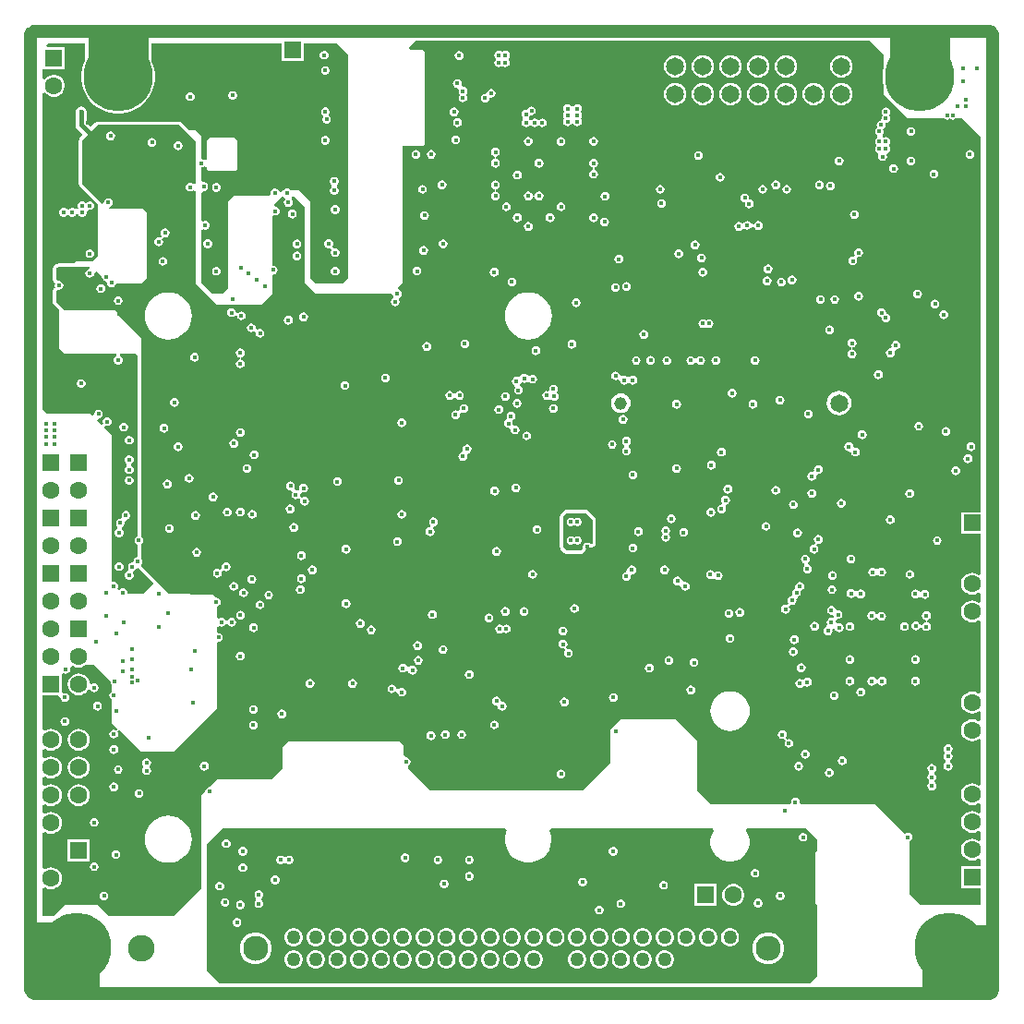
<source format=gbr>
G04*
G04 #@! TF.GenerationSoftware,Altium Limited,Altium Designer,24.9.1 (31)*
G04*
G04 Layer_Physical_Order=5*
G04 Layer_Color=6736896*
%FSLAX44Y44*%
%MOMM*%
G71*
G04*
G04 #@! TF.SameCoordinates,95152EAB-924E-4990-96F7-4EF775BF21D2*
G04*
G04*
G04 #@! TF.FilePolarity,Positive*
G04*
G01*
G75*
%ADD14C,0.4000*%
%ADD55R,6.8000X6.4000*%
%ADD56R,6.5000X6.7000*%
%ADD103C,1.5240*%
%ADD104C,0.5000*%
%ADD107C,1.2000*%
%ADD125C,1.6500*%
%ADD126C,1.1500*%
%ADD128R,1.6000X1.6000*%
%ADD129C,1.6000*%
%ADD130C,1.2580*%
%ADD132C,2.3000*%
%ADD133C,2.4500*%
%ADD135R,1.6000X1.6000*%
%ADD136C,6.3500*%
%ADD137C,0.4000*%
G36*
X300000Y870000D02*
Y665000D01*
X295000Y660000D01*
X270000D01*
X265000Y665000D01*
Y735000D01*
X255000Y745000D01*
X247157D01*
X246266Y745891D01*
X244796Y746500D01*
X243204D01*
X241734Y745891D01*
X240843Y745000D01*
X240000D01*
X238648Y743648D01*
X236410Y744238D01*
X236191Y744766D01*
X235066Y745891D01*
X233596Y746500D01*
X232004D01*
X230534Y745891D01*
X229409Y744766D01*
X228800Y743296D01*
Y741704D01*
X227341Y740000D01*
X195000D01*
X190000Y735000D01*
Y655000D01*
X185000Y650000D01*
X175000D01*
X165000Y660000D01*
Y708515D01*
X165873Y709066D01*
X167000Y709499D01*
X168204Y709000D01*
X169796D01*
X171266Y709609D01*
X172391Y710734D01*
X173000Y712204D01*
Y713796D01*
X172391Y715266D01*
X171266Y716391D01*
X169796Y717000D01*
X168204D01*
X167000Y716501D01*
X165873Y716934D01*
X165000Y717485D01*
Y743041D01*
X166704Y744500D01*
X168296D01*
X169766Y745109D01*
X170891Y746234D01*
X171500Y747704D01*
Y749296D01*
X170891Y750766D01*
X169766Y751891D01*
X168296Y752500D01*
X166704D01*
X165000Y753959D01*
Y766000D01*
X165796D01*
X167266Y766609D01*
X167941Y767284D01*
X169941Y766648D01*
Y766000D01*
X170174Y764829D01*
X170837Y763837D01*
X171829Y763174D01*
X173000Y762941D01*
X195000D01*
X196171Y763174D01*
X197163Y763837D01*
X197826Y764829D01*
X198059Y766000D01*
Y790000D01*
X197826Y791171D01*
X197163Y792163D01*
X196171Y792826D01*
X195000Y793059D01*
X173000D01*
X171829Y792826D01*
X170837Y792163D01*
X170174Y791171D01*
X169941Y790000D01*
Y773352D01*
X167941Y772716D01*
X167266Y773391D01*
X165796Y774000D01*
X165000D01*
Y795000D01*
X160000Y800000D01*
X154326D01*
X147163Y807163D01*
X147163Y807163D01*
X146170Y807826D01*
X145000Y808059D01*
X145000Y808059D01*
X70000Y808059D01*
X68829Y807826D01*
X67837Y807163D01*
X67837Y807163D01*
X63942Y803268D01*
X60098Y807112D01*
Y817000D01*
X59710Y818951D01*
X58605Y820605D01*
X56951Y821710D01*
X55000Y822098D01*
X53049Y821710D01*
X51395Y820605D01*
X50290Y818951D01*
X49902Y817000D01*
Y805000D01*
X50290Y803049D01*
X51395Y801395D01*
X56732Y796058D01*
X53837Y793163D01*
X53174Y792170D01*
X52941Y791000D01*
X52941Y791000D01*
Y751000D01*
X52941Y751000D01*
X53174Y749829D01*
X53837Y748837D01*
X53837Y748837D01*
X70000Y732674D01*
Y685000D01*
X65000Y680000D01*
X50000D01*
X48059Y678059D01*
X34000D01*
X32829Y677826D01*
X31837Y677163D01*
X31837Y677163D01*
X29837Y675163D01*
X29837Y675163D01*
X29174Y674171D01*
X28941Y673000D01*
X28941Y673000D01*
X28941Y663345D01*
X29023Y662936D01*
X29055Y662520D01*
X29138Y662355D01*
X29174Y662175D01*
X29406Y661828D01*
X29595Y661455D01*
X29883Y661089D01*
X30273Y660754D01*
X30645Y660399D01*
X31293Y659986D01*
X30800Y658796D01*
Y657204D01*
X31298Y656003D01*
X30385Y655436D01*
X30129Y655196D01*
X29837Y655001D01*
X29698Y654792D01*
X29514Y654620D01*
X29369Y654300D01*
X29174Y654008D01*
X29125Y653762D01*
X29021Y653533D01*
X29010Y653182D01*
X28941Y652838D01*
X28941Y643000D01*
X29174Y641829D01*
X29837Y640837D01*
X29837Y640837D01*
X35000Y635674D01*
Y600000D01*
X40000Y595000D01*
X87203D01*
X87601Y593000D01*
X86734Y592641D01*
X85609Y591516D01*
X85000Y590046D01*
Y588454D01*
X85609Y586984D01*
X86734Y585859D01*
X88204Y585250D01*
X89796D01*
X91266Y585859D01*
X92391Y586984D01*
X93000Y588454D01*
Y590046D01*
X92391Y591516D01*
X91266Y592641D01*
X90399Y593000D01*
X90797Y595000D01*
X105000D01*
X106941Y593059D01*
Y427891D01*
X105734Y427391D01*
X104609Y426266D01*
X104000Y424796D01*
Y423204D01*
X104609Y421734D01*
X105734Y420609D01*
X106941Y420109D01*
Y409000D01*
X106204D01*
X104734Y408391D01*
X103609Y407266D01*
X103000Y405796D01*
X102816Y404184D01*
X101204Y404000D01*
X99734Y403391D01*
X98609Y402266D01*
X98000Y400796D01*
Y399204D01*
X98499Y398000D01*
X98390Y397258D01*
X97717Y395798D01*
X96734Y395391D01*
X95609Y394266D01*
X95000Y392796D01*
Y391204D01*
X95609Y389734D01*
X96734Y388609D01*
X98204Y388000D01*
X99796D01*
X101266Y388609D01*
X102391Y389734D01*
X103000Y391204D01*
Y392796D01*
X102501Y394000D01*
X102610Y394742D01*
X103283Y396202D01*
X104266Y396609D01*
X105391Y397734D01*
X105689Y398453D01*
X107777Y398826D01*
X107848Y398826D01*
X121837Y384837D01*
X112000Y375000D01*
X97305D01*
X97101Y375306D01*
Y376897D01*
X96492Y378367D01*
X95367Y379492D01*
X93897Y380101D01*
X92306D01*
X90835Y379492D01*
X89906Y378563D01*
X88391Y379734D01*
X89000Y381204D01*
Y382796D01*
X88391Y384266D01*
X87266Y385391D01*
X85796Y386000D01*
X84204D01*
X83000Y386805D01*
Y521000D01*
X76430Y527570D01*
X77563Y529266D01*
X78204Y529000D01*
X79796D01*
X81266Y529609D01*
X82391Y530734D01*
X83000Y532204D01*
Y533796D01*
X82391Y535266D01*
X81266Y536391D01*
X79796Y537000D01*
X78204D01*
X76734Y536391D01*
X75609Y535266D01*
X75000Y533796D01*
Y532204D01*
X75266Y531563D01*
X73570Y530430D01*
X69855Y534145D01*
X70828Y536000D01*
X71796D01*
X73266Y536609D01*
X74391Y537734D01*
X75000Y539204D01*
Y540796D01*
X74391Y542266D01*
X73266Y543391D01*
X71796Y544000D01*
X70204D01*
X68734Y543391D01*
X67609Y542266D01*
X67000Y540796D01*
Y539828D01*
X65145Y538856D01*
X64000Y540000D01*
X24000D01*
X20000Y544000D01*
Y834321D01*
X21991Y834858D01*
X22000Y834858D01*
X23860Y832998D01*
X26140Y831682D01*
X28684Y831000D01*
X31316D01*
X33860Y831682D01*
X36140Y832998D01*
X38002Y834860D01*
X39318Y837140D01*
X40000Y839684D01*
Y842317D01*
X39318Y844860D01*
X38002Y847140D01*
X36140Y849002D01*
X33860Y850319D01*
X31316Y851000D01*
X28684D01*
X26140Y850319D01*
X23860Y849002D01*
X22000Y847142D01*
X21991Y847142D01*
X20000Y847680D01*
Y856400D01*
X40000D01*
Y876400D01*
X24013D01*
X23248Y878248D01*
X25000Y880000D01*
X58464D01*
Y863806D01*
X57623Y862156D01*
X55981Y857103D01*
X55150Y851856D01*
Y846544D01*
X55981Y841297D01*
X57623Y836245D01*
X60034Y831511D01*
X63157Y827213D01*
X66913Y823457D01*
X71211Y820334D01*
X75944Y817923D01*
X80997Y816281D01*
X86244Y815450D01*
X91556D01*
X96803Y816281D01*
X101855Y817923D01*
X106589Y820334D01*
X110887Y823457D01*
X114643Y827213D01*
X117766Y831511D01*
X120177Y836245D01*
X121819Y841297D01*
X122650Y846544D01*
Y851856D01*
X121819Y857103D01*
X120177Y862156D01*
X119681Y863129D01*
Y880000D01*
X239000D01*
Y864000D01*
X259000D01*
Y880000D01*
X290000D01*
X300000Y870000D01*
D02*
G37*
G36*
X851522Y862622D02*
X846900Y858000D01*
X801900D01*
X796422Y863478D01*
Y891001D01*
X851522D01*
Y862622D01*
D02*
G37*
G36*
X116622D02*
X112000Y858000D01*
X67000D01*
X61522Y863478D01*
Y891001D01*
X116622D01*
Y862622D01*
D02*
G37*
G36*
X791000Y869000D02*
X791000Y857151D01*
X790362Y854496D01*
X789946Y849200D01*
X790362Y843904D01*
X791000Y841248D01*
Y833000D01*
X813000Y811000D01*
X846286D01*
X847438Y810230D01*
X848998Y809920D01*
X850559Y810230D01*
X851498Y810858D01*
X852438Y810230D01*
X853998Y809920D01*
X855559Y810230D01*
X856711Y811000D01*
X863000D01*
X880000Y794000D01*
Y450000D01*
X862000D01*
Y430000D01*
X880000D01*
Y393387D01*
X878000Y392401D01*
X877043Y393135D01*
X874611Y394143D01*
X872000Y394486D01*
X869389Y394143D01*
X866957Y393135D01*
X864868Y391532D01*
X863265Y389443D01*
X862257Y387010D01*
X861914Y384400D01*
X862257Y381790D01*
X863265Y379357D01*
X864868Y377268D01*
X866957Y375665D01*
X869389Y374657D01*
X872000Y374314D01*
X874611Y374657D01*
X877043Y375665D01*
X878000Y376399D01*
X880000Y375413D01*
Y367987D01*
X878000Y367001D01*
X877043Y367735D01*
X874611Y368743D01*
X872000Y369086D01*
X869389Y368743D01*
X866957Y367735D01*
X864868Y366132D01*
X863265Y364043D01*
X862257Y361610D01*
X861914Y359000D01*
X862257Y356390D01*
X863265Y353957D01*
X864868Y351868D01*
X866957Y350265D01*
X869389Y349257D01*
X872000Y348914D01*
X874611Y349257D01*
X877043Y350265D01*
X878000Y350999D01*
X880000Y350013D01*
Y284387D01*
X878000Y283401D01*
X877043Y284135D01*
X874611Y285143D01*
X872000Y285486D01*
X869389Y285143D01*
X866957Y284135D01*
X864868Y282532D01*
X863265Y280443D01*
X862257Y278011D01*
X861914Y275400D01*
X862257Y272789D01*
X863265Y270357D01*
X864868Y268268D01*
X866957Y266665D01*
X869389Y265657D01*
X872000Y265314D01*
X874611Y265657D01*
X877043Y266665D01*
X878000Y267399D01*
X880000Y266413D01*
Y258987D01*
X878000Y258001D01*
X877043Y258735D01*
X874611Y259743D01*
X872000Y260086D01*
X869389Y259743D01*
X866957Y258735D01*
X864868Y257132D01*
X863265Y255043D01*
X862257Y252610D01*
X861914Y250000D01*
X862257Y247390D01*
X863265Y244957D01*
X864868Y242868D01*
X866957Y241265D01*
X869389Y240257D01*
X872000Y239914D01*
X874611Y240257D01*
X877043Y241265D01*
X878000Y241999D01*
X880000Y241013D01*
Y200387D01*
X878000Y199401D01*
X877043Y200135D01*
X874611Y201143D01*
X872000Y201486D01*
X869389Y201143D01*
X866957Y200135D01*
X864868Y198532D01*
X863265Y196443D01*
X862257Y194011D01*
X861914Y191400D01*
X862257Y188790D01*
X863265Y186357D01*
X864868Y184268D01*
X866957Y182665D01*
X869389Y181657D01*
X872000Y181314D01*
X874611Y181657D01*
X877043Y182665D01*
X878000Y183399D01*
X880000Y182413D01*
Y174987D01*
X878000Y174001D01*
X877043Y174735D01*
X874611Y175743D01*
X872000Y176086D01*
X869389Y175743D01*
X866957Y174735D01*
X864868Y173132D01*
X863265Y171043D01*
X862257Y168610D01*
X861914Y166000D01*
X862257Y163389D01*
X863265Y160957D01*
X864868Y158868D01*
X866957Y157265D01*
X869389Y156257D01*
X872000Y155914D01*
X874611Y156257D01*
X877043Y157265D01*
X878000Y157999D01*
X880000Y157013D01*
Y149587D01*
X878000Y148601D01*
X877043Y149335D01*
X874611Y150343D01*
X872000Y150686D01*
X869389Y150343D01*
X866957Y149335D01*
X864868Y147732D01*
X863265Y145643D01*
X862257Y143210D01*
X861914Y140600D01*
X862257Y137990D01*
X863265Y135557D01*
X864868Y133468D01*
X866957Y131865D01*
X869389Y130857D01*
X872000Y130514D01*
X874611Y130857D01*
X877043Y131865D01*
X878000Y132599D01*
X880000Y131613D01*
Y125200D01*
X862000D01*
Y105200D01*
X880000D01*
Y90000D01*
X825000D01*
X815000Y100000D01*
Y148526D01*
X815884Y149116D01*
X816768Y150439D01*
X817078Y152000D01*
X816768Y153561D01*
X815884Y154884D01*
X814561Y155768D01*
X813000Y156078D01*
X811439Y155768D01*
X810116Y154884D01*
X783000Y182000D01*
X715697D01*
X714078Y184000D01*
X713768Y185561D01*
X712884Y186884D01*
X711561Y187768D01*
X710000Y188078D01*
X708439Y187768D01*
X707116Y186884D01*
X706232Y185561D01*
X705922Y184000D01*
X704303Y182000D01*
X633000D01*
X620000Y195000D01*
Y240000D01*
X600000Y260000D01*
X550000D01*
X540000Y250000D01*
Y220000D01*
X515000Y195000D01*
X375000Y195000D01*
X371118Y198882D01*
X354637Y215363D01*
X355182Y217647D01*
X355884Y218116D01*
X356768Y219439D01*
X357078Y221000D01*
X356768Y222561D01*
X355884Y223884D01*
X354561Y224768D01*
X353000Y225078D01*
X351000Y226697D01*
Y236000D01*
X347000Y240000D01*
X245000D01*
X240000Y235000D01*
Y215000D01*
X230000Y205000D01*
X180000Y205000D01*
X173065Y198065D01*
X173000Y198078D01*
X171439Y197768D01*
X170116Y196884D01*
X169232Y195561D01*
X168922Y194000D01*
X168935Y193935D01*
X165000Y190000D01*
Y105000D01*
X140000Y80000D01*
X80000D01*
X70000Y90000D01*
X40000D01*
X30000Y80000D01*
X20000D01*
Y104853D01*
X22000Y105839D01*
X22357Y105565D01*
X24790Y104557D01*
X27400Y104214D01*
X30010Y104557D01*
X32443Y105565D01*
X34532Y107168D01*
X36135Y109257D01*
X37143Y111690D01*
X37486Y114300D01*
X37143Y116910D01*
X36135Y119343D01*
X34532Y121432D01*
X32443Y123035D01*
X30010Y124043D01*
X27400Y124386D01*
X24790Y124043D01*
X22357Y123035D01*
X22000Y122761D01*
X20000Y123747D01*
Y155653D01*
X22000Y156639D01*
X22357Y156365D01*
X24790Y155357D01*
X27400Y155014D01*
X30010Y155357D01*
X32443Y156365D01*
X34532Y157968D01*
X36135Y160057D01*
X37143Y162489D01*
X37486Y165100D01*
X37143Y167710D01*
X36135Y170143D01*
X34532Y172232D01*
X32443Y173835D01*
X30010Y174843D01*
X27400Y175186D01*
X24790Y174843D01*
X22357Y173835D01*
X22000Y173561D01*
X20000Y174547D01*
Y181053D01*
X22000Y182039D01*
X22357Y181765D01*
X24790Y180757D01*
X27400Y180414D01*
X30010Y180757D01*
X32443Y181765D01*
X34532Y183368D01*
X36135Y185457D01*
X37143Y187889D01*
X37486Y190500D01*
X37143Y193111D01*
X36135Y195543D01*
X34532Y197632D01*
X32443Y199235D01*
X30010Y200243D01*
X27400Y200586D01*
X24790Y200243D01*
X22357Y199235D01*
X22000Y198961D01*
X20000Y199947D01*
Y206453D01*
X22000Y207439D01*
X22357Y207165D01*
X24790Y206157D01*
X27400Y205814D01*
X30010Y206157D01*
X32443Y207165D01*
X34532Y208768D01*
X36135Y210857D01*
X37143Y213290D01*
X37486Y215900D01*
X37143Y218510D01*
X36135Y220943D01*
X34532Y223032D01*
X32443Y224635D01*
X30010Y225643D01*
X27400Y225986D01*
X24790Y225643D01*
X22357Y224635D01*
X22000Y224361D01*
X20000Y225347D01*
Y231853D01*
X22000Y232839D01*
X22357Y232565D01*
X24790Y231557D01*
X27400Y231214D01*
X30010Y231557D01*
X32443Y232565D01*
X34532Y234168D01*
X36135Y236257D01*
X37143Y238689D01*
X37486Y241300D01*
X37143Y243911D01*
X36135Y246343D01*
X34532Y248432D01*
X32443Y250035D01*
X30010Y251043D01*
X27400Y251386D01*
X24790Y251043D01*
X22357Y250035D01*
X22000Y249761D01*
X20000Y250747D01*
Y270000D01*
Y282100D01*
X34370D01*
X35942Y280100D01*
X35922Y280000D01*
X36232Y278439D01*
X37116Y277116D01*
X38439Y276232D01*
X40000Y275922D01*
X41561Y276232D01*
X42884Y277116D01*
X43768Y278439D01*
X44078Y280000D01*
X43768Y281561D01*
X42884Y282884D01*
X41561Y283768D01*
X40000Y284078D01*
X39400Y283959D01*
X37400Y285296D01*
Y301189D01*
X39309Y302319D01*
X39439Y302232D01*
X41000Y301922D01*
X42561Y302232D01*
X43884Y303116D01*
X44768Y304439D01*
X45078Y306000D01*
X44936Y306713D01*
X45991Y308655D01*
X46273Y308908D01*
X47309Y309108D01*
X47757Y308765D01*
X50189Y307757D01*
X52800Y307414D01*
X55410Y307757D01*
X57843Y308765D01*
X59453Y310000D01*
X67000D01*
X81935Y295065D01*
X81922Y295000D01*
X82232Y293439D01*
X83000Y292290D01*
Y285474D01*
X82116Y284884D01*
X81232Y283561D01*
X80922Y282000D01*
X81232Y280439D01*
X82116Y279116D01*
X83000Y278526D01*
Y268394D01*
X82922Y268000D01*
X83000Y267606D01*
Y257000D01*
X88869Y251131D01*
X87594Y249578D01*
X86561Y250268D01*
X85000Y250578D01*
X83439Y250268D01*
X82116Y249384D01*
X81232Y248061D01*
X80922Y246500D01*
X81232Y244939D01*
X82116Y243616D01*
X83439Y242732D01*
X85000Y242422D01*
X86561Y242732D01*
X87884Y243616D01*
X88768Y244939D01*
X89078Y246500D01*
X88768Y248061D01*
X88077Y249094D01*
X89631Y250369D01*
X100000Y240000D01*
X110000Y230000D01*
X140000D01*
X180000Y270000D01*
Y330101D01*
X181000Y330922D01*
X182561Y331232D01*
X183884Y332116D01*
X184768Y333439D01*
X185078Y335000D01*
X184768Y336561D01*
X183884Y337884D01*
X182561Y338768D01*
X181000Y339078D01*
X180000Y339899D01*
Y344461D01*
X182000Y345526D01*
X182439Y345232D01*
X184000Y344922D01*
X185561Y345232D01*
X186884Y346116D01*
X187389Y346872D01*
X187659Y346955D01*
X189341D01*
X189611Y346872D01*
X190116Y346116D01*
X191439Y345232D01*
X193000Y344922D01*
X194561Y345232D01*
X195884Y346116D01*
X196768Y347439D01*
X197078Y349000D01*
X196768Y350561D01*
X195884Y351884D01*
X194561Y352768D01*
X193000Y353078D01*
X191439Y352768D01*
X190116Y351884D01*
X189611Y351128D01*
X189341Y351045D01*
X187659D01*
X187389Y351128D01*
X186884Y351884D01*
X185561Y352768D01*
X184000Y353078D01*
X182439Y352768D01*
X182000Y352474D01*
X180000Y353539D01*
Y363721D01*
X180561Y363832D01*
X181884Y364716D01*
X182768Y366039D01*
X183078Y367600D01*
X182768Y369161D01*
X181884Y370484D01*
X180561Y371368D01*
X179000Y371678D01*
X178434Y371566D01*
X175500Y374500D01*
X136000Y375000D01*
X110000Y401000D01*
Y402290D01*
X110768Y403439D01*
X111078Y405000D01*
X110768Y406561D01*
X110000Y407710D01*
Y420526D01*
X110884Y421116D01*
X111768Y422439D01*
X112078Y424000D01*
X111768Y425561D01*
X110884Y426884D01*
X110000Y427474D01*
Y610000D01*
X90000Y630000D01*
X88059D01*
Y632000D01*
X87826Y633171D01*
X87163Y634163D01*
X86171Y634826D01*
X85000Y635059D01*
X40000D01*
X39951Y635049D01*
X32000Y643000D01*
X32000Y652838D01*
X34000Y654081D01*
X34800Y653922D01*
X36361Y654232D01*
X37684Y655116D01*
X38568Y656439D01*
X38878Y658000D01*
X38568Y659561D01*
X37684Y660884D01*
X36361Y661768D01*
X34800Y662078D01*
X34000Y661919D01*
X33949Y661921D01*
X32288Y662979D01*
X32000Y663345D01*
X32000Y673000D01*
X34000Y675000D01*
X62409D01*
X62606Y673000D01*
X61439Y672768D01*
X60116Y671884D01*
X59232Y670561D01*
X58922Y669000D01*
X59232Y667439D01*
X60116Y666116D01*
X61439Y665232D01*
X63000Y664922D01*
X64561Y665232D01*
X65884Y666116D01*
X66768Y667439D01*
X67078Y669000D01*
X68730Y670812D01*
X69117Y670883D01*
X73935Y666065D01*
X73922Y666000D01*
X74232Y664439D01*
X75116Y663116D01*
X76439Y662232D01*
X77540Y662013D01*
X78907Y660318D01*
X78924Y660286D01*
X79232Y658739D01*
X80116Y657416D01*
X81439Y656532D01*
X83000Y656222D01*
X84561Y656532D01*
X85884Y657416D01*
X86768Y658739D01*
X87019Y660000D01*
X110000D01*
X115000Y665000D01*
Y725000D01*
X112000Y728000D01*
X80920Y728000D01*
X80832Y728148D01*
X81561Y730332D01*
X82884Y731216D01*
X83768Y732539D01*
X84078Y734100D01*
X83768Y735661D01*
X82884Y736984D01*
X81561Y737868D01*
X80000Y738178D01*
X78439Y737868D01*
X77116Y736984D01*
X76232Y735661D01*
X75922Y734100D01*
X75970Y733859D01*
X74126Y732874D01*
X56000Y751000D01*
Y791000D01*
X70000Y805000D01*
X145000Y805000D01*
X160000Y790000D01*
Y751317D01*
X158000Y750710D01*
X157884Y750884D01*
X156561Y751768D01*
X155000Y752078D01*
X153439Y751768D01*
X152116Y750884D01*
X151232Y749561D01*
X150922Y748000D01*
X151232Y746439D01*
X152116Y745116D01*
X153439Y744232D01*
X155000Y743922D01*
X156561Y744232D01*
X157884Y745116D01*
X158000Y745290D01*
X160000Y744683D01*
Y660000D01*
X180000Y640000D01*
X220000D01*
X230000Y650000D01*
Y667101D01*
X231000Y667922D01*
X232561Y668232D01*
X233884Y669116D01*
X234768Y670439D01*
X235078Y672000D01*
X234768Y673561D01*
X233884Y674884D01*
X232561Y675768D01*
X231000Y676078D01*
X230000Y676899D01*
Y720788D01*
X230427Y721217D01*
X232000Y722121D01*
X233000Y721922D01*
X234561Y722232D01*
X235884Y723116D01*
X236768Y724439D01*
X237078Y726000D01*
X236768Y727561D01*
X235884Y728884D01*
X234561Y729768D01*
X233000Y730078D01*
X232884Y730055D01*
X231898Y731898D01*
X239146Y739146D01*
X240010Y739352D01*
X242009Y737981D01*
X242137Y737001D01*
X242116Y736884D01*
X241232Y735561D01*
X240922Y734000D01*
X241232Y732439D01*
X242116Y731116D01*
X243439Y730232D01*
X245000Y729922D01*
X246561Y730232D01*
X247884Y731116D01*
X248768Y732439D01*
X249078Y734000D01*
X248768Y735561D01*
X247884Y736884D01*
X247952Y739104D01*
X248233Y739437D01*
X250490Y739510D01*
X260000Y730000D01*
Y660000D01*
X270000Y650000D01*
X339038D01*
X339748D01*
X341144Y648474D01*
X341097Y646539D01*
X340116Y645884D01*
X339232Y644561D01*
X338922Y643000D01*
X339232Y641439D01*
X340116Y640116D01*
X341439Y639232D01*
X343000Y638922D01*
X344561Y639232D01*
X345884Y640116D01*
X346768Y641439D01*
X347078Y643000D01*
X346768Y644561D01*
X346561Y646232D01*
X347884Y647116D01*
X348768Y648439D01*
X349078Y650000D01*
X348768Y651561D01*
X347884Y652884D01*
X346561Y653768D01*
X345932Y655932D01*
X350000Y660000D01*
Y785941D01*
X367000D01*
X368171Y786174D01*
X369163Y786837D01*
X369826Y787830D01*
X370059Y789000D01*
Y871000D01*
X369826Y872170D01*
X369163Y873163D01*
X368171Y873826D01*
X367000Y874059D01*
X356672D01*
X355907Y875907D01*
X361922Y881922D01*
X778077D01*
X791000Y869000D01*
D02*
G37*
G36*
X730000Y150000D02*
Y139860D01*
X729829Y139826D01*
X728837Y139163D01*
X728174Y138170D01*
X727941Y137000D01*
Y93000D01*
X728174Y91830D01*
X728837Y90837D01*
X729829Y90174D01*
X730000Y90140D01*
Y25000D01*
X723078Y18078D01*
X181922D01*
X170000Y30000D01*
Y145000D01*
X185000Y160000D01*
X444071D01*
X445182Y158337D01*
X444326Y156271D01*
X443500Y152118D01*
Y147882D01*
X444326Y143729D01*
X445947Y139816D01*
X448300Y136295D01*
X451295Y133300D01*
X454816Y130947D01*
X458729Y129326D01*
X462882Y128500D01*
X467118D01*
X471271Y129326D01*
X475184Y130947D01*
X478705Y133300D01*
X481700Y136295D01*
X484053Y139816D01*
X485674Y143729D01*
X486500Y147882D01*
Y152118D01*
X485674Y156271D01*
X484818Y158337D01*
X485929Y160000D01*
X634299D01*
X635368Y158000D01*
X634049Y156026D01*
X632692Y152750D01*
X632000Y149273D01*
Y145727D01*
X632692Y142250D01*
X634049Y138974D01*
X636018Y136026D01*
X638526Y133518D01*
X641474Y131549D01*
X644750Y130192D01*
X648227Y129500D01*
X651773D01*
X655250Y130192D01*
X658526Y131549D01*
X661474Y133518D01*
X663981Y136026D01*
X665951Y138974D01*
X667308Y142250D01*
X668000Y145727D01*
Y149273D01*
X667308Y152750D01*
X665951Y156026D01*
X664632Y158000D01*
X665702Y160000D01*
X720000D01*
X730000Y150000D01*
D02*
G37*
%LPC*%
G36*
X278796Y873000D02*
X277204D01*
X275734Y872391D01*
X274609Y871266D01*
X274000Y869796D01*
Y868204D01*
X274609Y866734D01*
X275734Y865609D01*
X277204Y865000D01*
X278796D01*
X280266Y865609D01*
X281391Y866734D01*
X282000Y868204D01*
Y869796D01*
X281391Y871266D01*
X280266Y872391D01*
X278796Y873000D01*
D02*
G37*
G36*
X279796Y859000D02*
X278204D01*
X276734Y858391D01*
X275609Y857266D01*
X275000Y855796D01*
Y854204D01*
X275609Y852734D01*
X276734Y851609D01*
X278204Y851000D01*
X279796D01*
X281266Y851609D01*
X282391Y852734D01*
X283000Y854204D01*
Y855796D01*
X282391Y857266D01*
X281266Y858391D01*
X279796Y859000D01*
D02*
G37*
G36*
X194796Y836000D02*
X193204D01*
X191734Y835391D01*
X190609Y834266D01*
X190000Y832796D01*
Y831204D01*
X190609Y829734D01*
X191734Y828609D01*
X193204Y828000D01*
X194796D01*
X196266Y828609D01*
X197391Y829734D01*
X198000Y831204D01*
Y832796D01*
X197391Y834266D01*
X196266Y835391D01*
X194796Y836000D01*
D02*
G37*
G36*
X155796Y835000D02*
X154204D01*
X152734Y834391D01*
X151609Y833266D01*
X151000Y831796D01*
Y830204D01*
X151609Y828734D01*
X152734Y827609D01*
X154204Y827000D01*
X155796D01*
X157266Y827609D01*
X158391Y828734D01*
X159000Y830204D01*
Y831796D01*
X158391Y833266D01*
X157266Y834391D01*
X155796Y835000D01*
D02*
G37*
G36*
X279796Y821000D02*
X278204D01*
X276734Y820391D01*
X275609Y819266D01*
X275000Y817796D01*
Y816204D01*
X275609Y814734D01*
X276734Y813609D01*
X276936Y812593D01*
X276609Y812266D01*
X276000Y810796D01*
Y809204D01*
X276609Y807734D01*
X277734Y806609D01*
X279204Y806000D01*
X280796D01*
X282266Y806609D01*
X283391Y807734D01*
X284000Y809204D01*
Y810796D01*
X283391Y812266D01*
X282266Y813391D01*
X282064Y814407D01*
X282391Y814734D01*
X283000Y816204D01*
Y817796D01*
X282391Y819266D01*
X281266Y820391D01*
X279796Y821000D01*
D02*
G37*
G36*
Y794757D02*
X278204D01*
X276734Y794148D01*
X275609Y793023D01*
X275000Y791553D01*
Y789962D01*
X275609Y788492D01*
X276734Y787366D01*
X278204Y786757D01*
X279796D01*
X281266Y787366D01*
X282391Y788492D01*
X283000Y789962D01*
Y791553D01*
X282391Y793023D01*
X281266Y794148D01*
X279796Y794757D01*
D02*
G37*
G36*
X179796Y751700D02*
X178204D01*
X176734Y751091D01*
X175609Y749966D01*
X175000Y748496D01*
Y746904D01*
X175609Y745434D01*
X176734Y744309D01*
X178204Y743700D01*
X179796D01*
X181266Y744309D01*
X182391Y745434D01*
X183000Y746904D01*
Y748496D01*
X182391Y749966D01*
X181266Y751091D01*
X179796Y751700D01*
D02*
G37*
G36*
X287796Y757350D02*
X286204D01*
X284734Y756741D01*
X283609Y755616D01*
X283000Y754146D01*
Y752554D01*
X283609Y751084D01*
X284312Y750381D01*
X284568Y749175D01*
X284312Y747969D01*
X283609Y747266D01*
X283000Y745796D01*
Y744204D01*
X283609Y742734D01*
X284734Y741609D01*
X286204Y741000D01*
X287796D01*
X289266Y741609D01*
X290391Y742734D01*
X291000Y744204D01*
Y745796D01*
X290391Y747266D01*
X289688Y747969D01*
X289432Y749175D01*
X289688Y750381D01*
X290391Y751084D01*
X291000Y752554D01*
Y754146D01*
X290391Y755616D01*
X289266Y756741D01*
X287796Y757350D01*
D02*
G37*
G36*
X63796Y735000D02*
X62204D01*
X60734Y734391D01*
X59500Y733357D01*
X58266Y734391D01*
X56796Y735000D01*
X55204D01*
X53734Y734391D01*
X52609Y733266D01*
X52000Y731796D01*
Y730204D01*
X52415Y729202D01*
X52002Y728269D01*
X51931Y728225D01*
X50571Y727897D01*
X49635Y728022D01*
X49266Y728391D01*
X47796Y729000D01*
X46204D01*
X44734Y728391D01*
X44278Y727935D01*
X43000Y727482D01*
X41722Y727935D01*
X41266Y728391D01*
X39796Y729000D01*
X38204D01*
X36734Y728391D01*
X35609Y727266D01*
X35000Y725796D01*
Y724204D01*
X35609Y722734D01*
X36734Y721609D01*
X38204Y721000D01*
X39796D01*
X41266Y721609D01*
X41722Y722065D01*
X43000Y722518D01*
X44278Y722065D01*
X44734Y721609D01*
X46204Y721000D01*
X47796D01*
X49266Y721609D01*
X50391Y722734D01*
X50418Y722798D01*
X52582D01*
X52609Y722734D01*
X53734Y721609D01*
X55204Y721000D01*
X56796D01*
X58266Y721609D01*
X59391Y722734D01*
X60000Y724204D01*
Y725796D01*
X61554Y727269D01*
X62204Y727000D01*
X63796D01*
X65266Y727609D01*
X66391Y728734D01*
X67000Y730204D01*
Y731796D01*
X66391Y733266D01*
X65266Y734391D01*
X63796Y735000D01*
D02*
G37*
G36*
X288796Y731475D02*
X287204D01*
X285734Y730866D01*
X284609Y729741D01*
X284000Y728271D01*
Y726679D01*
X284609Y725209D01*
X285734Y724084D01*
X287204Y723475D01*
X288796D01*
X290266Y724084D01*
X291391Y725209D01*
X292000Y726679D01*
Y728271D01*
X291391Y729741D01*
X290266Y730866D01*
X288796Y731475D01*
D02*
G37*
G36*
X171796Y700000D02*
X170204D01*
X168734Y699391D01*
X167609Y698266D01*
X167000Y696796D01*
Y695204D01*
X167609Y693734D01*
X168734Y692609D01*
X170204Y692000D01*
X171796D01*
X173266Y692609D01*
X174391Y693734D01*
X175000Y695204D01*
Y696796D01*
X174391Y698266D01*
X173266Y699391D01*
X171796Y700000D01*
D02*
G37*
G36*
X282796D02*
X281204D01*
X279734Y699391D01*
X278609Y698266D01*
X278000Y696796D01*
Y695204D01*
X278609Y693734D01*
X279734Y692609D01*
X281204Y692000D01*
X282796D01*
X283085Y692120D01*
X284703Y690650D01*
X284678Y690489D01*
X284609Y690266D01*
X284489Y689975D01*
X284000Y688796D01*
Y687204D01*
X284609Y685734D01*
X285734Y684609D01*
X287204Y684000D01*
X288796D01*
X290266Y684609D01*
X291391Y685734D01*
X292000Y687204D01*
Y688796D01*
X291391Y690266D01*
X290266Y691391D01*
X288796Y692000D01*
X287204D01*
X286915Y691880D01*
X285297Y693350D01*
X285322Y693511D01*
X285391Y693734D01*
X285511Y694025D01*
X286000Y695204D01*
Y696796D01*
X285391Y698266D01*
X284266Y699391D01*
X282796Y700000D01*
D02*
G37*
G36*
X63796Y691000D02*
X62204D01*
X60734Y690391D01*
X59609Y689266D01*
X59000Y687796D01*
Y686204D01*
X59609Y684734D01*
X60734Y683609D01*
X62204Y683000D01*
X63796D01*
X65266Y683609D01*
X66391Y684734D01*
X67000Y686204D01*
Y687796D01*
X66391Y689266D01*
X65266Y690391D01*
X63796Y691000D01*
D02*
G37*
G36*
X179796Y675000D02*
X178204D01*
X176734Y674391D01*
X175609Y673266D01*
X175000Y671796D01*
Y670204D01*
X175609Y668734D01*
X176734Y667609D01*
X178204Y667000D01*
X179796D01*
X181266Y667609D01*
X182391Y668734D01*
X183000Y670204D01*
Y671796D01*
X182391Y673266D01*
X181266Y674391D01*
X179796Y675000D01*
D02*
G37*
G36*
X288796Y674975D02*
X287204D01*
X285734Y674366D01*
X284609Y673241D01*
X284000Y671771D01*
Y670179D01*
X284609Y668709D01*
X285734Y667584D01*
X287204Y666975D01*
X288796D01*
X290266Y667584D01*
X291391Y668709D01*
X292000Y670179D01*
Y671771D01*
X291391Y673241D01*
X290266Y674366D01*
X288796Y674975D01*
D02*
G37*
G36*
X55796Y572000D02*
X54204D01*
X52734Y571391D01*
X51609Y570266D01*
X51000Y568796D01*
Y567204D01*
X51609Y565734D01*
X52734Y564609D01*
X54204Y564000D01*
X55796D01*
X57266Y564609D01*
X58391Y565734D01*
X59000Y567204D01*
Y568796D01*
X58391Y570266D01*
X57266Y571391D01*
X55796Y572000D01*
D02*
G37*
G36*
X94796Y532000D02*
X93204D01*
X91734Y531391D01*
X90609Y530266D01*
X90000Y528796D01*
Y527204D01*
X90609Y525734D01*
X91734Y524609D01*
X93204Y524000D01*
X94796D01*
X96266Y524609D01*
X97391Y525734D01*
X98000Y527204D01*
Y528796D01*
X97391Y530266D01*
X96266Y531391D01*
X94796Y532000D01*
D02*
G37*
G36*
X99796Y520000D02*
X98204D01*
X96734Y519391D01*
X95609Y518266D01*
X95000Y516796D01*
Y515204D01*
X95609Y513734D01*
X96734Y512609D01*
X98204Y512000D01*
X99796D01*
X101266Y512609D01*
X102391Y513734D01*
X103000Y515204D01*
Y516796D01*
X102391Y518266D01*
X101266Y519391D01*
X99796Y520000D01*
D02*
G37*
G36*
Y502000D02*
X98204D01*
X96734Y501391D01*
X95609Y500266D01*
X95000Y498796D01*
Y497204D01*
X95609Y495734D01*
X96734Y494609D01*
X96798Y494582D01*
Y492418D01*
X96734Y492391D01*
X95609Y491266D01*
X95000Y489796D01*
Y488204D01*
X95609Y486734D01*
X96734Y485609D01*
X98204Y485000D01*
X99796D01*
X101266Y485609D01*
X102391Y486734D01*
X103000Y488204D01*
Y489796D01*
X102391Y491266D01*
X101266Y492391D01*
X101202Y492418D01*
Y494582D01*
X101266Y494609D01*
X102391Y495734D01*
X103000Y497204D01*
Y498796D01*
X102391Y500266D01*
X101266Y501391D01*
X99796Y502000D01*
D02*
G37*
G36*
Y483000D02*
X98204D01*
X96734Y482391D01*
X95609Y481266D01*
X95000Y479796D01*
Y478204D01*
X95609Y476734D01*
X96734Y475609D01*
X98204Y475000D01*
X99796D01*
X101266Y475609D01*
X102391Y476734D01*
X103000Y478204D01*
Y479796D01*
X102391Y481266D01*
X101266Y482391D01*
X99796Y483000D01*
D02*
G37*
G36*
X96796Y451000D02*
X95204D01*
X93734Y450391D01*
X92609Y449266D01*
X92000Y447796D01*
Y446204D01*
X92144Y445855D01*
X90748Y444000D01*
X90204D01*
X88734Y443391D01*
X87609Y442266D01*
X87000Y440796D01*
Y439204D01*
X87609Y437734D01*
X88495Y436848D01*
X88497Y435527D01*
X88298Y434625D01*
X87734Y434391D01*
X86609Y433266D01*
X86000Y431796D01*
Y430204D01*
X86609Y428734D01*
X87734Y427609D01*
X89204Y427000D01*
X90796D01*
X92266Y427609D01*
X93391Y428734D01*
X94000Y430204D01*
Y431796D01*
X93391Y433266D01*
X92505Y434152D01*
X92503Y435473D01*
X92702Y436375D01*
X93266Y436609D01*
X94391Y437734D01*
X95000Y439204D01*
Y440796D01*
X94855Y441144D01*
X96252Y443000D01*
X96796D01*
X98266Y443609D01*
X99391Y444734D01*
X100000Y446204D01*
Y447796D01*
X99391Y449266D01*
X98266Y450391D01*
X96796Y451000D01*
D02*
G37*
G36*
X90796Y404000D02*
X89204D01*
X87734Y403391D01*
X86609Y402266D01*
X86000Y400796D01*
Y399204D01*
X86609Y397734D01*
X87734Y396609D01*
X89204Y396000D01*
X90796D01*
X92266Y396609D01*
X93391Y397734D01*
X94000Y399204D01*
Y400796D01*
X93391Y402266D01*
X92266Y403391D01*
X90796Y404000D01*
D02*
G37*
G36*
X444000Y873078D02*
X442439Y872768D01*
X441116Y871884D01*
X440884D01*
X439561Y872768D01*
X438000Y873078D01*
X436439Y872768D01*
X435116Y871884D01*
X434232Y870561D01*
X433922Y869000D01*
X434232Y867439D01*
X435116Y866116D01*
Y864884D01*
X434232Y863561D01*
X433922Y862000D01*
X434232Y860439D01*
X435116Y859116D01*
X436439Y858232D01*
X438000Y857922D01*
X439561Y858232D01*
X440884Y859116D01*
X441116D01*
X442439Y858232D01*
X444000Y857922D01*
X445561Y858232D01*
X446884Y859116D01*
X447768Y860439D01*
X448078Y862000D01*
X447768Y863561D01*
X446884Y864884D01*
Y866116D01*
X447768Y867439D01*
X448078Y869000D01*
X447768Y870561D01*
X446884Y871884D01*
X445561Y872768D01*
X444000Y873078D01*
D02*
G37*
G36*
X401669Y872828D02*
X400108Y872518D01*
X398785Y871634D01*
X397901Y870311D01*
X397590Y868750D01*
X397901Y867189D01*
X398785Y865866D01*
X400108Y864982D01*
X401669Y864672D01*
X403230Y864982D01*
X404553Y865866D01*
X405437Y867189D01*
X405747Y868750D01*
X405437Y870311D01*
X404553Y871634D01*
X403230Y872518D01*
X401669Y872828D01*
D02*
G37*
G36*
X752200Y869038D02*
X749524Y868686D01*
X747031Y867653D01*
X744890Y866010D01*
X743247Y863869D01*
X742214Y861376D01*
X741862Y858700D01*
X742214Y856024D01*
X743247Y853531D01*
X744890Y851390D01*
X747031Y849747D01*
X749524Y848714D01*
X752200Y848362D01*
X754876Y848714D01*
X757369Y849747D01*
X759510Y851390D01*
X761153Y853531D01*
X762186Y856024D01*
X762538Y858700D01*
X762186Y861376D01*
X761153Y863869D01*
X759510Y866010D01*
X757369Y867653D01*
X754876Y868686D01*
X752200Y869038D01*
D02*
G37*
G36*
X701400D02*
X698724Y868686D01*
X696231Y867653D01*
X694090Y866010D01*
X692447Y863869D01*
X691414Y861376D01*
X691062Y858700D01*
X691414Y856024D01*
X692447Y853531D01*
X694090Y851390D01*
X696231Y849747D01*
X698724Y848714D01*
X701400Y848362D01*
X704076Y848714D01*
X706569Y849747D01*
X708710Y851390D01*
X710353Y853531D01*
X711386Y856024D01*
X711738Y858700D01*
X711386Y861376D01*
X710353Y863869D01*
X708710Y866010D01*
X706569Y867653D01*
X704076Y868686D01*
X701400Y869038D01*
D02*
G37*
G36*
X676000D02*
X673324Y868686D01*
X670831Y867653D01*
X668690Y866010D01*
X667047Y863869D01*
X666014Y861376D01*
X665662Y858700D01*
X666014Y856024D01*
X667047Y853531D01*
X668690Y851390D01*
X670831Y849747D01*
X673324Y848714D01*
X676000Y848362D01*
X678676Y848714D01*
X681169Y849747D01*
X683310Y851390D01*
X684953Y853531D01*
X685986Y856024D01*
X686338Y858700D01*
X685986Y861376D01*
X684953Y863869D01*
X683310Y866010D01*
X681169Y867653D01*
X678676Y868686D01*
X676000Y869038D01*
D02*
G37*
G36*
X650600D02*
X647924Y868686D01*
X645431Y867653D01*
X643290Y866010D01*
X641647Y863869D01*
X640614Y861376D01*
X640262Y858700D01*
X640614Y856024D01*
X641647Y853531D01*
X643290Y851390D01*
X645431Y849747D01*
X647924Y848714D01*
X650600Y848362D01*
X653276Y848714D01*
X655769Y849747D01*
X657910Y851390D01*
X659553Y853531D01*
X660586Y856024D01*
X660938Y858700D01*
X660586Y861376D01*
X659553Y863869D01*
X657910Y866010D01*
X655769Y867653D01*
X653276Y868686D01*
X650600Y869038D01*
D02*
G37*
G36*
X625200D02*
X622524Y868686D01*
X620031Y867653D01*
X617890Y866010D01*
X616247Y863869D01*
X615214Y861376D01*
X614862Y858700D01*
X615214Y856024D01*
X616247Y853531D01*
X617890Y851390D01*
X620031Y849747D01*
X622524Y848714D01*
X625200Y848362D01*
X627876Y848714D01*
X630369Y849747D01*
X632510Y851390D01*
X634153Y853531D01*
X635186Y856024D01*
X635538Y858700D01*
X635186Y861376D01*
X634153Y863869D01*
X632510Y866010D01*
X630369Y867653D01*
X627876Y868686D01*
X625200Y869038D01*
D02*
G37*
G36*
X599800D02*
X597124Y868686D01*
X594631Y867653D01*
X592490Y866010D01*
X590847Y863869D01*
X589814Y861376D01*
X589462Y858700D01*
X589814Y856024D01*
X590847Y853531D01*
X592490Y851390D01*
X594631Y849747D01*
X597124Y848714D01*
X599800Y848362D01*
X602476Y848714D01*
X604969Y849747D01*
X607110Y851390D01*
X608753Y853531D01*
X609786Y856024D01*
X610138Y858700D01*
X609786Y861376D01*
X608753Y863869D01*
X607110Y866010D01*
X604969Y867653D01*
X602476Y868686D01*
X599800Y869038D01*
D02*
G37*
G36*
X400000Y847078D02*
X398439Y846768D01*
X397116Y845884D01*
X396232Y844561D01*
X395922Y843000D01*
X396232Y841439D01*
X397116Y840116D01*
X398439Y839232D01*
X400000Y838922D01*
X400175Y838737D01*
X401249Y837131D01*
X401024Y836000D01*
X401326Y834478D01*
X402188Y833188D01*
Y832812D01*
X401326Y831522D01*
X401024Y830000D01*
X401326Y828478D01*
X402188Y827188D01*
X403478Y826326D01*
X405000Y826024D01*
X406522Y826326D01*
X407812Y827188D01*
X408674Y828478D01*
X408976Y830000D01*
X408674Y831522D01*
X407812Y832812D01*
Y833188D01*
X408674Y834478D01*
X408976Y836000D01*
X408674Y837522D01*
X407812Y838812D01*
X406522Y839674D01*
X405173Y839942D01*
X404693Y840453D01*
X403837Y841784D01*
X404078Y843000D01*
X403768Y844561D01*
X402884Y845884D01*
X401561Y846768D01*
X400000Y847078D01*
D02*
G37*
G36*
X431000Y837976D02*
X429478Y837674D01*
X428188Y836812D01*
X427326Y835522D01*
X427024Y834000D01*
X425400Y833652D01*
X423878Y833349D01*
X422588Y832487D01*
X421726Y831197D01*
X421424Y829675D01*
X421726Y828153D01*
X422588Y826863D01*
X423878Y826001D01*
X425400Y825699D01*
X426922Y826001D01*
X428212Y826863D01*
X429074Y828153D01*
X429376Y829675D01*
X431000Y830024D01*
X432522Y830326D01*
X433812Y831188D01*
X434674Y832478D01*
X434976Y834000D01*
X434674Y835522D01*
X433812Y836812D01*
X432522Y837674D01*
X431000Y837976D01*
D02*
G37*
G36*
X752200Y843638D02*
X749524Y843286D01*
X747031Y842253D01*
X744890Y840610D01*
X743247Y838469D01*
X742214Y835976D01*
X741862Y833300D01*
X742214Y830624D01*
X743247Y828131D01*
X744890Y825990D01*
X747031Y824347D01*
X749524Y823314D01*
X752200Y822962D01*
X754876Y823314D01*
X757369Y824347D01*
X759510Y825990D01*
X761153Y828131D01*
X762186Y830624D01*
X762538Y833300D01*
X762186Y835976D01*
X761153Y838469D01*
X759510Y840610D01*
X757369Y842253D01*
X754876Y843286D01*
X752200Y843638D01*
D02*
G37*
G36*
X726800D02*
X724124Y843286D01*
X721631Y842253D01*
X719490Y840610D01*
X717847Y838469D01*
X716814Y835976D01*
X716462Y833300D01*
X716814Y830624D01*
X717847Y828131D01*
X719490Y825990D01*
X721631Y824347D01*
X724124Y823314D01*
X726800Y822962D01*
X729476Y823314D01*
X731969Y824347D01*
X734110Y825990D01*
X735753Y828131D01*
X736786Y830624D01*
X737138Y833300D01*
X736786Y835976D01*
X735753Y838469D01*
X734110Y840610D01*
X731969Y842253D01*
X729476Y843286D01*
X726800Y843638D01*
D02*
G37*
G36*
X701400D02*
X698724Y843286D01*
X696231Y842253D01*
X694090Y840610D01*
X692447Y838469D01*
X691414Y835976D01*
X691062Y833300D01*
X691414Y830624D01*
X692447Y828131D01*
X694090Y825990D01*
X696231Y824347D01*
X698724Y823314D01*
X701400Y822962D01*
X704076Y823314D01*
X706569Y824347D01*
X708710Y825990D01*
X710353Y828131D01*
X711386Y830624D01*
X711738Y833300D01*
X711386Y835976D01*
X710353Y838469D01*
X708710Y840610D01*
X706569Y842253D01*
X704076Y843286D01*
X701400Y843638D01*
D02*
G37*
G36*
X676000D02*
X673324Y843286D01*
X670831Y842253D01*
X668690Y840610D01*
X667047Y838469D01*
X666014Y835976D01*
X665662Y833300D01*
X666014Y830624D01*
X667047Y828131D01*
X668690Y825990D01*
X670831Y824347D01*
X673324Y823314D01*
X676000Y822962D01*
X678676Y823314D01*
X681169Y824347D01*
X683310Y825990D01*
X684953Y828131D01*
X685986Y830624D01*
X686338Y833300D01*
X685986Y835976D01*
X684953Y838469D01*
X683310Y840610D01*
X681169Y842253D01*
X678676Y843286D01*
X676000Y843638D01*
D02*
G37*
G36*
X650600D02*
X647924Y843286D01*
X645431Y842253D01*
X643290Y840610D01*
X641647Y838469D01*
X640614Y835976D01*
X640262Y833300D01*
X640614Y830624D01*
X641647Y828131D01*
X643290Y825990D01*
X645431Y824347D01*
X647924Y823314D01*
X650600Y822962D01*
X653276Y823314D01*
X655769Y824347D01*
X657910Y825990D01*
X659553Y828131D01*
X660586Y830624D01*
X660938Y833300D01*
X660586Y835976D01*
X659553Y838469D01*
X657910Y840610D01*
X655769Y842253D01*
X653276Y843286D01*
X650600Y843638D01*
D02*
G37*
G36*
X625200D02*
X622524Y843286D01*
X620031Y842253D01*
X617890Y840610D01*
X616247Y838469D01*
X615214Y835976D01*
X614862Y833300D01*
X615214Y830624D01*
X616247Y828131D01*
X617890Y825990D01*
X620031Y824347D01*
X622524Y823314D01*
X625200Y822962D01*
X627876Y823314D01*
X630369Y824347D01*
X632510Y825990D01*
X634153Y828131D01*
X635186Y830624D01*
X635538Y833300D01*
X635186Y835976D01*
X634153Y838469D01*
X632510Y840610D01*
X630369Y842253D01*
X627876Y843286D01*
X625200Y843638D01*
D02*
G37*
G36*
X599800D02*
X597124Y843286D01*
X594631Y842253D01*
X592490Y840610D01*
X590847Y838469D01*
X589814Y835976D01*
X589462Y833300D01*
X589814Y830624D01*
X590847Y828131D01*
X592490Y825990D01*
X594631Y824347D01*
X597124Y823314D01*
X599800Y822962D01*
X602476Y823314D01*
X604969Y824347D01*
X607110Y825990D01*
X608753Y828131D01*
X609786Y830624D01*
X610138Y833300D01*
X609786Y835976D01*
X608753Y838469D01*
X607110Y840610D01*
X604969Y842253D01*
X602476Y843286D01*
X599800Y843638D01*
D02*
G37*
G36*
X510000Y824078D02*
X508439Y823768D01*
X507116Y822884D01*
X506611Y822128D01*
X506341Y822045D01*
X504659D01*
X504389Y822128D01*
X503884Y822884D01*
X502561Y823768D01*
X501000Y824078D01*
X499439Y823768D01*
X498116Y822884D01*
X497232Y821561D01*
X496922Y820000D01*
X497232Y818439D01*
X498116Y817116D01*
Y816884D01*
X497232Y815561D01*
X496922Y814000D01*
X497232Y812439D01*
X498050Y811000D01*
X497232Y809561D01*
X496922Y808000D01*
X497232Y806439D01*
X498116Y805116D01*
X499439Y804232D01*
X501000Y803922D01*
X502561Y804232D01*
X503884Y805116D01*
X504389Y805872D01*
X504659Y805955D01*
X506341D01*
X506611Y805872D01*
X507116Y805116D01*
X508439Y804232D01*
X510000Y803922D01*
X511561Y804232D01*
X512884Y805116D01*
X513768Y806439D01*
X514078Y808000D01*
X513768Y809561D01*
X512950Y811000D01*
X513768Y812439D01*
X514078Y814000D01*
X513768Y815561D01*
X512884Y816884D01*
Y817116D01*
X513768Y818439D01*
X514078Y820000D01*
X513768Y821561D01*
X512884Y822884D01*
X511561Y823768D01*
X510000Y824078D01*
D02*
G37*
G36*
X468000Y822078D02*
X466439Y821768D01*
X465116Y820884D01*
X464232Y819561D01*
X464093Y818861D01*
X463000Y819078D01*
X461439Y818768D01*
X460116Y817884D01*
X459232Y816561D01*
X458922Y815000D01*
X459232Y813439D01*
X460116Y812116D01*
Y809884D01*
X459232Y808561D01*
X458922Y807000D01*
X459232Y805439D01*
X460116Y804116D01*
X461439Y803232D01*
X463000Y802922D01*
X464561Y803232D01*
X465884Y804116D01*
X468116D01*
X469439Y803232D01*
X471000Y802922D01*
X472561Y803232D01*
X473884Y804116D01*
X475116D01*
X476439Y803232D01*
X478000Y802922D01*
X479561Y803232D01*
X480884Y804116D01*
X481768Y805439D01*
X482078Y807000D01*
X481768Y808561D01*
X480884Y809884D01*
X479561Y810768D01*
X478000Y811078D01*
X476439Y810768D01*
X475116Y809884D01*
X473884D01*
X472561Y810768D01*
X471000Y811078D01*
X469439Y810768D01*
X468116Y809884D01*
X465884D01*
Y812116D01*
X466768Y813439D01*
X466907Y814139D01*
X468000Y813922D01*
X469561Y814232D01*
X470884Y815116D01*
X471768Y816439D01*
X472078Y818000D01*
X471768Y819561D01*
X470884Y820884D01*
X469561Y821768D01*
X468000Y822078D01*
D02*
G37*
G36*
X397000Y821078D02*
X395439Y820768D01*
X394116Y819884D01*
X393232Y818561D01*
X392922Y817000D01*
X393232Y815439D01*
X394116Y814116D01*
X395439Y813232D01*
X397000Y812922D01*
X398561Y813232D01*
X399884Y814116D01*
X400768Y815439D01*
X401078Y817000D01*
X400768Y818561D01*
X399884Y819884D01*
X398561Y820768D01*
X397000Y821078D01*
D02*
G37*
G36*
X400089Y811333D02*
X398529Y811023D01*
X397205Y810138D01*
X396321Y808815D01*
X396011Y807255D01*
X396321Y805694D01*
X397205Y804371D01*
X398529Y803487D01*
X400089Y803176D01*
X401650Y803487D01*
X402973Y804371D01*
X403857Y805694D01*
X404168Y807255D01*
X403857Y808815D01*
X402973Y810138D01*
X401650Y811023D01*
X400089Y811333D01*
D02*
G37*
G36*
X816000Y803078D02*
X814439Y802768D01*
X813116Y801884D01*
X812232Y800561D01*
X811922Y799000D01*
X812232Y797439D01*
X813116Y796116D01*
X814439Y795232D01*
X816000Y794922D01*
X817561Y795232D01*
X818884Y796116D01*
X819768Y797439D01*
X820078Y799000D01*
X819768Y800561D01*
X818884Y801884D01*
X817561Y802768D01*
X816000Y803078D01*
D02*
G37*
G36*
X82000Y799078D02*
X80439Y798768D01*
X79116Y797884D01*
X78232Y796561D01*
X77922Y795000D01*
X78232Y793439D01*
X79116Y792116D01*
X80439Y791232D01*
X82000Y790922D01*
X83561Y791232D01*
X84884Y792116D01*
X85768Y793439D01*
X86078Y795000D01*
X85768Y796561D01*
X84884Y797884D01*
X83561Y798768D01*
X82000Y799078D01*
D02*
G37*
G36*
X398500Y795328D02*
X396939Y795018D01*
X395616Y794134D01*
X394732Y792811D01*
X394422Y791250D01*
X394732Y789689D01*
X395616Y788366D01*
X396939Y787482D01*
X398500Y787172D01*
X400061Y787482D01*
X401384Y788366D01*
X402268Y789689D01*
X402578Y791250D01*
X402268Y792811D01*
X401384Y794134D01*
X400061Y795018D01*
X398500Y795328D01*
D02*
G37*
G36*
X525000Y794078D02*
X523439Y793768D01*
X522116Y792884D01*
X521232Y791561D01*
X520922Y790000D01*
X521232Y788439D01*
X522116Y787116D01*
X523439Y786232D01*
X525000Y785922D01*
X526561Y786232D01*
X527884Y787116D01*
X528768Y788439D01*
X529078Y790000D01*
X528768Y791561D01*
X527884Y792884D01*
X526561Y793768D01*
X525000Y794078D01*
D02*
G37*
G36*
X495000D02*
X493439Y793768D01*
X492116Y792884D01*
X491232Y791561D01*
X490922Y790000D01*
X491232Y788439D01*
X492116Y787116D01*
X493439Y786232D01*
X495000Y785922D01*
X496561Y786232D01*
X497884Y787116D01*
X498768Y788439D01*
X499078Y790000D01*
X498768Y791561D01*
X497884Y792884D01*
X496561Y793768D01*
X495000Y794078D01*
D02*
G37*
G36*
X465000D02*
X463439Y793768D01*
X462116Y792884D01*
X461232Y791561D01*
X460922Y790000D01*
X461232Y788439D01*
X462116Y787116D01*
X463439Y786232D01*
X465000Y785922D01*
X466561Y786232D01*
X467884Y787116D01*
X468768Y788439D01*
X469078Y790000D01*
X468768Y791561D01*
X467884Y792884D01*
X466561Y793768D01*
X465000Y794078D01*
D02*
G37*
G36*
X120000Y793078D02*
X118439Y792768D01*
X117116Y791884D01*
X116232Y790561D01*
X115922Y789000D01*
X116232Y787439D01*
X117116Y786116D01*
X118439Y785232D01*
X120000Y784922D01*
X121561Y785232D01*
X122884Y786116D01*
X123768Y787439D01*
X124078Y789000D01*
X123768Y790561D01*
X122884Y791884D01*
X121561Y792768D01*
X120000Y793078D01*
D02*
G37*
G36*
X144000Y790078D02*
X142439Y789768D01*
X141116Y788884D01*
X140232Y787561D01*
X139922Y786000D01*
X140232Y784439D01*
X141116Y783116D01*
X142439Y782232D01*
X144000Y781922D01*
X145561Y782232D01*
X146884Y783116D01*
X147768Y784439D01*
X148078Y786000D01*
X147768Y787561D01*
X146884Y788884D01*
X145561Y789768D01*
X144000Y790078D01*
D02*
G37*
G36*
X870000Y782078D02*
X868439Y781768D01*
X867116Y780884D01*
X866232Y779561D01*
X865922Y778000D01*
X866232Y776439D01*
X867116Y775116D01*
X868439Y774232D01*
X870000Y773922D01*
X871561Y774232D01*
X872884Y775116D01*
X873768Y776439D01*
X874078Y778000D01*
X873768Y779561D01*
X872884Y780884D01*
X871561Y781768D01*
X870000Y782078D01*
D02*
G37*
G36*
X376000D02*
X374439Y781768D01*
X373116Y780884D01*
X372232Y779561D01*
X371922Y778000D01*
X372232Y776439D01*
X373116Y775116D01*
X374439Y774232D01*
X376000Y773922D01*
X377561Y774232D01*
X378884Y775116D01*
X379768Y776439D01*
X380078Y778000D01*
X379768Y779561D01*
X378884Y780884D01*
X377561Y781768D01*
X376000Y782078D01*
D02*
G37*
G36*
X362000D02*
X360439Y781768D01*
X359116Y780884D01*
X358232Y779561D01*
X357922Y778000D01*
X358232Y776439D01*
X359116Y775116D01*
X360439Y774232D01*
X362000Y773922D01*
X363561Y774232D01*
X364884Y775116D01*
X365768Y776439D01*
X366078Y778000D01*
X365768Y779561D01*
X364884Y780884D01*
X363561Y781768D01*
X362000Y782078D01*
D02*
G37*
G36*
X621000Y781078D02*
X619439Y780768D01*
X618116Y779884D01*
X617232Y778561D01*
X616922Y777000D01*
X617232Y775439D01*
X618116Y774116D01*
X619439Y773232D01*
X621000Y772922D01*
X622561Y773232D01*
X623884Y774116D01*
X624768Y775439D01*
X625078Y777000D01*
X624768Y778561D01*
X623884Y779884D01*
X622561Y780768D01*
X621000Y781078D01*
D02*
G37*
G36*
X793000Y821078D02*
X791439Y820768D01*
X790116Y819884D01*
X789232Y818561D01*
X788922Y817000D01*
X789232Y815439D01*
X790050Y814000D01*
X789232Y812561D01*
X788922Y811000D01*
X788627Y809238D01*
X787465Y808852D01*
X787039Y808768D01*
X785716Y807884D01*
X784832Y806561D01*
X784522Y805000D01*
X784832Y803439D01*
X785330Y802695D01*
X784116Y801884D01*
X783232Y800561D01*
X782922Y799000D01*
X783232Y797439D01*
X784116Y796116D01*
X784872Y795611D01*
X784955Y795341D01*
Y793659D01*
X784872Y793389D01*
X784116Y792884D01*
X783232Y791561D01*
X782922Y790000D01*
X783232Y788439D01*
X784116Y787116D01*
Y785884D01*
X783232Y784561D01*
X782922Y783000D01*
X783232Y781439D01*
X784116Y780116D01*
X785439Y779232D01*
X786232Y777561D01*
X785922Y776000D01*
X786232Y774439D01*
X787116Y773116D01*
X788439Y772232D01*
X790000Y771922D01*
X791561Y772232D01*
X792884Y773116D01*
X793768Y774439D01*
X794078Y776000D01*
X793768Y777561D01*
X794561Y779232D01*
X795884Y780116D01*
X796768Y781439D01*
X797078Y783000D01*
X796768Y784561D01*
X795884Y785884D01*
Y787116D01*
X796768Y788439D01*
X797078Y790000D01*
X796768Y791561D01*
X795884Y792884D01*
X794561Y793768D01*
X793000Y794078D01*
X791439Y793768D01*
X790982Y793508D01*
X790255Y793959D01*
X789970Y795617D01*
X790081Y796411D01*
X790768Y797439D01*
X791078Y799000D01*
X790768Y800561D01*
X790270Y801305D01*
X791484Y802116D01*
X792368Y803439D01*
X792678Y805000D01*
X792973Y806762D01*
X794135Y807148D01*
X794561Y807232D01*
X795884Y808116D01*
X796768Y809439D01*
X797078Y811000D01*
X796768Y812561D01*
X795950Y814000D01*
X796768Y815439D01*
X797078Y817000D01*
X796768Y818561D01*
X795884Y819884D01*
X794561Y820768D01*
X793000Y821078D01*
D02*
G37*
G36*
X816000Y776078D02*
X814439Y775768D01*
X813116Y774884D01*
X812232Y773561D01*
X811922Y772000D01*
X812232Y770439D01*
X813116Y769116D01*
X814439Y768232D01*
X816000Y767922D01*
X817561Y768232D01*
X818884Y769116D01*
X819768Y770439D01*
X820078Y772000D01*
X819768Y773561D01*
X818884Y774884D01*
X817561Y775768D01*
X816000Y776078D01*
D02*
G37*
G36*
X750000D02*
X748439Y775768D01*
X747116Y774884D01*
X746232Y773561D01*
X745922Y772000D01*
X746232Y770439D01*
X747116Y769116D01*
X748439Y768232D01*
X750000Y767922D01*
X751561Y768232D01*
X752884Y769116D01*
X753768Y770439D01*
X754078Y772000D01*
X753768Y773561D01*
X752884Y774884D01*
X751561Y775768D01*
X750000Y776078D01*
D02*
G37*
G36*
X475000Y774078D02*
X473439Y773768D01*
X472116Y772884D01*
X471232Y771561D01*
X470922Y770000D01*
X471232Y768439D01*
X472116Y767116D01*
X473439Y766232D01*
X475000Y765922D01*
X476561Y766232D01*
X477884Y767116D01*
X478768Y768439D01*
X479078Y770000D01*
X478768Y771561D01*
X477884Y772884D01*
X476561Y773768D01*
X475000Y774078D01*
D02*
G37*
G36*
X435000Y784078D02*
X433439Y783768D01*
X432116Y782884D01*
X431232Y781561D01*
X430922Y780000D01*
X431232Y778439D01*
X432116Y777116D01*
X433439Y776232D01*
X434508Y776020D01*
Y773980D01*
X433439Y773768D01*
X432116Y772884D01*
X431232Y771561D01*
X430922Y770000D01*
X431232Y768439D01*
X432116Y767116D01*
X433439Y766232D01*
X435000Y765922D01*
X436561Y766232D01*
X437884Y767116D01*
X438768Y768439D01*
X439078Y770000D01*
X438768Y771561D01*
X437884Y772884D01*
X436561Y773768D01*
X435492Y773980D01*
Y776020D01*
X436561Y776232D01*
X437884Y777116D01*
X438768Y778439D01*
X439078Y780000D01*
X438768Y781561D01*
X437884Y782884D01*
X436561Y783768D01*
X435000Y784078D01*
D02*
G37*
G36*
X800000Y769078D02*
X798439Y768768D01*
X797116Y767884D01*
X796232Y766561D01*
X795922Y765000D01*
X796232Y763439D01*
X797116Y762116D01*
X798439Y761232D01*
X800000Y760922D01*
X801561Y761232D01*
X802884Y762116D01*
X803768Y763439D01*
X804078Y765000D01*
X803768Y766561D01*
X802884Y767884D01*
X801561Y768768D01*
X800000Y769078D01*
D02*
G37*
G36*
X837000Y764078D02*
X835439Y763768D01*
X834116Y762884D01*
X833232Y761561D01*
X832922Y760000D01*
X833232Y758439D01*
X834116Y757116D01*
X835439Y756232D01*
X837000Y755922D01*
X838561Y756232D01*
X839884Y757116D01*
X840768Y758439D01*
X841078Y760000D01*
X840768Y761561D01*
X839884Y762884D01*
X838561Y763768D01*
X837000Y764078D01*
D02*
G37*
G36*
X525000Y774078D02*
X523439Y773768D01*
X522116Y772884D01*
X521232Y771561D01*
X520922Y770000D01*
X521232Y768439D01*
X522116Y767116D01*
X523439Y766232D01*
X524508Y766020D01*
Y763980D01*
X523439Y763768D01*
X522116Y762884D01*
X521232Y761561D01*
X520922Y760000D01*
X521232Y758439D01*
X522116Y757116D01*
X523439Y756232D01*
X525000Y755922D01*
X526561Y756232D01*
X527884Y757116D01*
X528768Y758439D01*
X529078Y760000D01*
X528768Y761561D01*
X527884Y762884D01*
X526561Y763768D01*
X525492Y763980D01*
Y766020D01*
X526561Y766232D01*
X527884Y767116D01*
X528768Y768439D01*
X529078Y770000D01*
X528768Y771561D01*
X527884Y772884D01*
X526561Y773768D01*
X525000Y774078D01*
D02*
G37*
G36*
X455000Y763078D02*
X453439Y762768D01*
X452116Y761884D01*
X451232Y760561D01*
X450922Y759000D01*
X451232Y757439D01*
X452116Y756116D01*
X453439Y755232D01*
X455000Y754922D01*
X456561Y755232D01*
X457884Y756116D01*
X458768Y757439D01*
X459078Y759000D01*
X458768Y760561D01*
X457884Y761884D01*
X456561Y762768D01*
X455000Y763078D01*
D02*
G37*
G36*
X641000Y761078D02*
X639439Y760768D01*
X638116Y759884D01*
X637232Y758561D01*
X636922Y757000D01*
X637232Y755439D01*
X638116Y754116D01*
X639439Y753232D01*
X641000Y752922D01*
X642561Y753232D01*
X643884Y754116D01*
X644768Y755439D01*
X645078Y757000D01*
X644768Y758561D01*
X643884Y759884D01*
X642561Y760768D01*
X641000Y761078D01*
D02*
G37*
G36*
X386000Y754278D02*
X384439Y753968D01*
X383116Y753084D01*
X382232Y751761D01*
X381922Y750200D01*
X382232Y748639D01*
X383116Y747316D01*
X384439Y746432D01*
X386000Y746122D01*
X387561Y746432D01*
X388884Y747316D01*
X389768Y748639D01*
X390078Y750200D01*
X389768Y751761D01*
X388884Y753084D01*
X387561Y753968D01*
X386000Y754278D01*
D02*
G37*
G36*
X732000Y754078D02*
X730439Y753768D01*
X729116Y752884D01*
X728232Y751561D01*
X727922Y750000D01*
X728232Y748439D01*
X729116Y747116D01*
X730439Y746232D01*
X732000Y745922D01*
X733561Y746232D01*
X734884Y747116D01*
X735768Y748439D01*
X736078Y750000D01*
X735768Y751561D01*
X734884Y752884D01*
X733561Y753768D01*
X732000Y754078D01*
D02*
G37*
G36*
X692000D02*
X690439Y753768D01*
X689116Y752884D01*
X688232Y751561D01*
X687922Y750000D01*
X688232Y748439D01*
X689116Y747116D01*
X690439Y746232D01*
X692000Y745922D01*
X693561Y746232D01*
X694884Y747116D01*
X695768Y748439D01*
X696078Y750000D01*
X695768Y751561D01*
X694884Y752884D01*
X693561Y753768D01*
X692000Y754078D01*
D02*
G37*
G36*
X742000Y753078D02*
X740439Y752768D01*
X739116Y751884D01*
X738232Y750561D01*
X737922Y749000D01*
X738232Y747439D01*
X739116Y746116D01*
X740439Y745232D01*
X742000Y744922D01*
X743561Y745232D01*
X744884Y746116D01*
X745768Y747439D01*
X746078Y749000D01*
X745768Y750561D01*
X744884Y751884D01*
X743561Y752768D01*
X742000Y753078D01*
D02*
G37*
G36*
X702000Y750078D02*
X700439Y749768D01*
X699116Y748884D01*
X698232Y747561D01*
X697922Y746000D01*
X698232Y744439D01*
X699116Y743116D01*
X700439Y742232D01*
X702000Y741922D01*
X703561Y742232D01*
X704884Y743116D01*
X705768Y744439D01*
X706078Y746000D01*
X705768Y747561D01*
X704884Y748884D01*
X703561Y749768D01*
X702000Y750078D01*
D02*
G37*
G36*
X680000D02*
X678439Y749768D01*
X677116Y748884D01*
X676232Y747561D01*
X675922Y746000D01*
X676232Y744439D01*
X677116Y743116D01*
X678439Y742232D01*
X680000Y741922D01*
X681561Y742232D01*
X682884Y743116D01*
X683768Y744439D01*
X684078Y746000D01*
X683768Y747561D01*
X682884Y748884D01*
X681561Y749768D01*
X680000Y750078D01*
D02*
G37*
G36*
X586000D02*
X584439Y749768D01*
X583116Y748884D01*
X582232Y747561D01*
X581922Y746000D01*
X582232Y744439D01*
X583116Y743116D01*
X584439Y742232D01*
X586000Y741922D01*
X587561Y742232D01*
X588884Y743116D01*
X589768Y744439D01*
X590078Y746000D01*
X589768Y747561D01*
X588884Y748884D01*
X587561Y749768D01*
X586000Y750078D01*
D02*
G37*
G36*
X368000D02*
X366439Y749768D01*
X365116Y748884D01*
X364232Y747561D01*
X363922Y746000D01*
X364232Y744439D01*
X365116Y743116D01*
X366439Y742232D01*
X368000Y741922D01*
X369561Y742232D01*
X370884Y743116D01*
X371768Y744439D01*
X372078Y746000D01*
X371768Y747561D01*
X370884Y748884D01*
X369561Y749768D01*
X368000Y750078D01*
D02*
G37*
G36*
X475000Y744078D02*
X473439Y743768D01*
X472116Y742884D01*
X471232Y741561D01*
X471020Y740492D01*
X468980D01*
X468768Y741561D01*
X467884Y742884D01*
X466561Y743768D01*
X465000Y744078D01*
X463439Y743768D01*
X462116Y742884D01*
X461232Y741561D01*
X460922Y740000D01*
X461232Y738439D01*
X462116Y737116D01*
X463439Y736232D01*
X465000Y735922D01*
X466561Y736232D01*
X467884Y737116D01*
X468768Y738439D01*
X468980Y739508D01*
X471020D01*
X471232Y738439D01*
X472116Y737116D01*
X473439Y736232D01*
X475000Y735922D01*
X476561Y736232D01*
X477884Y737116D01*
X478768Y738439D01*
X479078Y740000D01*
X478768Y741561D01*
X477884Y742884D01*
X476561Y743768D01*
X475000Y744078D01*
D02*
G37*
G36*
X435000Y754078D02*
X433439Y753768D01*
X432116Y752884D01*
X431232Y751561D01*
X430922Y750000D01*
X431232Y748439D01*
X432116Y747116D01*
X433439Y746232D01*
X434508Y746020D01*
Y743980D01*
X433439Y743768D01*
X432116Y742884D01*
X431232Y741561D01*
X430922Y740000D01*
X431232Y738439D01*
X432116Y737116D01*
X433439Y736232D01*
X435000Y735922D01*
X436561Y736232D01*
X437884Y737116D01*
X438768Y738439D01*
X439078Y740000D01*
X438768Y741561D01*
X437884Y742884D01*
X436561Y743768D01*
X435492Y743980D01*
Y746020D01*
X436561Y746232D01*
X437884Y747116D01*
X438768Y748439D01*
X439078Y750000D01*
X438768Y751561D01*
X437884Y752884D01*
X436561Y753768D01*
X435000Y754078D01*
D02*
G37*
G36*
X535359Y743719D02*
X533798Y743409D01*
X532475Y742525D01*
X531591Y741202D01*
X531281Y739641D01*
X531591Y738080D01*
X532475Y736757D01*
X533798Y735873D01*
X535359Y735563D01*
X536920Y735873D01*
X538243Y736757D01*
X539127Y738080D01*
X539437Y739641D01*
X539127Y741202D01*
X538243Y742525D01*
X536920Y743409D01*
X535359Y743719D01*
D02*
G37*
G36*
X587200Y737078D02*
X585639Y736768D01*
X584316Y735884D01*
X583432Y734561D01*
X583122Y733000D01*
X583432Y731439D01*
X584316Y730116D01*
X585639Y729232D01*
X587200Y728922D01*
X588761Y729232D01*
X590084Y730116D01*
X590968Y731439D01*
X591278Y733000D01*
X590968Y734561D01*
X590084Y735884D01*
X588761Y736768D01*
X587200Y737078D01*
D02*
G37*
G36*
X663701Y742056D02*
X662179Y741753D01*
X660889Y740891D01*
X660027Y739601D01*
X659724Y738080D01*
X660027Y736558D01*
X660889Y735268D01*
X662179Y734406D01*
X663701Y734103D01*
X663685Y732636D01*
X663987Y731114D01*
X664849Y729824D01*
X666140Y728962D01*
X667661Y728660D01*
X669183Y728962D01*
X670473Y729824D01*
X671335Y731114D01*
X671637Y732636D01*
X671335Y734158D01*
X670473Y735448D01*
X669183Y736310D01*
X667661Y736612D01*
X667677Y738080D01*
X667374Y739601D01*
X666512Y740891D01*
X665222Y741753D01*
X663701Y742056D01*
D02*
G37*
G36*
X495000Y734078D02*
X493439Y733768D01*
X492116Y732884D01*
X491232Y731561D01*
X490922Y730000D01*
X491232Y728439D01*
X492116Y727116D01*
X493439Y726232D01*
X495000Y725922D01*
X496561Y726232D01*
X497884Y727116D01*
X498768Y728439D01*
X499078Y730000D01*
X498768Y731561D01*
X497884Y732884D01*
X496561Y733768D01*
X495000Y734078D01*
D02*
G37*
G36*
X445000D02*
X443439Y733768D01*
X442116Y732884D01*
X441232Y731561D01*
X440922Y730000D01*
X441232Y728439D01*
X442116Y727116D01*
X443439Y726232D01*
X445000Y725922D01*
X446561Y726232D01*
X447884Y727116D01*
X448768Y728439D01*
X449078Y730000D01*
X448768Y731561D01*
X447884Y732884D01*
X446561Y733768D01*
X445000Y734078D01*
D02*
G37*
G36*
X248700Y727449D02*
X247139Y727138D01*
X245816Y726254D01*
X244932Y724931D01*
X244622Y723370D01*
X244932Y721810D01*
X245816Y720487D01*
X247139Y719603D01*
X248700Y719292D01*
X250261Y719603D01*
X251584Y720487D01*
X252468Y721810D01*
X252778Y723370D01*
X252468Y724931D01*
X251584Y726254D01*
X250261Y727138D01*
X248700Y727449D01*
D02*
G37*
G36*
X764000Y726843D02*
X762439Y726532D01*
X761116Y725648D01*
X760232Y724325D01*
X759922Y722765D01*
X760232Y721204D01*
X761116Y719881D01*
X762439Y718997D01*
X764000Y718686D01*
X765561Y718997D01*
X766884Y719881D01*
X767768Y721204D01*
X768078Y722765D01*
X767768Y724325D01*
X766884Y725648D01*
X765561Y726532D01*
X764000Y726843D01*
D02*
G37*
G36*
X370000Y726078D02*
X368439Y725768D01*
X367116Y724884D01*
X366232Y723561D01*
X365922Y722000D01*
X366232Y720439D01*
X367116Y719116D01*
X368439Y718232D01*
X370000Y717922D01*
X371561Y718232D01*
X372884Y719116D01*
X373768Y720439D01*
X374078Y722000D01*
X373768Y723561D01*
X372884Y724884D01*
X371561Y725768D01*
X370000Y726078D01*
D02*
G37*
G36*
X525000Y724078D02*
X523439Y723768D01*
X522116Y722884D01*
X521232Y721561D01*
X520922Y720000D01*
X521232Y718439D01*
X522116Y717116D01*
X523439Y716232D01*
X525000Y715922D01*
X526561Y716232D01*
X527884Y717116D01*
X528768Y718439D01*
X529078Y720000D01*
X528768Y721561D01*
X527884Y722884D01*
X526561Y723768D01*
X525000Y724078D01*
D02*
G37*
G36*
X485000D02*
X483439Y723768D01*
X482116Y722884D01*
X481232Y721561D01*
X480922Y720000D01*
X481232Y718439D01*
X482116Y717116D01*
X483439Y716232D01*
X485000Y715922D01*
X486561Y716232D01*
X487884Y717116D01*
X488768Y718439D01*
X489078Y720000D01*
X488768Y721561D01*
X487884Y722884D01*
X486561Y723768D01*
X485000Y724078D01*
D02*
G37*
G36*
X455000D02*
X453439Y723768D01*
X452116Y722884D01*
X451232Y721561D01*
X450922Y720000D01*
X451232Y718439D01*
X452116Y717116D01*
X453439Y716232D01*
X455000Y715922D01*
X456561Y716232D01*
X457884Y717116D01*
X458768Y718439D01*
X459078Y720000D01*
X458768Y721561D01*
X457884Y722884D01*
X456561Y723768D01*
X455000Y724078D01*
D02*
G37*
G36*
X666000Y717078D02*
X664439Y716768D01*
X663116Y715884D01*
X662869Y715513D01*
X661103Y714953D01*
X660429Y715188D01*
X659561Y715768D01*
X658000Y716078D01*
X656439Y715768D01*
X655116Y714884D01*
X654232Y713561D01*
X653922Y712000D01*
X654232Y710439D01*
X655116Y709116D01*
X656439Y708232D01*
X658000Y707922D01*
X659561Y708232D01*
X660884Y709116D01*
X661131Y709487D01*
X662897Y710047D01*
X663571Y709812D01*
X664439Y709232D01*
X666000Y708922D01*
X667561Y709232D01*
X668884Y710116D01*
X669604Y711194D01*
X669768Y711439D01*
X669888Y711597D01*
X670022Y711737D01*
X672197Y711327D01*
X672232Y711204D01*
X672287Y711121D01*
X673116Y709881D01*
X674439Y708997D01*
X676000Y708686D01*
X677561Y708997D01*
X678884Y709881D01*
X679768Y711204D01*
X680078Y712765D01*
X679768Y714325D01*
X678884Y715648D01*
X677561Y716532D01*
X676000Y716843D01*
X674439Y716532D01*
X673116Y715648D01*
X672396Y714570D01*
X672232Y714325D01*
X672112Y714168D01*
X671978Y714027D01*
X669803Y714438D01*
X669768Y714561D01*
X669713Y714643D01*
X668884Y715884D01*
X667561Y716768D01*
X666000Y717078D01*
D02*
G37*
G36*
X535000Y720078D02*
X533439Y719768D01*
X532116Y718884D01*
X531232Y717561D01*
X530922Y716000D01*
X531232Y714439D01*
X532116Y713116D01*
X533439Y712232D01*
X535000Y711922D01*
X536561Y712232D01*
X537884Y713116D01*
X538768Y714439D01*
X539078Y716000D01*
X538768Y717561D01*
X537884Y718884D01*
X536561Y719768D01*
X535000Y720078D01*
D02*
G37*
G36*
X465000Y716078D02*
X463439Y715768D01*
X462116Y714884D01*
X461232Y713561D01*
X460922Y712000D01*
X461232Y710439D01*
X462116Y709116D01*
X463439Y708232D01*
X465000Y707922D01*
X466561Y708232D01*
X467884Y709116D01*
X468768Y710439D01*
X469078Y712000D01*
X468768Y713561D01*
X467884Y714884D01*
X466561Y715768D01*
X465000Y716078D01*
D02*
G37*
G36*
X132000Y710078D02*
X130439Y709768D01*
X129116Y708884D01*
X128232Y707561D01*
X127922Y706000D01*
X128232Y704439D01*
X129055Y703208D01*
X127977Y701655D01*
X127761Y701667D01*
X127419Y701735D01*
X126200Y701977D01*
X124639Y701667D01*
X123316Y700783D01*
X122432Y699460D01*
X122122Y697899D01*
X122432Y696338D01*
X123316Y695015D01*
X124639Y694131D01*
X126200Y693820D01*
X127761Y694131D01*
X129084Y695015D01*
X129968Y696338D01*
X130278Y697899D01*
X129968Y699460D01*
X129145Y700691D01*
X130223Y702244D01*
X130439Y702232D01*
X130781Y702164D01*
X132000Y701922D01*
X133561Y702232D01*
X134884Y703116D01*
X135768Y704439D01*
X136078Y706000D01*
X135768Y707561D01*
X134884Y708884D01*
X133561Y709768D01*
X132000Y710078D01*
D02*
G37*
G36*
X387000Y700078D02*
X385439Y699768D01*
X384116Y698884D01*
X383232Y697561D01*
X382922Y696000D01*
X383232Y694439D01*
X384116Y693116D01*
X385439Y692232D01*
X387000Y691922D01*
X388561Y692232D01*
X389884Y693116D01*
X390768Y694439D01*
X391078Y696000D01*
X390768Y697561D01*
X389884Y698884D01*
X388561Y699768D01*
X387000Y700078D01*
D02*
G37*
G36*
X253000D02*
X251439Y699768D01*
X250116Y698884D01*
X249232Y697561D01*
X248922Y696000D01*
X249232Y694439D01*
X250116Y693116D01*
X251439Y692232D01*
X253000Y691922D01*
X254561Y692232D01*
X255884Y693116D01*
X256768Y694439D01*
X257078Y696000D01*
X256768Y697561D01*
X255884Y698884D01*
X254561Y699768D01*
X253000Y700078D01*
D02*
G37*
G36*
X618000Y699078D02*
X616439Y698768D01*
X615116Y697884D01*
X614232Y696561D01*
X613922Y695000D01*
X614232Y693439D01*
X615116Y692116D01*
X616439Y691232D01*
X618000Y690922D01*
X619561Y691232D01*
X620884Y692116D01*
X621768Y693439D01*
X622078Y695000D01*
X621768Y696561D01*
X620884Y697884D01*
X619561Y698768D01*
X618000Y699078D01*
D02*
G37*
G36*
X369000Y694078D02*
X367439Y693768D01*
X366116Y692884D01*
X365232Y691561D01*
X364922Y690000D01*
X365232Y688439D01*
X366116Y687116D01*
X367439Y686232D01*
X369000Y685922D01*
X370561Y686232D01*
X371884Y687116D01*
X372768Y688439D01*
X373078Y690000D01*
X372768Y691561D01*
X371884Y692884D01*
X370561Y693768D01*
X369000Y694078D01*
D02*
G37*
G36*
X768000Y692078D02*
X766439Y691768D01*
X765116Y690884D01*
X764232Y689561D01*
X763922Y688000D01*
X764232Y686439D01*
X764439Y686130D01*
X763236Y684330D01*
X762627Y684451D01*
X761066Y684141D01*
X759743Y683257D01*
X758859Y681934D01*
X758549Y680373D01*
X758859Y678812D01*
X759743Y677489D01*
X761066Y676605D01*
X762627Y676294D01*
X764188Y676605D01*
X765511Y677489D01*
X766395Y678812D01*
X766705Y680373D01*
X766395Y681934D01*
X766188Y682243D01*
X767391Y684043D01*
X768000Y683922D01*
X769561Y684232D01*
X770884Y685116D01*
X771768Y686439D01*
X772078Y688000D01*
X771768Y689561D01*
X770884Y690884D01*
X769561Y691768D01*
X768000Y692078D01*
D02*
G37*
G36*
X603000Y691078D02*
X601439Y690768D01*
X600116Y689884D01*
X599232Y688561D01*
X598922Y687000D01*
X599232Y685439D01*
X600116Y684116D01*
X601439Y683232D01*
X603000Y682922D01*
X604561Y683232D01*
X605884Y684116D01*
X606768Y685439D01*
X607078Y687000D01*
X606768Y688561D01*
X605884Y689884D01*
X604561Y690768D01*
X603000Y691078D01*
D02*
G37*
G36*
X253000Y689078D02*
X251439Y688768D01*
X250116Y687884D01*
X249232Y686561D01*
X248922Y685000D01*
X249232Y683439D01*
X250116Y682116D01*
X251439Y681232D01*
X253000Y680922D01*
X254561Y681232D01*
X255884Y682116D01*
X256768Y683439D01*
X257078Y685000D01*
X256768Y686561D01*
X255884Y687884D01*
X254561Y688768D01*
X253000Y689078D01*
D02*
G37*
G36*
X624000Y687078D02*
X622439Y686768D01*
X621116Y685884D01*
X620232Y684561D01*
X619922Y683000D01*
X620232Y681439D01*
X621116Y680116D01*
X622439Y679232D01*
X624000Y678922D01*
X625561Y679232D01*
X626884Y680116D01*
X627768Y681439D01*
X628078Y683000D01*
X627768Y684561D01*
X626884Y685884D01*
X625561Y686768D01*
X624000Y687078D01*
D02*
G37*
G36*
X548000Y686078D02*
X546439Y685768D01*
X545116Y684884D01*
X544232Y683561D01*
X543922Y682000D01*
X544232Y680439D01*
X545116Y679116D01*
X546439Y678232D01*
X548000Y677922D01*
X549561Y678232D01*
X550884Y679116D01*
X551768Y680439D01*
X552078Y682000D01*
X551768Y683561D01*
X550884Y684884D01*
X549561Y685768D01*
X548000Y686078D01*
D02*
G37*
G36*
X130000Y684078D02*
X128439Y683768D01*
X127116Y682884D01*
X126232Y681561D01*
X125922Y680000D01*
X126232Y678439D01*
X127116Y677116D01*
X128439Y676232D01*
X130000Y675922D01*
X131561Y676232D01*
X132884Y677116D01*
X133768Y678439D01*
X134078Y680000D01*
X133768Y681561D01*
X132884Y682884D01*
X131561Y683768D01*
X130000Y684078D01*
D02*
G37*
G36*
X685000Y677078D02*
X683439Y676768D01*
X682116Y675884D01*
X681232Y674561D01*
X680922Y673000D01*
X681232Y671439D01*
X682116Y670116D01*
X683439Y669232D01*
X685000Y668922D01*
X686561Y669232D01*
X687884Y670116D01*
X688768Y671439D01*
X689078Y673000D01*
X688768Y674561D01*
X687884Y675884D01*
X686561Y676768D01*
X685000Y677078D01*
D02*
G37*
G36*
X363000Y675078D02*
X361439Y674768D01*
X360116Y673884D01*
X359232Y672561D01*
X358922Y671000D01*
X359232Y669439D01*
X360116Y668116D01*
X361439Y667232D01*
X363000Y666922D01*
X364561Y667232D01*
X365884Y668116D01*
X366768Y669439D01*
X367078Y671000D01*
X366768Y672561D01*
X365884Y673884D01*
X364561Y674768D01*
X363000Y675078D01*
D02*
G37*
G36*
X625000Y674078D02*
X623439Y673768D01*
X622116Y672884D01*
X621232Y671561D01*
X620922Y670000D01*
X621232Y668439D01*
X622116Y667116D01*
X623439Y666232D01*
X625000Y665922D01*
X626561Y666232D01*
X627884Y667116D01*
X628768Y668439D01*
X629078Y670000D01*
X628768Y671561D01*
X627884Y672884D01*
X626561Y673768D01*
X625000Y674078D01*
D02*
G37*
G36*
X433800D02*
X432239Y673768D01*
X430916Y672884D01*
X430032Y671561D01*
X429722Y670000D01*
X430032Y668439D01*
X430916Y667116D01*
X432239Y666232D01*
X433800Y665922D01*
X435361Y666232D01*
X436684Y667116D01*
X437568Y668439D01*
X437878Y670000D01*
X437568Y671561D01*
X436684Y672884D01*
X435361Y673768D01*
X433800Y674078D01*
D02*
G37*
G36*
X707000Y667078D02*
X705439Y666768D01*
X704116Y665884D01*
X703232Y664561D01*
X702922Y663000D01*
X703232Y661439D01*
X704116Y660116D01*
X705439Y659232D01*
X707000Y658922D01*
X708561Y659232D01*
X709884Y660116D01*
X710768Y661439D01*
X711078Y663000D01*
X710768Y664561D01*
X709884Y665884D01*
X708561Y666768D01*
X707000Y667078D01*
D02*
G37*
G36*
X684000Y666078D02*
X682439Y665768D01*
X681116Y664884D01*
X680232Y663561D01*
X679922Y662000D01*
X680232Y660439D01*
X681116Y659116D01*
X682439Y658232D01*
X684000Y657922D01*
X685561Y658232D01*
X686884Y659116D01*
X687768Y660439D01*
X688078Y662000D01*
X687768Y663561D01*
X686884Y664884D01*
X685561Y665768D01*
X684000Y666078D01*
D02*
G37*
G36*
X697000Y665078D02*
X695439Y664768D01*
X694116Y663884D01*
X693232Y662561D01*
X692922Y661000D01*
X693232Y659439D01*
X694116Y658116D01*
X695439Y657232D01*
X697000Y656922D01*
X698561Y657232D01*
X699884Y658116D01*
X700768Y659439D01*
X701078Y661000D01*
X700768Y662561D01*
X699884Y663884D01*
X698561Y664768D01*
X697000Y665078D01*
D02*
G37*
G36*
X450000D02*
X448439Y664768D01*
X447116Y663884D01*
X446232Y662561D01*
X445922Y661000D01*
X446232Y659439D01*
X447116Y658116D01*
X448439Y657232D01*
X450000Y656922D01*
X451561Y657232D01*
X452884Y658116D01*
X453768Y659439D01*
X454078Y661000D01*
X453768Y662561D01*
X452884Y663884D01*
X451561Y664768D01*
X450000Y665078D01*
D02*
G37*
G36*
X555000Y661078D02*
X553439Y660768D01*
X552116Y659884D01*
X551232Y658561D01*
X550922Y657000D01*
X551232Y655439D01*
X552116Y654116D01*
X553439Y653232D01*
X555000Y652922D01*
X556561Y653232D01*
X557884Y654116D01*
X558768Y655439D01*
X559078Y657000D01*
X558768Y658561D01*
X557884Y659884D01*
X556561Y660768D01*
X555000Y661078D01*
D02*
G37*
G36*
X545000Y660078D02*
X543439Y659768D01*
X542116Y658884D01*
X541232Y657561D01*
X540922Y656000D01*
X541232Y654439D01*
X542116Y653116D01*
X543439Y652232D01*
X545000Y651922D01*
X546561Y652232D01*
X547884Y653116D01*
X548768Y654439D01*
X549078Y656000D01*
X548768Y657561D01*
X547884Y658884D01*
X546561Y659768D01*
X545000Y660078D01*
D02*
G37*
G36*
X73048Y659030D02*
X71488Y658719D01*
X70165Y657835D01*
X69281Y656512D01*
X68970Y654952D01*
X69281Y653391D01*
X70165Y652068D01*
X71488Y651184D01*
X73048Y650873D01*
X74609Y651184D01*
X75932Y652068D01*
X76816Y653391D01*
X77127Y654952D01*
X76816Y656512D01*
X75932Y657835D01*
X74609Y658719D01*
X73048Y659030D01*
D02*
G37*
G36*
X822000Y654078D02*
X820439Y653768D01*
X819116Y652884D01*
X818232Y651561D01*
X817922Y650000D01*
X818232Y648439D01*
X819116Y647116D01*
X820439Y646232D01*
X822000Y645922D01*
X823561Y646232D01*
X824884Y647116D01*
X825768Y648439D01*
X826078Y650000D01*
X825768Y651561D01*
X824884Y652884D01*
X823561Y653768D01*
X822000Y654078D01*
D02*
G37*
G36*
X768000Y652078D02*
X766439Y651768D01*
X765116Y650884D01*
X764232Y649561D01*
X763922Y648000D01*
X764232Y646439D01*
X765116Y645116D01*
X766439Y644232D01*
X768000Y643922D01*
X769561Y644232D01*
X770884Y645116D01*
X771768Y646439D01*
X772078Y648000D01*
X771768Y649561D01*
X770884Y650884D01*
X769561Y651768D01*
X768000Y652078D01*
D02*
G37*
G36*
X746000Y649078D02*
X744439Y648768D01*
X743116Y647884D01*
X742232Y646561D01*
X741922Y645000D01*
X742232Y643439D01*
X743116Y642116D01*
X744439Y641232D01*
X746000Y640922D01*
X747561Y641232D01*
X748884Y642116D01*
X749768Y643439D01*
X750078Y645000D01*
X749768Y646561D01*
X748884Y647884D01*
X747561Y648768D01*
X746000Y649078D01*
D02*
G37*
G36*
X733000D02*
X731439Y648768D01*
X730116Y647884D01*
X729232Y646561D01*
X728922Y645000D01*
X729232Y643439D01*
X730116Y642116D01*
X731439Y641232D01*
X733000Y640922D01*
X734561Y641232D01*
X735884Y642116D01*
X736768Y643439D01*
X737078Y645000D01*
X736768Y646561D01*
X735884Y647884D01*
X734561Y648768D01*
X733000Y649078D01*
D02*
G37*
G36*
X89000Y648078D02*
X87439Y647768D01*
X86116Y646884D01*
X85232Y645561D01*
X84922Y644000D01*
X85232Y642439D01*
X86116Y641116D01*
X87439Y640232D01*
X89000Y639922D01*
X90561Y640232D01*
X91884Y641116D01*
X92768Y642439D01*
X93078Y644000D01*
X92768Y645561D01*
X91884Y646884D01*
X90561Y647768D01*
X89000Y648078D01*
D02*
G37*
G36*
X509000Y646078D02*
X507439Y645768D01*
X506116Y644884D01*
X505232Y643561D01*
X504922Y642000D01*
X505232Y640439D01*
X506116Y639116D01*
X507439Y638232D01*
X509000Y637922D01*
X510561Y638232D01*
X511884Y639116D01*
X512768Y640439D01*
X513078Y642000D01*
X512768Y643561D01*
X511884Y644884D01*
X510561Y645768D01*
X509000Y646078D01*
D02*
G37*
G36*
X838000Y645078D02*
X836439Y644768D01*
X835116Y643884D01*
X834232Y642561D01*
X833922Y641000D01*
X834232Y639439D01*
X835116Y638116D01*
X836439Y637232D01*
X838000Y636922D01*
X839561Y637232D01*
X840884Y638116D01*
X841768Y639439D01*
X842078Y641000D01*
X841768Y642561D01*
X840884Y643884D01*
X839561Y644768D01*
X838000Y645078D01*
D02*
G37*
G36*
X846000Y635078D02*
X844439Y634768D01*
X843116Y633884D01*
X842232Y632561D01*
X841922Y631000D01*
X842232Y629439D01*
X843116Y628116D01*
X844439Y627232D01*
X846000Y626922D01*
X847561Y627232D01*
X848884Y628116D01*
X849768Y629439D01*
X850078Y631000D01*
X849768Y632561D01*
X848884Y633884D01*
X847561Y634768D01*
X846000Y635078D01*
D02*
G37*
G36*
X193000Y637078D02*
X191439Y636768D01*
X190116Y635884D01*
X189232Y634561D01*
X188922Y633000D01*
X189232Y631439D01*
X190116Y630116D01*
X191439Y629232D01*
X193000Y628922D01*
X194561Y629232D01*
X195884Y630116D01*
X195985Y630267D01*
X196936Y630136D01*
X197988Y629666D01*
X198232Y628439D01*
X199116Y627116D01*
X200439Y626232D01*
X202000Y625922D01*
X203561Y626232D01*
X204884Y627116D01*
X205768Y628439D01*
X206078Y630000D01*
X205768Y631561D01*
X204884Y632884D01*
X203561Y633768D01*
X202000Y634078D01*
X200439Y633768D01*
X199116Y632884D01*
X199015Y632733D01*
X198064Y632864D01*
X197012Y633334D01*
X196768Y634561D01*
X195884Y635884D01*
X194561Y636768D01*
X193000Y637078D01*
D02*
G37*
G36*
X631000Y626976D02*
X629478Y626674D01*
X628000Y625909D01*
X626522Y626674D01*
X625000Y626976D01*
X623478Y626674D01*
X622188Y625812D01*
X621326Y624522D01*
X621024Y623000D01*
X621326Y621478D01*
X622188Y620188D01*
X623478Y619326D01*
X625000Y619024D01*
X626522Y619326D01*
X628000Y620091D01*
X629478Y619326D01*
X631000Y619024D01*
X632522Y619326D01*
X633812Y620188D01*
X634674Y621478D01*
X634976Y623000D01*
X634674Y624522D01*
X633812Y625812D01*
X632522Y626674D01*
X631000Y626976D01*
D02*
G37*
G36*
X259000Y633078D02*
X257439Y632768D01*
X256116Y631884D01*
X255232Y630561D01*
X254922Y629000D01*
X255232Y627439D01*
X256116Y626116D01*
X257439Y625232D01*
X259000Y624922D01*
X260561Y625232D01*
X261884Y626116D01*
X262768Y627439D01*
X263078Y629000D01*
X262768Y630561D01*
X261884Y631884D01*
X260561Y632768D01*
X259000Y633078D01*
D02*
G37*
G36*
X789000Y637078D02*
X787439Y636768D01*
X786116Y635884D01*
X785232Y634561D01*
X784922Y633000D01*
X785232Y631439D01*
X786116Y630116D01*
X787439Y629232D01*
X788922Y628000D01*
X789232Y626439D01*
X790116Y625116D01*
X791439Y624232D01*
X793000Y623922D01*
X794561Y624232D01*
X795884Y625116D01*
X796768Y626439D01*
X797078Y628000D01*
X796768Y629561D01*
X795884Y630884D01*
X794561Y631768D01*
X793078Y633000D01*
X792768Y634561D01*
X791884Y635884D01*
X790561Y636768D01*
X789000Y637078D01*
D02*
G37*
G36*
X245000Y630078D02*
X243439Y629768D01*
X242116Y628884D01*
X241232Y627561D01*
X240922Y626000D01*
X241232Y624439D01*
X242116Y623116D01*
X243439Y622232D01*
X245000Y621922D01*
X246561Y622232D01*
X247884Y623116D01*
X248768Y624439D01*
X249078Y626000D01*
X248768Y627561D01*
X247884Y628884D01*
X246561Y629768D01*
X245000Y630078D01*
D02*
G37*
G36*
X741339Y621215D02*
X739778Y620904D01*
X738455Y620020D01*
X737571Y618697D01*
X737261Y617136D01*
X737571Y615576D01*
X738455Y614253D01*
X739778Y613368D01*
X741339Y613058D01*
X742900Y613368D01*
X744223Y614253D01*
X745107Y615576D01*
X745417Y617136D01*
X745107Y618697D01*
X744223Y620020D01*
X742900Y620904D01*
X741339Y621215D01*
D02*
G37*
G36*
X211000Y623078D02*
X209439Y622768D01*
X208116Y621884D01*
X207232Y620561D01*
X206922Y619000D01*
X207232Y617439D01*
X208116Y616116D01*
X209439Y615232D01*
X211000Y614922D01*
X212561Y615232D01*
X213214Y615669D01*
X215019Y614489D01*
X214922Y614000D01*
X215232Y612439D01*
X216116Y611116D01*
X217439Y610232D01*
X219000Y609922D01*
X220561Y610232D01*
X221884Y611116D01*
X222768Y612439D01*
X223078Y614000D01*
X222768Y615561D01*
X221884Y616884D01*
X220561Y617768D01*
X219000Y618078D01*
X217439Y617768D01*
X216786Y617331D01*
X214981Y618511D01*
X215078Y619000D01*
X214768Y620561D01*
X213884Y621884D01*
X212561Y622768D01*
X211000Y623078D01*
D02*
G37*
G36*
X571000Y617078D02*
X569439Y616768D01*
X568116Y615884D01*
X567232Y614561D01*
X566922Y613000D01*
X567232Y611439D01*
X568116Y610116D01*
X569439Y609232D01*
X571000Y608922D01*
X572561Y609232D01*
X573884Y610116D01*
X574768Y611439D01*
X575078Y613000D01*
X574768Y614561D01*
X573884Y615884D01*
X572561Y616768D01*
X571000Y617078D01*
D02*
G37*
G36*
X465000Y651604D02*
X460785Y651189D01*
X456732Y649959D01*
X452998Y647963D01*
X449724Y645276D01*
X447037Y642003D01*
X445041Y638268D01*
X443811Y634215D01*
X443396Y630000D01*
X443811Y625785D01*
X445041Y621732D01*
X447037Y617998D01*
X449724Y614724D01*
X452998Y612037D01*
X456732Y610041D01*
X460785Y608811D01*
X465000Y608396D01*
X469215Y608811D01*
X473268Y610041D01*
X477003Y612037D01*
X480276Y614724D01*
X482963Y617998D01*
X484959Y621732D01*
X486189Y625785D01*
X486604Y630000D01*
X486189Y634215D01*
X484959Y638268D01*
X482963Y642003D01*
X480276Y645276D01*
X477003Y647963D01*
X473268Y649959D01*
X469215Y651189D01*
X465000Y651604D01*
D02*
G37*
G36*
X135000D02*
X130785Y651189D01*
X126733Y649959D01*
X122998Y647963D01*
X119724Y645276D01*
X117037Y642003D01*
X115041Y638268D01*
X113811Y634215D01*
X113396Y630000D01*
X113811Y625785D01*
X115041Y621732D01*
X117037Y617998D01*
X119724Y614724D01*
X122998Y612037D01*
X126733Y610041D01*
X130785Y608811D01*
X135000Y608396D01*
X139215Y608811D01*
X143267Y610041D01*
X147003Y612037D01*
X150276Y614724D01*
X152963Y617998D01*
X154959Y621732D01*
X156189Y625785D01*
X156604Y630000D01*
X156189Y634215D01*
X154959Y638268D01*
X152963Y642003D01*
X150276Y645276D01*
X147003Y647963D01*
X143267Y649959D01*
X139215Y651189D01*
X135000Y651604D01*
D02*
G37*
G36*
X406867Y608315D02*
X405307Y608004D01*
X403983Y607121D01*
X403100Y605797D01*
X402789Y604237D01*
X403100Y602676D01*
X403983Y601353D01*
X405307Y600469D01*
X406867Y600158D01*
X408428Y600469D01*
X409751Y601353D01*
X410635Y602676D01*
X410946Y604237D01*
X410635Y605797D01*
X409751Y607121D01*
X408428Y608004D01*
X406867Y608315D01*
D02*
G37*
G36*
X505000Y608078D02*
X503439Y607768D01*
X502116Y606884D01*
X501232Y605561D01*
X500922Y604000D01*
X501232Y602439D01*
X502116Y601116D01*
X503439Y600232D01*
X505000Y599922D01*
X506561Y600232D01*
X507884Y601116D01*
X508768Y602439D01*
X509078Y604000D01*
X508768Y605561D01*
X507884Y606884D01*
X506561Y607768D01*
X505000Y608078D01*
D02*
G37*
G36*
X372000Y606078D02*
X370439Y605768D01*
X369116Y604884D01*
X368232Y603561D01*
X367922Y602000D01*
X368232Y600439D01*
X369116Y599116D01*
X370439Y598232D01*
X372000Y597922D01*
X373561Y598232D01*
X374884Y599116D01*
X375768Y600439D01*
X376078Y602000D01*
X375768Y603561D01*
X374884Y604884D01*
X373561Y605768D01*
X372000Y606078D01*
D02*
G37*
G36*
X472000Y602078D02*
X470439Y601768D01*
X469116Y600884D01*
X468232Y599561D01*
X467922Y598000D01*
X468232Y596439D01*
X469116Y595116D01*
X470439Y594232D01*
X472000Y593922D01*
X473561Y594232D01*
X474884Y595116D01*
X475768Y596439D01*
X476078Y598000D01*
X475768Y599561D01*
X474884Y600884D01*
X473561Y601768D01*
X472000Y602078D01*
D02*
G37*
G36*
X802000Y607078D02*
X800439Y606768D01*
X799116Y605884D01*
X798232Y604561D01*
X797922Y603000D01*
X798142Y601890D01*
X797284Y600528D01*
X796767Y600032D01*
X795439Y599768D01*
X794116Y598884D01*
X793232Y597561D01*
X792922Y596000D01*
X793232Y594439D01*
X794116Y593116D01*
X795439Y592232D01*
X797000Y591922D01*
X798561Y592232D01*
X799884Y593116D01*
X800768Y594439D01*
X801078Y596000D01*
X800858Y597110D01*
X801716Y598472D01*
X802233Y598968D01*
X803561Y599232D01*
X804884Y600116D01*
X805768Y601439D01*
X806078Y603000D01*
X805768Y604561D01*
X804884Y605884D01*
X803561Y606768D01*
X802000Y607078D01*
D02*
G37*
G36*
X623000Y593078D02*
X621439Y592768D01*
X620116Y591884D01*
X619611Y591128D01*
X619341Y591045D01*
X617659D01*
X617389Y591128D01*
X616884Y591884D01*
X615561Y592768D01*
X614000Y593078D01*
X612439Y592768D01*
X611116Y591884D01*
X610232Y590561D01*
X609922Y589000D01*
X610232Y587439D01*
X611116Y586116D01*
X612439Y585232D01*
X614000Y584922D01*
X615561Y585232D01*
X616884Y586116D01*
X617389Y586872D01*
X617659Y586955D01*
X619341D01*
X619611Y586872D01*
X620116Y586116D01*
X621439Y585232D01*
X623000Y584922D01*
X624561Y585232D01*
X625884Y586116D01*
X626768Y587439D01*
X627078Y589000D01*
X626768Y590561D01*
X625884Y591884D01*
X624561Y592768D01*
X623000Y593078D01*
D02*
G37*
G36*
X762000Y609078D02*
X760439Y608768D01*
X759116Y607884D01*
X758232Y606561D01*
X757922Y605000D01*
X758232Y603439D01*
X759116Y602116D01*
X760439Y601232D01*
X761508Y601020D01*
Y598980D01*
X760439Y598768D01*
X759116Y597884D01*
X758232Y596561D01*
X757922Y595000D01*
X758232Y593439D01*
X759116Y592116D01*
X760439Y591232D01*
X762000Y590922D01*
X763561Y591232D01*
X764884Y592116D01*
X765768Y593439D01*
X766078Y595000D01*
X765768Y596561D01*
X764884Y597884D01*
X763561Y598768D01*
X762492Y598980D01*
Y601020D01*
X763561Y601232D01*
X764884Y602116D01*
X765768Y603439D01*
X766078Y605000D01*
X765768Y606561D01*
X764884Y607884D01*
X763561Y608768D01*
X762000Y609078D01*
D02*
G37*
G36*
X159000Y596078D02*
X157439Y595768D01*
X156116Y594884D01*
X155232Y593561D01*
X154922Y592000D01*
X155232Y590439D01*
X156116Y589116D01*
X157439Y588232D01*
X159000Y587922D01*
X160561Y588232D01*
X161884Y589116D01*
X162768Y590439D01*
X163078Y592000D01*
X162768Y593561D01*
X161884Y594884D01*
X160561Y595768D01*
X159000Y596078D01*
D02*
G37*
G36*
X577127Y593346D02*
X575566Y593035D01*
X574243Y592151D01*
X573359Y590828D01*
X573049Y589267D01*
X573359Y587707D01*
X574243Y586384D01*
X575566Y585499D01*
X577127Y585189D01*
X578688Y585499D01*
X580011Y586384D01*
X580895Y587707D01*
X581206Y589267D01*
X580895Y590828D01*
X580011Y592151D01*
X578688Y593035D01*
X577127Y593346D01*
D02*
G37*
G36*
X673000Y593078D02*
X671439Y592768D01*
X670116Y591884D01*
X669232Y590561D01*
X668922Y589000D01*
X669232Y587439D01*
X670116Y586116D01*
X671439Y585232D01*
X673000Y584922D01*
X674561Y585232D01*
X675884Y586116D01*
X676768Y587439D01*
X677078Y589000D01*
X676768Y590561D01*
X675884Y591884D01*
X674561Y592768D01*
X673000Y593078D01*
D02*
G37*
G36*
X637000D02*
X635439Y592768D01*
X634116Y591884D01*
X633232Y590561D01*
X632922Y589000D01*
X633232Y587439D01*
X634116Y586116D01*
X635439Y585232D01*
X637000Y584922D01*
X638561Y585232D01*
X639884Y586116D01*
X640768Y587439D01*
X641078Y589000D01*
X640768Y590561D01*
X639884Y591884D01*
X638561Y592768D01*
X637000Y593078D01*
D02*
G37*
G36*
X592000D02*
X590439Y592768D01*
X589116Y591884D01*
X588232Y590561D01*
X587922Y589000D01*
X588232Y587439D01*
X589116Y586116D01*
X590439Y585232D01*
X592000Y584922D01*
X593561Y585232D01*
X594884Y586116D01*
X595768Y587439D01*
X596078Y589000D01*
X595768Y590561D01*
X594884Y591884D01*
X593561Y592768D01*
X592000Y593078D01*
D02*
G37*
G36*
X564000D02*
X562439Y592768D01*
X561116Y591884D01*
X560232Y590561D01*
X559922Y589000D01*
X560232Y587439D01*
X561116Y586116D01*
X562439Y585232D01*
X564000Y584922D01*
X565561Y585232D01*
X566884Y586116D01*
X567768Y587439D01*
X568078Y589000D01*
X567768Y590561D01*
X566884Y591884D01*
X565561Y592768D01*
X564000Y593078D01*
D02*
G37*
G36*
X201000Y600078D02*
X199439Y599768D01*
X198116Y598884D01*
X197232Y597561D01*
X196922Y596000D01*
X197232Y594439D01*
X198116Y593116D01*
X199439Y592232D01*
X200508Y592020D01*
Y589981D01*
X199439Y589768D01*
X198116Y588884D01*
X197232Y587561D01*
X196922Y586000D01*
X197232Y584439D01*
X198116Y583116D01*
X199439Y582232D01*
X201000Y581922D01*
X202561Y582232D01*
X203884Y583116D01*
X204768Y584439D01*
X205078Y586000D01*
X204768Y587561D01*
X203884Y588884D01*
X202561Y589768D01*
X201492Y589981D01*
Y592020D01*
X202561Y592232D01*
X203884Y593116D01*
X204768Y594439D01*
X205078Y596000D01*
X204768Y597561D01*
X203884Y598884D01*
X202561Y599768D01*
X201000Y600078D01*
D02*
G37*
G36*
X461300Y576778D02*
X459739Y576468D01*
X458416Y575584D01*
X457532Y574261D01*
X455561Y573768D01*
X454000Y574078D01*
X452439Y573768D01*
X451116Y572884D01*
X450232Y571561D01*
X449922Y570000D01*
X450232Y568439D01*
X451116Y567116D01*
X452091Y566465D01*
X452498Y565763D01*
X452702Y564141D01*
X452212Y563409D01*
X451902Y561848D01*
X452212Y560287D01*
X453097Y558964D01*
X454420Y558080D01*
X455980Y557770D01*
X457541Y558080D01*
X458864Y558964D01*
X459748Y560287D01*
X460059Y561848D01*
X459748Y563409D01*
X458864Y564732D01*
X457890Y565383D01*
X457482Y566085D01*
X457279Y567707D01*
X457768Y568439D01*
X459739Y568932D01*
X461300Y568622D01*
X462861Y568932D01*
X463660Y569466D01*
X464210Y569807D01*
X466116Y569116D01*
X467439Y568232D01*
X469000Y567922D01*
X470561Y568232D01*
X471884Y569116D01*
X472768Y570439D01*
X473078Y572000D01*
X472768Y573561D01*
X471884Y574884D01*
X470561Y575768D01*
X469000Y576078D01*
X467439Y575768D01*
X466640Y575234D01*
X466090Y574893D01*
X464184Y575584D01*
X462861Y576468D01*
X461300Y576778D01*
D02*
G37*
G36*
X786000Y580078D02*
X784439Y579768D01*
X783116Y578884D01*
X782232Y577561D01*
X781922Y576000D01*
X782232Y574439D01*
X783116Y573116D01*
X784439Y572232D01*
X786000Y571922D01*
X787561Y572232D01*
X788884Y573116D01*
X789768Y574439D01*
X790078Y576000D01*
X789768Y577561D01*
X788884Y578884D01*
X787561Y579768D01*
X786000Y580078D01*
D02*
G37*
G36*
X334000Y577078D02*
X332439Y576768D01*
X331116Y575884D01*
X330232Y574561D01*
X329922Y573000D01*
X330232Y571439D01*
X331116Y570116D01*
X332439Y569232D01*
X334000Y568922D01*
X335561Y569232D01*
X336884Y570116D01*
X337768Y571439D01*
X338078Y573000D01*
X337768Y574561D01*
X336884Y575884D01*
X335561Y576768D01*
X334000Y577078D01*
D02*
G37*
G36*
X545000Y579078D02*
X543439Y578768D01*
X542116Y577884D01*
X541232Y576561D01*
X540922Y575000D01*
X541232Y573439D01*
X542116Y572116D01*
X543439Y571232D01*
X545000Y570922D01*
X546561Y571232D01*
X546985Y571516D01*
X547645Y571340D01*
X549022Y570494D01*
X549232Y569439D01*
X550116Y568116D01*
X551439Y567232D01*
X553000Y566922D01*
X554561Y567232D01*
X555884Y568116D01*
X558116D01*
X559439Y567232D01*
X561000Y566922D01*
X562561Y567232D01*
X563884Y568116D01*
X564768Y569439D01*
X565078Y571000D01*
X564768Y572561D01*
X563884Y573884D01*
X562561Y574768D01*
X561000Y575078D01*
X559439Y574768D01*
X558116Y573884D01*
X555884D01*
X554561Y574768D01*
X553000Y575078D01*
X551439Y574768D01*
X551015Y574484D01*
X550355Y574660D01*
X548978Y575506D01*
X548768Y576561D01*
X547884Y577884D01*
X546561Y578768D01*
X545000Y579078D01*
D02*
G37*
G36*
X297000Y570078D02*
X295439Y569768D01*
X294116Y568884D01*
X293232Y567561D01*
X292922Y566000D01*
X293232Y564439D01*
X294116Y563116D01*
X295439Y562232D01*
X297000Y561922D01*
X298561Y562232D01*
X299884Y563116D01*
X300768Y564439D01*
X301078Y566000D01*
X300768Y567561D01*
X299884Y568884D01*
X298561Y569768D01*
X297000Y570078D01*
D02*
G37*
G36*
X488136Y566942D02*
X486575Y566632D01*
X485252Y565748D01*
X484368Y564425D01*
X484058Y562864D01*
X484105Y562627D01*
X482389Y561001D01*
X482000Y561078D01*
X480439Y560768D01*
X479116Y559884D01*
X478232Y558561D01*
X477922Y557000D01*
X478232Y555439D01*
X479116Y554116D01*
X480439Y553232D01*
X482000Y552922D01*
X483561Y553232D01*
X484884Y554116D01*
X486116Y553216D01*
X487439Y552332D01*
X489000Y552022D01*
X490561Y552332D01*
X491884Y553216D01*
X492768Y554539D01*
X493078Y556100D01*
X492768Y557661D01*
X491884Y558984D01*
X491738Y559081D01*
X491020Y559980D01*
X491904Y561303D01*
X492214Y562864D01*
X491904Y564425D01*
X491020Y565748D01*
X489697Y566632D01*
X488136Y566942D01*
D02*
G37*
G36*
X402000Y561078D02*
X400439Y560768D01*
X399116Y559884D01*
X398611Y559128D01*
X398341Y559045D01*
X396659D01*
X396389Y559128D01*
X395884Y559884D01*
X394561Y560768D01*
X393000Y561078D01*
X391439Y560768D01*
X390116Y559884D01*
X389232Y558561D01*
X388922Y557000D01*
X389232Y555439D01*
X390116Y554116D01*
X391439Y553232D01*
X393000Y552922D01*
X394561Y553232D01*
X395884Y554116D01*
X396389Y554872D01*
X396659Y554955D01*
X398341D01*
X398611Y554872D01*
X399116Y554116D01*
X400439Y553232D01*
X402000Y552922D01*
X403561Y553232D01*
X404884Y554116D01*
X405768Y555439D01*
X406078Y557000D01*
X405768Y558561D01*
X404884Y559884D01*
X403561Y560768D01*
X402000Y561078D01*
D02*
G37*
G36*
X652000Y563078D02*
X650439Y562768D01*
X649116Y561884D01*
X648232Y560561D01*
X647922Y559000D01*
X648232Y557439D01*
X649116Y556116D01*
X650439Y555232D01*
X652000Y554922D01*
X653561Y555232D01*
X654884Y556116D01*
X655768Y557439D01*
X656078Y559000D01*
X655768Y560561D01*
X654884Y561884D01*
X653561Y562768D01*
X652000Y563078D01*
D02*
G37*
G36*
X444000Y560078D02*
X442439Y559768D01*
X441116Y558884D01*
X440232Y557561D01*
X439922Y556000D01*
X440232Y554439D01*
X441116Y553116D01*
X442439Y552232D01*
X444000Y551922D01*
X445561Y552232D01*
X446884Y553116D01*
X447768Y554439D01*
X448078Y556000D01*
X447768Y557561D01*
X446884Y558884D01*
X445561Y559768D01*
X444000Y560078D01*
D02*
G37*
G36*
X695900Y556682D02*
X694339Y556371D01*
X693016Y555488D01*
X692132Y554164D01*
X691822Y552604D01*
X692132Y551043D01*
X693016Y549720D01*
X694339Y548836D01*
X695900Y548525D01*
X697461Y548836D01*
X698784Y549720D01*
X699668Y551043D01*
X699978Y552604D01*
X699668Y554164D01*
X698784Y555488D01*
X697461Y556371D01*
X695900Y556682D01*
D02*
G37*
G36*
X140595Y554674D02*
X139034Y554363D01*
X137711Y553479D01*
X136827Y552156D01*
X136517Y550595D01*
X136827Y549034D01*
X137711Y547711D01*
X139034Y546827D01*
X140595Y546517D01*
X142156Y546827D01*
X143479Y547711D01*
X144363Y549034D01*
X144674Y550595D01*
X144363Y552156D01*
X143479Y553479D01*
X142156Y554363D01*
X140595Y554674D01*
D02*
G37*
G36*
X454798Y553876D02*
X453237Y553565D01*
X451914Y552681D01*
X451030Y551358D01*
X450719Y549798D01*
X451030Y548237D01*
X451914Y546914D01*
X453237Y546030D01*
X454798Y545719D01*
X456358Y546030D01*
X457681Y546914D01*
X458565Y548237D01*
X458876Y549798D01*
X458565Y551358D01*
X457681Y552681D01*
X456358Y553565D01*
X454798Y553876D01*
D02*
G37*
G36*
X671000Y553078D02*
X669439Y552768D01*
X668116Y551884D01*
X667232Y550561D01*
X666922Y549000D01*
X667232Y547439D01*
X668116Y546116D01*
X669439Y545232D01*
X671000Y544922D01*
X672561Y545232D01*
X673884Y546116D01*
X674768Y547439D01*
X675078Y549000D01*
X674768Y550561D01*
X673884Y551884D01*
X672561Y552768D01*
X671000Y553078D01*
D02*
G37*
G36*
X601000D02*
X599439Y552768D01*
X598116Y551884D01*
X597232Y550561D01*
X596922Y549000D01*
X597232Y547439D01*
X598116Y546116D01*
X599439Y545232D01*
X601000Y544922D01*
X602561Y545232D01*
X603884Y546116D01*
X604768Y547439D01*
X605078Y549000D01*
X604768Y550561D01*
X603884Y551884D01*
X602561Y552768D01*
X601000Y553078D01*
D02*
G37*
G36*
X406000Y549078D02*
X404439Y548768D01*
X403116Y547884D01*
X402232Y546561D01*
X401922Y545000D01*
X402137Y543918D01*
X400901Y542786D01*
X400516Y542596D01*
X399959Y542968D01*
X398399Y543278D01*
X396838Y542968D01*
X395515Y542084D01*
X394631Y540761D01*
X394320Y539200D01*
X394631Y537639D01*
X395515Y536316D01*
X396838Y535432D01*
X398399Y535122D01*
X399959Y535432D01*
X401283Y536316D01*
X402167Y537639D01*
X402477Y539200D01*
X402262Y540281D01*
X403498Y541414D01*
X403883Y541604D01*
X404439Y541232D01*
X406000Y540922D01*
X407561Y541232D01*
X408884Y542116D01*
X409768Y543439D01*
X410078Y545000D01*
X409768Y546561D01*
X408884Y547884D01*
X407561Y548768D01*
X406000Y549078D01*
D02*
G37*
G36*
X550000Y558825D02*
X547716Y558525D01*
X545587Y557643D01*
X543759Y556241D01*
X542357Y554413D01*
X541475Y552284D01*
X541175Y550000D01*
X541475Y547716D01*
X542357Y545587D01*
X543759Y543759D01*
X545587Y542357D01*
X547716Y541475D01*
X550000Y541175D01*
X552284Y541475D01*
X554413Y542357D01*
X556241Y543759D01*
X557643Y545587D01*
X558525Y547716D01*
X558825Y550000D01*
X558525Y552284D01*
X557643Y554413D01*
X556241Y556241D01*
X554413Y557643D01*
X552284Y558525D01*
X550000Y558825D01*
D02*
G37*
G36*
X488000Y549078D02*
X486439Y548768D01*
X485116Y547884D01*
X484232Y546561D01*
X483922Y545000D01*
X484232Y543439D01*
X485116Y542116D01*
X486439Y541232D01*
X488000Y540922D01*
X489561Y541232D01*
X490884Y542116D01*
X491768Y543439D01*
X492078Y545000D01*
X491768Y546561D01*
X490884Y547884D01*
X489561Y548768D01*
X488000Y549078D01*
D02*
G37*
G36*
X438000Y548078D02*
X436439Y547768D01*
X435116Y546884D01*
X434232Y545561D01*
X433922Y544000D01*
X434232Y542439D01*
X435116Y541116D01*
X436439Y540232D01*
X438000Y539922D01*
X439561Y540232D01*
X440884Y541116D01*
X441768Y542439D01*
X442078Y544000D01*
X441768Y545561D01*
X440884Y546884D01*
X439561Y547768D01*
X438000Y548078D01*
D02*
G37*
G36*
X750000Y561347D02*
X747063Y560960D01*
X744326Y559827D01*
X741976Y558024D01*
X740173Y555673D01*
X739040Y552937D01*
X738653Y550000D01*
X739040Y547063D01*
X740173Y544327D01*
X741976Y541976D01*
X744326Y540173D01*
X747063Y539040D01*
X750000Y538653D01*
X752937Y539040D01*
X755674Y540173D01*
X758024Y541976D01*
X759827Y544327D01*
X760960Y547063D01*
X761347Y550000D01*
X760960Y552937D01*
X759827Y555673D01*
X758024Y558024D01*
X755674Y559827D01*
X752937Y560960D01*
X750000Y561347D01*
D02*
G37*
G36*
X721865Y544068D02*
X720304Y543757D01*
X718981Y542873D01*
X718097Y541550D01*
X717786Y539990D01*
X718097Y538429D01*
X718981Y537106D01*
X720304Y536222D01*
X721865Y535911D01*
X723426Y536222D01*
X724749Y537106D01*
X725633Y538429D01*
X725943Y539990D01*
X725633Y541550D01*
X724749Y542873D01*
X723426Y543757D01*
X721865Y544068D01*
D02*
G37*
G36*
X552000Y539128D02*
X550439Y538818D01*
X549116Y537934D01*
X548232Y536611D01*
X547922Y535050D01*
X548232Y533489D01*
X549116Y532166D01*
X550439Y531282D01*
X552000Y530972D01*
X553561Y531282D01*
X554884Y532166D01*
X555768Y533489D01*
X556078Y535050D01*
X555768Y536611D01*
X554884Y537934D01*
X553561Y538818D01*
X552000Y539128D01*
D02*
G37*
G36*
X349000Y536078D02*
X347439Y535768D01*
X346116Y534884D01*
X345232Y533561D01*
X344922Y532000D01*
X345232Y530439D01*
X346116Y529116D01*
X347439Y528232D01*
X349000Y527922D01*
X350561Y528232D01*
X351884Y529116D01*
X352768Y530439D01*
X353078Y532000D01*
X352768Y533561D01*
X351884Y534884D01*
X350561Y535768D01*
X349000Y536078D01*
D02*
G37*
G36*
X823045Y532854D02*
X821484Y532543D01*
X820161Y531659D01*
X819277Y530336D01*
X818966Y528775D01*
X819277Y527215D01*
X820161Y525892D01*
X821484Y525008D01*
X823045Y524697D01*
X824605Y525008D01*
X825928Y525892D01*
X826812Y527215D01*
X827123Y528775D01*
X826812Y530336D01*
X825928Y531659D01*
X824605Y532543D01*
X823045Y532854D01*
D02*
G37*
G36*
X131000Y531078D02*
X129439Y530768D01*
X128116Y529884D01*
X127232Y528561D01*
X126922Y527000D01*
X127232Y525439D01*
X128116Y524116D01*
X129439Y523232D01*
X131000Y522922D01*
X132561Y523232D01*
X133884Y524116D01*
X134768Y525439D01*
X135078Y527000D01*
X134768Y528561D01*
X133884Y529884D01*
X132561Y530768D01*
X131000Y531078D01*
D02*
G37*
G36*
X449130Y542078D02*
X447569Y541768D01*
X446246Y540884D01*
X445362Y539561D01*
X445051Y538000D01*
X445216Y537171D01*
X445295Y535148D01*
X443972Y534264D01*
X443088Y532941D01*
X442777Y531380D01*
X443088Y529819D01*
X443972Y528496D01*
X445295Y527612D01*
X446856Y527301D01*
X447145Y527359D01*
X448835Y525669D01*
X448777Y525380D01*
X449088Y523819D01*
X449972Y522496D01*
X451295Y521612D01*
X452855Y521301D01*
X454416Y521612D01*
X455739Y522496D01*
X456623Y523819D01*
X456934Y525380D01*
X456623Y526941D01*
X455739Y528264D01*
X454416Y529148D01*
X452855Y529458D01*
X452566Y529401D01*
X450876Y531090D01*
X450934Y531380D01*
X450769Y532209D01*
X450690Y534232D01*
X452014Y535116D01*
X452898Y536439D01*
X453208Y538000D01*
X452898Y539561D01*
X452014Y540884D01*
X450690Y541768D01*
X449130Y542078D01*
D02*
G37*
G36*
X848000Y528078D02*
X846439Y527768D01*
X845116Y526884D01*
X844232Y525561D01*
X843922Y524000D01*
X844232Y522439D01*
X845116Y521116D01*
X846439Y520232D01*
X848000Y519922D01*
X849561Y520232D01*
X850884Y521116D01*
X851768Y522439D01*
X852078Y524000D01*
X851768Y525561D01*
X850884Y526884D01*
X849561Y527768D01*
X848000Y528078D01*
D02*
G37*
G36*
X201000Y527078D02*
X199439Y526768D01*
X198116Y525884D01*
X197232Y524561D01*
X196922Y523000D01*
X197232Y521439D01*
X198116Y520116D01*
X199439Y519232D01*
X201000Y518922D01*
X202561Y519232D01*
X203884Y520116D01*
X204768Y521439D01*
X205078Y523000D01*
X204768Y524561D01*
X203884Y525884D01*
X202561Y526768D01*
X201000Y527078D01*
D02*
G37*
G36*
X771200Y525068D02*
X769639Y524757D01*
X768316Y523873D01*
X767432Y522550D01*
X767122Y520989D01*
X767432Y519429D01*
X768316Y518106D01*
X769639Y517222D01*
X771200Y516911D01*
X772761Y517222D01*
X774084Y518106D01*
X774968Y519429D01*
X775278Y520989D01*
X774968Y522550D01*
X774084Y523873D01*
X772761Y524757D01*
X771200Y525068D01*
D02*
G37*
G36*
X463595Y524078D02*
X462034Y523768D01*
X460711Y522884D01*
X459827Y521561D01*
X459517Y520000D01*
X459827Y518439D01*
X460711Y517116D01*
X462034Y516232D01*
X463595Y515922D01*
X465156Y516232D01*
X466479Y517116D01*
X467363Y518439D01*
X467673Y520000D01*
X467363Y521561D01*
X466479Y522884D01*
X465156Y523768D01*
X463595Y524078D01*
D02*
G37*
G36*
X195000Y517078D02*
X193439Y516768D01*
X192116Y515884D01*
X191232Y514561D01*
X190922Y513000D01*
X191232Y511439D01*
X192116Y510116D01*
X193439Y509232D01*
X195000Y508922D01*
X196561Y509232D01*
X197884Y510116D01*
X198768Y511439D01*
X199078Y513000D01*
X198768Y514561D01*
X197884Y515884D01*
X196561Y516768D01*
X195000Y517078D01*
D02*
G37*
G36*
X542000Y516078D02*
X540439Y515768D01*
X539116Y514884D01*
X538232Y513561D01*
X537922Y512000D01*
X538232Y510439D01*
X539116Y509116D01*
X540439Y508232D01*
X542000Y507922D01*
X543561Y508232D01*
X544884Y509116D01*
X545768Y510439D01*
X546078Y512000D01*
X545768Y513561D01*
X544884Y514884D01*
X543561Y515768D01*
X542000Y516078D01*
D02*
G37*
G36*
X871000Y514078D02*
X869439Y513768D01*
X868116Y512884D01*
X867232Y511561D01*
X866922Y510000D01*
X867232Y508439D01*
X868116Y507116D01*
X869439Y506232D01*
X871000Y505922D01*
X872561Y506232D01*
X873884Y507116D01*
X874768Y508439D01*
X875078Y510000D01*
X874768Y511561D01*
X873884Y512884D01*
X872561Y513768D01*
X871000Y514078D01*
D02*
G37*
G36*
X144000D02*
X142439Y513768D01*
X141116Y512884D01*
X140232Y511561D01*
X139922Y510000D01*
X140232Y508439D01*
X141116Y507116D01*
X142439Y506232D01*
X144000Y505922D01*
X145561Y506232D01*
X146884Y507116D01*
X147768Y508439D01*
X148078Y510000D01*
X147768Y511561D01*
X146884Y512884D01*
X145561Y513768D01*
X144000Y514078D01*
D02*
G37*
G36*
X555000Y519078D02*
X553439Y518768D01*
X552116Y517884D01*
X551232Y516561D01*
X550922Y515000D01*
X551232Y513439D01*
X552116Y512116D01*
X552872Y511611D01*
X552955Y511341D01*
Y509659D01*
X552872Y509389D01*
X552116Y508884D01*
X551232Y507561D01*
X550922Y506000D01*
X551232Y504439D01*
X552116Y503116D01*
X553439Y502232D01*
X555000Y501922D01*
X556561Y502232D01*
X557884Y503116D01*
X558768Y504439D01*
X559078Y506000D01*
X558768Y507561D01*
X557884Y508884D01*
X557128Y509389D01*
X557045Y509659D01*
Y511341D01*
X557128Y511611D01*
X557884Y512116D01*
X558768Y513439D01*
X559078Y515000D01*
X558768Y516561D01*
X557884Y517884D01*
X556561Y518768D01*
X555000Y519078D01*
D02*
G37*
G36*
X758965Y514043D02*
X757404Y513733D01*
X756081Y512849D01*
X755197Y511525D01*
X754886Y509965D01*
X755197Y508404D01*
X756081Y507081D01*
X757404Y506197D01*
X758965Y505886D01*
X759063Y505906D01*
X760861Y505029D01*
X761038Y504415D01*
X761232Y503439D01*
X762116Y502116D01*
X763439Y501232D01*
X765000Y500922D01*
X766561Y501232D01*
X767884Y502116D01*
X768768Y503439D01*
X769078Y505000D01*
X768768Y506561D01*
X767884Y507884D01*
X766561Y508768D01*
X765000Y509078D01*
X764902Y509059D01*
X763103Y509935D01*
X762927Y510550D01*
X762733Y511525D01*
X761849Y512849D01*
X760526Y513733D01*
X758965Y514043D01*
D02*
G37*
G36*
X642000Y509078D02*
X640439Y508768D01*
X639116Y507884D01*
X638232Y506561D01*
X637922Y505000D01*
X638232Y503439D01*
X639116Y502116D01*
X640439Y501232D01*
X642000Y500922D01*
X643561Y501232D01*
X644884Y502116D01*
X645768Y503439D01*
X646078Y505000D01*
X645768Y506561D01*
X644884Y507884D01*
X643561Y508768D01*
X642000Y509078D01*
D02*
G37*
G36*
X213601Y506680D02*
X212041Y506369D01*
X210717Y505485D01*
X209833Y504162D01*
X209523Y502601D01*
X209833Y501040D01*
X210717Y499717D01*
X212041Y498833D01*
X213601Y498523D01*
X215162Y498833D01*
X216485Y499717D01*
X217369Y501040D01*
X217680Y502601D01*
X217369Y504162D01*
X216485Y505485D01*
X215162Y506369D01*
X213601Y506680D01*
D02*
G37*
G36*
X409000Y512078D02*
X407439Y511768D01*
X406116Y510884D01*
X405232Y509561D01*
X404922Y508000D01*
X405123Y506987D01*
X405076Y506256D01*
X403884Y504856D01*
X403439Y504768D01*
X402116Y503884D01*
X401232Y502561D01*
X400922Y501000D01*
X401232Y499439D01*
X402116Y498116D01*
X403439Y497232D01*
X405000Y496922D01*
X406561Y497232D01*
X407884Y498116D01*
X408768Y499439D01*
X409078Y501000D01*
X408877Y502013D01*
X408924Y502744D01*
X410116Y504144D01*
X410561Y504232D01*
X411884Y505116D01*
X412768Y506439D01*
X413078Y508000D01*
X412768Y509561D01*
X411884Y510884D01*
X410561Y511768D01*
X409000Y512078D01*
D02*
G37*
G36*
X868101Y502977D02*
X866541Y502667D01*
X865217Y501783D01*
X864333Y500460D01*
X864023Y498899D01*
X864333Y497338D01*
X865217Y496015D01*
X866541Y495131D01*
X868101Y494820D01*
X869662Y495131D01*
X870985Y496015D01*
X871869Y497338D01*
X872180Y498899D01*
X871869Y500460D01*
X870985Y501783D01*
X869662Y502667D01*
X868101Y502977D01*
D02*
G37*
G36*
X633000Y497078D02*
X631439Y496768D01*
X630116Y495884D01*
X629232Y494561D01*
X628922Y493000D01*
X629232Y491439D01*
X630116Y490116D01*
X631439Y489232D01*
X633000Y488922D01*
X634561Y489232D01*
X635884Y490116D01*
X636768Y491439D01*
X637078Y493000D01*
X636768Y494561D01*
X635884Y495884D01*
X634561Y496768D01*
X633000Y497078D01*
D02*
G37*
G36*
X731000Y493078D02*
X729439Y492768D01*
X728116Y491884D01*
X727232Y490561D01*
X726922Y489000D01*
X726986Y488675D01*
X725320Y486976D01*
X725018Y487036D01*
X723457Y486725D01*
X722134Y485841D01*
X721250Y484518D01*
X720939Y482957D01*
X721250Y481396D01*
X722134Y480073D01*
X723457Y479189D01*
X725018Y478879D01*
X726578Y479189D01*
X727901Y480073D01*
X728785Y481396D01*
X729096Y482957D01*
X729031Y483282D01*
X730698Y484982D01*
X731000Y484922D01*
X732561Y485232D01*
X733884Y486116D01*
X734768Y487439D01*
X735078Y489000D01*
X734768Y490561D01*
X733884Y491884D01*
X732561Y492768D01*
X731000Y493078D01*
D02*
G37*
G36*
X601000Y494078D02*
X599439Y493768D01*
X598116Y492884D01*
X597232Y491561D01*
X596922Y490000D01*
X597232Y488439D01*
X598116Y487116D01*
X599439Y486232D01*
X601000Y485922D01*
X602561Y486232D01*
X603884Y487116D01*
X604768Y488439D01*
X605078Y490000D01*
X604768Y491561D01*
X603884Y492884D01*
X602561Y493768D01*
X601000Y494078D01*
D02*
G37*
G36*
X207000D02*
X205439Y493768D01*
X204116Y492884D01*
X203232Y491561D01*
X202922Y490000D01*
X203232Y488439D01*
X204116Y487116D01*
X205439Y486232D01*
X207000Y485922D01*
X208561Y486232D01*
X209884Y487116D01*
X210768Y488439D01*
X211078Y490000D01*
X210768Y491561D01*
X209884Y492884D01*
X208561Y493768D01*
X207000Y494078D01*
D02*
G37*
G36*
X857000Y492078D02*
X855439Y491768D01*
X854116Y490884D01*
X853232Y489561D01*
X852922Y488000D01*
X853232Y486439D01*
X854116Y485116D01*
X855439Y484232D01*
X857000Y483922D01*
X858561Y484232D01*
X859884Y485116D01*
X860768Y486439D01*
X861078Y488000D01*
X860768Y489561D01*
X859884Y490884D01*
X858561Y491768D01*
X857000Y492078D01*
D02*
G37*
G36*
X561000Y488078D02*
X559439Y487768D01*
X558116Y486884D01*
X557232Y485561D01*
X556922Y484000D01*
X557232Y482439D01*
X558116Y481116D01*
X559439Y480232D01*
X561000Y479922D01*
X562561Y480232D01*
X563884Y481116D01*
X564768Y482439D01*
X565078Y484000D01*
X564768Y485561D01*
X563884Y486884D01*
X562561Y487768D01*
X561000Y488078D01*
D02*
G37*
G36*
X154000Y485078D02*
X152439Y484768D01*
X151116Y483884D01*
X150232Y482561D01*
X149922Y481000D01*
X150232Y479439D01*
X151116Y478116D01*
X152439Y477232D01*
X154000Y476922D01*
X155561Y477232D01*
X156884Y478116D01*
X157768Y479439D01*
X158078Y481000D01*
X157768Y482561D01*
X156884Y483884D01*
X155561Y484768D01*
X154000Y485078D01*
D02*
G37*
G36*
X346000Y483078D02*
X344439Y482768D01*
X343116Y481884D01*
X342232Y480561D01*
X341922Y479000D01*
X342232Y477439D01*
X343116Y476116D01*
X344439Y475232D01*
X346000Y474922D01*
X347561Y475232D01*
X348884Y476116D01*
X349768Y477439D01*
X350078Y479000D01*
X349768Y480561D01*
X348884Y481884D01*
X347561Y482768D01*
X346000Y483078D01*
D02*
G37*
G36*
X290000Y482078D02*
X288439Y481768D01*
X287116Y480884D01*
X286232Y479561D01*
X285922Y478000D01*
X286232Y476439D01*
X287116Y475116D01*
X288439Y474232D01*
X290000Y473922D01*
X291561Y474232D01*
X292884Y475116D01*
X293768Y476439D01*
X294078Y478000D01*
X293768Y479561D01*
X292884Y480884D01*
X291561Y481768D01*
X290000Y482078D01*
D02*
G37*
G36*
X134000Y479878D02*
X132439Y479568D01*
X131116Y478684D01*
X130232Y477361D01*
X129922Y475800D01*
X130232Y474239D01*
X131116Y472916D01*
X132439Y472032D01*
X134000Y471722D01*
X135561Y472032D01*
X136884Y472916D01*
X137768Y474239D01*
X138078Y475800D01*
X137768Y477361D01*
X136884Y478684D01*
X135561Y479568D01*
X134000Y479878D01*
D02*
G37*
G36*
X453700Y476278D02*
X452139Y475968D01*
X450816Y475084D01*
X449932Y473761D01*
X449622Y472200D01*
X449932Y470639D01*
X450816Y469316D01*
X452139Y468432D01*
X453700Y468122D01*
X455261Y468432D01*
X456584Y469316D01*
X457468Y470639D01*
X457778Y472200D01*
X457468Y473761D01*
X456584Y475084D01*
X455261Y475968D01*
X453700Y476278D01*
D02*
G37*
G36*
X247000Y478078D02*
X245439Y477768D01*
X244116Y476884D01*
X243232Y475561D01*
X242922Y474000D01*
X243232Y472439D01*
X244116Y471116D01*
X245439Y470232D01*
X247000Y469922D01*
X247489Y470019D01*
X248669Y468214D01*
X248232Y467561D01*
X247922Y466000D01*
X248232Y464439D01*
X249116Y463116D01*
X250439Y462232D01*
X252000Y461922D01*
X253561Y462232D01*
X254553Y462895D01*
X256240Y461820D01*
X256232Y461561D01*
X256161Y461201D01*
X255922Y460000D01*
X256232Y458439D01*
X257116Y457116D01*
X258439Y456232D01*
X260000Y455922D01*
X261561Y456232D01*
X262884Y457116D01*
X263768Y458439D01*
X264078Y460000D01*
X263768Y461561D01*
X262884Y462884D01*
X261561Y463768D01*
X260000Y464078D01*
X258439Y463768D01*
X257447Y463105D01*
X255760Y464180D01*
X255768Y464439D01*
X255840Y464799D01*
X256078Y466000D01*
X255910Y466849D01*
X256977Y467814D01*
X257557Y468209D01*
X259000Y467922D01*
X260561Y468232D01*
X261884Y469116D01*
X262768Y470439D01*
X263078Y472000D01*
X262768Y473561D01*
X261884Y474884D01*
X260561Y475768D01*
X259000Y476078D01*
X257439Y475768D01*
X256116Y474884D01*
X255232Y473561D01*
X254922Y472000D01*
X255091Y471151D01*
X254023Y470186D01*
X253443Y469791D01*
X252000Y470078D01*
X251511Y469981D01*
X250331Y471786D01*
X250768Y472439D01*
X251078Y474000D01*
X250768Y475561D01*
X249884Y476884D01*
X248561Y477768D01*
X247000Y478078D01*
D02*
G37*
G36*
X648000Y475078D02*
X646439Y474768D01*
X645116Y473884D01*
X644232Y472561D01*
X643922Y471000D01*
X644232Y469439D01*
X645116Y468116D01*
X646439Y467232D01*
X648000Y466922D01*
X649561Y467232D01*
X650884Y468116D01*
X651768Y469439D01*
X652078Y471000D01*
X651768Y472561D01*
X650884Y473884D01*
X649561Y474768D01*
X648000Y475078D01*
D02*
G37*
G36*
X692000Y474078D02*
X690439Y473768D01*
X689116Y472884D01*
X688232Y471561D01*
X687922Y470000D01*
X688232Y468439D01*
X689116Y467116D01*
X690439Y466232D01*
X692000Y465922D01*
X693561Y466232D01*
X694884Y467116D01*
X695768Y468439D01*
X696078Y470000D01*
X695768Y471561D01*
X694884Y472884D01*
X693561Y473768D01*
X692000Y474078D01*
D02*
G37*
G36*
X434230Y473478D02*
X432669Y473168D01*
X431346Y472284D01*
X430462Y470961D01*
X430151Y469400D01*
X430462Y467839D01*
X431346Y466516D01*
X432669Y465632D01*
X434230Y465322D01*
X435790Y465632D01*
X437113Y466516D01*
X437998Y467839D01*
X438308Y469400D01*
X437998Y470961D01*
X437113Y472284D01*
X435790Y473168D01*
X434230Y473478D01*
D02*
G37*
G36*
X725000Y471278D02*
X723439Y470968D01*
X722116Y470084D01*
X721232Y468761D01*
X720922Y467200D01*
X721232Y465639D01*
X722116Y464316D01*
X723439Y463432D01*
X725000Y463122D01*
X726561Y463432D01*
X727884Y464316D01*
X728768Y465639D01*
X729078Y467200D01*
X728768Y468761D01*
X727884Y470084D01*
X726561Y470968D01*
X725000Y471278D01*
D02*
G37*
G36*
X814750Y471078D02*
X813189Y470768D01*
X811866Y469884D01*
X810982Y468561D01*
X810672Y467000D01*
X810982Y465439D01*
X811866Y464116D01*
X813189Y463232D01*
X814750Y462922D01*
X816311Y463232D01*
X817634Y464116D01*
X818518Y465439D01*
X818828Y467000D01*
X818518Y468561D01*
X817634Y469884D01*
X816311Y470768D01*
X814750Y471078D01*
D02*
G37*
G36*
X176000Y468078D02*
X174439Y467768D01*
X173116Y466884D01*
X172232Y465561D01*
X171922Y464000D01*
X172232Y462439D01*
X173116Y461116D01*
X174439Y460232D01*
X176000Y459922D01*
X177561Y460232D01*
X178884Y461116D01*
X179768Y462439D01*
X180078Y464000D01*
X179768Y465561D01*
X178884Y466884D01*
X177561Y467768D01*
X176000Y468078D01*
D02*
G37*
G36*
X752000Y462178D02*
X750439Y461868D01*
X749116Y460984D01*
X748232Y459661D01*
X747922Y458100D01*
X748232Y456539D01*
X749116Y455216D01*
X750439Y454332D01*
X752000Y454022D01*
X753561Y454332D01*
X754884Y455216D01*
X755768Y456539D01*
X756078Y458100D01*
X755768Y459661D01*
X754884Y460984D01*
X753561Y461868D01*
X752000Y462178D01*
D02*
G37*
G36*
X708000Y461078D02*
X706439Y460768D01*
X705116Y459884D01*
X704232Y458561D01*
X703922Y457000D01*
X704232Y455439D01*
X705116Y454116D01*
X706439Y453232D01*
X708000Y452922D01*
X709561Y453232D01*
X710884Y454116D01*
X711768Y455439D01*
X712078Y457000D01*
X711768Y458561D01*
X710884Y459884D01*
X709561Y460768D01*
X708000Y461078D01*
D02*
G37*
G36*
X646000Y465078D02*
X644439Y464768D01*
X643116Y463884D01*
X642232Y462561D01*
X641922Y461000D01*
X642232Y459439D01*
X642510Y459024D01*
X642439Y458581D01*
X641540Y456947D01*
X640639Y456768D01*
X639316Y455884D01*
X638432Y454561D01*
X638122Y453000D01*
X638432Y451439D01*
X639316Y450116D01*
X640639Y449232D01*
X642200Y448922D01*
X643761Y449232D01*
X645084Y450116D01*
X645968Y451439D01*
X646278Y453000D01*
X645968Y454561D01*
X645690Y454976D01*
X645761Y455419D01*
X646660Y457053D01*
X647561Y457232D01*
X648884Y458116D01*
X649768Y459439D01*
X650078Y461000D01*
X649768Y462561D01*
X648884Y463884D01*
X647561Y464768D01*
X646000Y465078D01*
D02*
G37*
G36*
X246700Y457078D02*
X245139Y456768D01*
X243816Y455884D01*
X242932Y454561D01*
X242622Y453000D01*
X242932Y451439D01*
X243816Y450116D01*
X245139Y449232D01*
X246700Y448922D01*
X248261Y449232D01*
X249584Y450116D01*
X250468Y451439D01*
X250778Y453000D01*
X250468Y454561D01*
X249584Y455884D01*
X248261Y456768D01*
X246700Y457078D01*
D02*
G37*
G36*
X201000Y454078D02*
X199439Y453768D01*
X198116Y452884D01*
X197232Y451561D01*
X196922Y450000D01*
X197232Y448439D01*
X198116Y447116D01*
X199439Y446232D01*
X201000Y445922D01*
X202561Y446232D01*
X203884Y447116D01*
X204768Y448439D01*
X205078Y450000D01*
X204768Y451561D01*
X203884Y452884D01*
X202561Y453768D01*
X201000Y454078D01*
D02*
G37*
G36*
X189000D02*
X187439Y453768D01*
X186116Y452884D01*
X185232Y451561D01*
X184922Y450000D01*
X185232Y448439D01*
X186116Y447116D01*
X187439Y446232D01*
X189000Y445922D01*
X190561Y446232D01*
X191884Y447116D01*
X192768Y448439D01*
X193078Y450000D01*
X192768Y451561D01*
X191884Y452884D01*
X190561Y453768D01*
X189000Y454078D01*
D02*
G37*
G36*
X632520Y453970D02*
X630960Y453660D01*
X629636Y452775D01*
X628752Y451452D01*
X628442Y449892D01*
X628752Y448331D01*
X629636Y447008D01*
X630960Y446124D01*
X632520Y445813D01*
X634081Y446124D01*
X635404Y447008D01*
X636288Y448331D01*
X636599Y449892D01*
X636288Y451452D01*
X635404Y452775D01*
X634081Y453660D01*
X632520Y453970D01*
D02*
G37*
G36*
X349000Y452078D02*
X347439Y451768D01*
X346116Y450884D01*
X345232Y449561D01*
X344922Y448000D01*
X345232Y446439D01*
X346116Y445116D01*
X347439Y444232D01*
X349000Y443922D01*
X350561Y444232D01*
X351884Y445116D01*
X352768Y446439D01*
X353078Y448000D01*
X352768Y449561D01*
X351884Y450884D01*
X350561Y451768D01*
X349000Y452078D01*
D02*
G37*
G36*
X212000D02*
X210439Y451768D01*
X209116Y450884D01*
X208232Y449561D01*
X207922Y448000D01*
X208232Y446439D01*
X209116Y445116D01*
X210439Y444232D01*
X212000Y443922D01*
X213561Y444232D01*
X214884Y445116D01*
X215768Y446439D01*
X216078Y448000D01*
X215768Y449561D01*
X214884Y450884D01*
X213561Y451768D01*
X212000Y452078D01*
D02*
G37*
G36*
X160000Y451078D02*
X158439Y450768D01*
X157116Y449884D01*
X156232Y448561D01*
X155922Y447000D01*
X156232Y445439D01*
X157116Y444116D01*
X158439Y443232D01*
X160000Y442922D01*
X161561Y443232D01*
X162884Y444116D01*
X163768Y445439D01*
X164078Y447000D01*
X163768Y448561D01*
X162884Y449884D01*
X161561Y450768D01*
X160000Y451078D01*
D02*
G37*
G36*
X596170Y448078D02*
X594610Y447768D01*
X593287Y446884D01*
X592402Y445561D01*
X592092Y444000D01*
X592402Y442439D01*
X593287Y441116D01*
X594610Y440232D01*
X596170Y439922D01*
X597731Y440232D01*
X599054Y441116D01*
X599938Y442439D01*
X600249Y444000D01*
X599938Y445561D01*
X599054Y446884D01*
X597731Y447768D01*
X596170Y448078D01*
D02*
G37*
G36*
X797000Y447078D02*
X795439Y446768D01*
X794116Y445884D01*
X793232Y444561D01*
X792922Y443000D01*
X793232Y441439D01*
X794116Y440116D01*
X795439Y439232D01*
X797000Y438922D01*
X798561Y439232D01*
X799884Y440116D01*
X800768Y441439D01*
X801078Y443000D01*
X800768Y444561D01*
X799884Y445884D01*
X798561Y446768D01*
X797000Y447078D01*
D02*
G37*
G36*
X683000Y441078D02*
X681439Y440768D01*
X680116Y439884D01*
X679232Y438561D01*
X678922Y437000D01*
X679232Y435439D01*
X680116Y434116D01*
X681439Y433232D01*
X683000Y432922D01*
X684561Y433232D01*
X685884Y434116D01*
X686768Y435439D01*
X687078Y437000D01*
X686768Y438561D01*
X685884Y439884D01*
X684561Y440768D01*
X683000Y441078D01*
D02*
G37*
G36*
X250000Y440078D02*
X248439Y439768D01*
X247116Y438884D01*
X246232Y437561D01*
X245922Y436000D01*
X246232Y434439D01*
X247116Y433116D01*
X248439Y432232D01*
X250000Y431922D01*
X251561Y432232D01*
X252884Y433116D01*
X253768Y434439D01*
X254078Y436000D01*
X253768Y437561D01*
X252884Y438884D01*
X251561Y439768D01*
X250000Y440078D01*
D02*
G37*
G36*
X136000Y439078D02*
X134439Y438768D01*
X133116Y437884D01*
X132232Y436561D01*
X131922Y435000D01*
X132232Y433439D01*
X133116Y432116D01*
X134439Y431232D01*
X136000Y430922D01*
X137561Y431232D01*
X138884Y432116D01*
X139768Y433439D01*
X140078Y435000D01*
X139768Y436561D01*
X138884Y437884D01*
X137561Y438768D01*
X136000Y439078D01*
D02*
G37*
G36*
X473000Y438078D02*
X471439Y437768D01*
X470116Y436884D01*
X469232Y435561D01*
X468922Y434000D01*
X469232Y432439D01*
X470116Y431116D01*
X471439Y430232D01*
X473000Y429922D01*
X474561Y430232D01*
X475884Y431116D01*
X476768Y432439D01*
X477078Y434000D01*
X476768Y435561D01*
X475884Y436884D01*
X474561Y437768D01*
X473000Y438078D01*
D02*
G37*
G36*
X566000Y436078D02*
X564439Y435768D01*
X563116Y434884D01*
X562232Y433561D01*
X561922Y432000D01*
X562232Y430439D01*
X563116Y429116D01*
X564439Y428232D01*
X566000Y427922D01*
X567561Y428232D01*
X568884Y429116D01*
X569768Y430439D01*
X570078Y432000D01*
X569768Y433561D01*
X568884Y434884D01*
X567561Y435768D01*
X566000Y436078D01*
D02*
G37*
G36*
X378000Y445078D02*
X376439Y444768D01*
X375116Y443884D01*
X374232Y442561D01*
X373922Y441000D01*
X374232Y439439D01*
X375116Y438116D01*
X375267Y438015D01*
X375136Y437064D01*
X374666Y436012D01*
X373439Y435768D01*
X372116Y434884D01*
X371232Y433561D01*
X370922Y432000D01*
X371232Y430439D01*
X372116Y429116D01*
X373439Y428232D01*
X375000Y427922D01*
X376561Y428232D01*
X377884Y429116D01*
X378768Y430439D01*
X379078Y432000D01*
X378768Y433561D01*
X377884Y434884D01*
X377733Y434985D01*
X377864Y435936D01*
X378334Y436988D01*
X379561Y437232D01*
X380884Y438116D01*
X381768Y439439D01*
X382078Y441000D01*
X381768Y442561D01*
X380884Y443884D01*
X379561Y444768D01*
X378000Y445078D01*
D02*
G37*
G36*
X607449Y435527D02*
X605888Y435217D01*
X604565Y434333D01*
X603681Y433009D01*
X603370Y431449D01*
X603681Y429888D01*
X604565Y428565D01*
X605888Y427681D01*
X607449Y427370D01*
X609010Y427681D01*
X610333Y428565D01*
X611217Y429888D01*
X611527Y431449D01*
X611217Y433009D01*
X610333Y434333D01*
X609010Y435217D01*
X607449Y435527D01*
D02*
G37*
G36*
X712000Y435078D02*
X710439Y434768D01*
X709116Y433884D01*
X708232Y432561D01*
X707922Y431000D01*
X708232Y429439D01*
X709116Y428116D01*
X710439Y427232D01*
X712000Y426922D01*
X713561Y427232D01*
X714884Y428116D01*
X715768Y429439D01*
X716078Y431000D01*
X715768Y432561D01*
X714884Y433884D01*
X713561Y434768D01*
X712000Y435078D01*
D02*
G37*
G36*
X591000Y436976D02*
X589478Y436674D01*
X588188Y435812D01*
X587326Y434522D01*
X587024Y433000D01*
X587326Y431478D01*
X588188Y430188D01*
Y429812D01*
X587326Y428522D01*
X587024Y427000D01*
X587326Y425478D01*
X588188Y424188D01*
X589478Y423326D01*
X591000Y423024D01*
X592522Y423326D01*
X593812Y424188D01*
X594674Y425478D01*
X594976Y427000D01*
X594674Y428522D01*
X593812Y429812D01*
Y430188D01*
X594674Y431478D01*
X594976Y433000D01*
X594674Y434522D01*
X593812Y435812D01*
X592522Y436674D01*
X591000Y436976D01*
D02*
G37*
G36*
X731000Y429078D02*
X729439Y428768D01*
X728116Y427884D01*
X727232Y426561D01*
X726922Y425000D01*
X727232Y423439D01*
X728116Y422116D01*
X728415Y421916D01*
X728586Y421802D01*
X727806Y419918D01*
X727567Y419966D01*
X727000Y420078D01*
X725439Y419768D01*
X724116Y418884D01*
X723232Y417561D01*
X722922Y416000D01*
X723232Y414439D01*
X724116Y413116D01*
X725439Y412232D01*
X727000Y411922D01*
X728561Y412232D01*
X729884Y413116D01*
X730768Y414439D01*
X731078Y416000D01*
X730768Y417561D01*
X729884Y418884D01*
X729585Y419084D01*
X729414Y419198D01*
X730194Y421082D01*
X730433Y421034D01*
X731000Y420922D01*
X732561Y421232D01*
X733884Y422116D01*
X734768Y423439D01*
X735078Y425000D01*
X734768Y426561D01*
X733884Y427884D01*
X732561Y428768D01*
X731000Y429078D01*
D02*
G37*
G36*
X840000Y428078D02*
X838439Y427768D01*
X837116Y426884D01*
X836232Y425561D01*
X835922Y424000D01*
X836232Y422439D01*
X837116Y421116D01*
X838439Y420232D01*
X840000Y419922D01*
X841561Y420232D01*
X842884Y421116D01*
X843768Y422439D01*
X844078Y424000D01*
X843768Y425561D01*
X842884Y426884D01*
X841561Y427768D01*
X840000Y428078D01*
D02*
G37*
G36*
X345000Y427078D02*
X343439Y426768D01*
X342116Y425884D01*
X341232Y424561D01*
X340922Y423000D01*
X341232Y421439D01*
X342116Y420116D01*
X343439Y419232D01*
X345000Y418922D01*
X346561Y419232D01*
X347884Y420116D01*
X348768Y421439D01*
X349078Y423000D01*
X348768Y424561D01*
X347884Y425884D01*
X346561Y426768D01*
X345000Y427078D01*
D02*
G37*
G36*
X518000Y452059D02*
X518000Y452059D01*
X500000D01*
X498829Y451826D01*
X497837Y451163D01*
X497837Y451163D01*
X494837Y448163D01*
X494837Y448163D01*
X494174Y447170D01*
X493941Y446000D01*
X493941Y446000D01*
Y418000D01*
X493941Y418000D01*
X494174Y416829D01*
X494837Y415837D01*
X494837Y415837D01*
X497837Y412837D01*
X498829Y412174D01*
X500000Y411941D01*
X500000Y411941D01*
X513748D01*
X514044Y412000D01*
X514345D01*
X514623Y412115D01*
X514919Y412174D01*
X515169Y412341D01*
X515448Y412457D01*
X515661Y412670D01*
X515911Y412837D01*
X516079Y413088D01*
X516292Y413301D01*
X517628Y415301D01*
X517743Y415579D01*
X517911Y415830D01*
X517969Y416125D01*
X518085Y416403D01*
Y416705D01*
X518143Y417000D01*
X518096Y417238D01*
X518329Y417602D01*
X518917Y417812D01*
X520356Y418113D01*
X520492Y417996D01*
X520672Y417936D01*
X520830Y417831D01*
X521234Y417751D01*
X521625Y417621D01*
X521814Y417635D01*
X522000Y417598D01*
X522404Y417678D01*
X522815Y417709D01*
X524642Y418214D01*
X525035Y418411D01*
X525066Y418423D01*
X525171Y418444D01*
X525235Y418487D01*
X525446Y418567D01*
X525619Y418675D01*
X525689Y418741D01*
X525708Y418750D01*
X525747Y418795D01*
X525873Y418913D01*
X526163Y419107D01*
X526304Y419318D01*
X526489Y419492D01*
X526632Y419810D01*
X526826Y420099D01*
X526875Y420348D01*
X526980Y420580D01*
X526991Y420928D01*
X527059Y421270D01*
Y443000D01*
X527059Y443000D01*
X526826Y444170D01*
X526163Y445163D01*
X526163Y445163D01*
X520163Y451163D01*
X519170Y451826D01*
X518000Y452059D01*
D02*
G37*
G36*
X561000Y421078D02*
X559439Y420768D01*
X558116Y419884D01*
X557232Y418561D01*
X556922Y417000D01*
X557232Y415439D01*
X558116Y414116D01*
X559439Y413232D01*
X561000Y412922D01*
X562561Y413232D01*
X563884Y414116D01*
X564768Y415439D01*
X565078Y417000D01*
X564768Y418561D01*
X563884Y419884D01*
X562561Y420768D01*
X561000Y421078D01*
D02*
G37*
G36*
X298000Y420078D02*
X296439Y419768D01*
X295116Y418884D01*
X294232Y417561D01*
X293922Y416000D01*
X294232Y414439D01*
X295116Y413116D01*
X296439Y412232D01*
X298000Y411922D01*
X299561Y412232D01*
X300884Y413116D01*
X301768Y414439D01*
X302078Y416000D01*
X301768Y417561D01*
X300884Y418884D01*
X299561Y419768D01*
X298000Y420078D01*
D02*
G37*
G36*
X436000Y418078D02*
X434439Y417768D01*
X433116Y416884D01*
X432232Y415561D01*
X431922Y414000D01*
X432232Y412439D01*
X433116Y411116D01*
X434439Y410232D01*
X436000Y409922D01*
X437561Y410232D01*
X438884Y411116D01*
X439768Y412439D01*
X440078Y414000D01*
X439768Y415561D01*
X438884Y416884D01*
X437561Y417768D01*
X436000Y418078D01*
D02*
G37*
G36*
X161000Y417278D02*
X159439Y416968D01*
X158116Y416084D01*
X157232Y414761D01*
X156922Y413200D01*
X157232Y411639D01*
X158116Y410316D01*
X159439Y409432D01*
X161000Y409122D01*
X162561Y409432D01*
X163884Y410316D01*
X164768Y411639D01*
X165078Y413200D01*
X164768Y414761D01*
X163884Y416084D01*
X162561Y416968D01*
X161000Y417278D01*
D02*
G37*
G36*
X257000Y414078D02*
X255439Y413768D01*
X254116Y412884D01*
X253232Y411561D01*
X252922Y410000D01*
X253232Y408439D01*
X254116Y407116D01*
X255439Y406232D01*
X257000Y405922D01*
X258561Y406232D01*
X259884Y407116D01*
X260768Y408439D01*
X261078Y410000D01*
X260768Y411561D01*
X259884Y412884D01*
X258561Y413768D01*
X257000Y414078D01*
D02*
G37*
G36*
X761000Y411078D02*
X759439Y410768D01*
X758116Y409884D01*
X757232Y408561D01*
X756922Y407000D01*
X757232Y405439D01*
X758116Y404116D01*
X759439Y403232D01*
X761000Y402922D01*
X762561Y403232D01*
X763884Y404116D01*
X764768Y405439D01*
X765078Y407000D01*
X764768Y408561D01*
X763884Y409884D01*
X762561Y410768D01*
X761000Y411078D01*
D02*
G37*
G36*
X789000Y399078D02*
X787439Y398768D01*
X786116Y397884D01*
X786103Y397864D01*
X783697D01*
X783684Y397884D01*
X782361Y398768D01*
X780800Y399078D01*
X779239Y398768D01*
X777916Y397884D01*
X777032Y396561D01*
X776722Y395000D01*
X777032Y393439D01*
X777916Y392116D01*
X779239Y391232D01*
X780800Y390922D01*
X782361Y391232D01*
X783684Y392116D01*
X783697Y392136D01*
X786103D01*
X786116Y392116D01*
X787439Y391232D01*
X789000Y390922D01*
X790561Y391232D01*
X791884Y392116D01*
X792768Y393439D01*
X793078Y395000D01*
X792768Y396561D01*
X791884Y397884D01*
X790561Y398768D01*
X789000Y399078D01*
D02*
G37*
G36*
X188000Y404078D02*
X186439Y403768D01*
X185116Y402884D01*
X184232Y401561D01*
X183922Y400000D01*
X184160Y398799D01*
X184232Y398439D01*
X184240Y398180D01*
X182553Y397105D01*
X181561Y397768D01*
X180000Y398078D01*
X178439Y397768D01*
X177116Y396884D01*
X176232Y395561D01*
X175922Y394000D01*
X176232Y392439D01*
X177116Y391116D01*
X178439Y390232D01*
X180000Y389922D01*
X181561Y390232D01*
X182884Y391116D01*
X183768Y392439D01*
X184078Y394000D01*
X183839Y395201D01*
X183768Y395561D01*
X183760Y395820D01*
X185447Y396895D01*
X186439Y396232D01*
X188000Y395922D01*
X189561Y396232D01*
X190884Y397116D01*
X191768Y398439D01*
X192078Y400000D01*
X191768Y401561D01*
X190884Y402884D01*
X189561Y403768D01*
X188000Y404078D01*
D02*
G37*
G36*
X719000Y411078D02*
X717439Y410768D01*
X716116Y409884D01*
X715232Y408561D01*
X714922Y407000D01*
X715232Y405439D01*
X716116Y404116D01*
X717439Y403232D01*
X717895Y403141D01*
X718317Y401018D01*
X718116Y400884D01*
X717232Y399561D01*
X716922Y398000D01*
X717232Y396439D01*
X718116Y395116D01*
X719439Y394232D01*
X721000Y393922D01*
X722561Y394232D01*
X723884Y395116D01*
X724768Y396439D01*
X725078Y398000D01*
X724768Y399561D01*
X723884Y400884D01*
X722561Y401768D01*
X722105Y401859D01*
X721683Y403982D01*
X721884Y404116D01*
X722768Y405439D01*
X723078Y407000D01*
X722768Y408561D01*
X721884Y409884D01*
X720561Y410768D01*
X719000Y411078D01*
D02*
G37*
G36*
X590000Y401078D02*
X588439Y400768D01*
X587116Y399884D01*
X586232Y398561D01*
X585922Y397000D01*
X586232Y395439D01*
X587116Y394116D01*
X588439Y393232D01*
X590000Y392922D01*
X591561Y393232D01*
X592884Y394116D01*
X593768Y395439D01*
X594078Y397000D01*
X593768Y398561D01*
X592884Y399884D01*
X591561Y400768D01*
X590000Y401078D01*
D02*
G37*
G36*
X267000D02*
X265439Y400768D01*
X264116Y399884D01*
X263232Y398561D01*
X262922Y397000D01*
X263232Y395439D01*
X264116Y394116D01*
X265439Y393232D01*
X267000Y392922D01*
X268561Y393232D01*
X269884Y394116D01*
X270768Y395439D01*
X271078Y397000D01*
X270768Y398561D01*
X269884Y399884D01*
X268561Y400768D01*
X267000Y401078D01*
D02*
G37*
G36*
X815000Y397078D02*
X813439Y396768D01*
X812116Y395884D01*
X811232Y394561D01*
X810922Y393000D01*
X811232Y391439D01*
X812116Y390116D01*
X813439Y389232D01*
X815000Y388922D01*
X816561Y389232D01*
X817884Y390116D01*
X818768Y391439D01*
X819078Y393000D01*
X818768Y394561D01*
X817884Y395884D01*
X816561Y396768D01*
X815000Y397078D01*
D02*
G37*
G36*
X469000D02*
X467439Y396768D01*
X466116Y395884D01*
X465232Y394561D01*
X464922Y393000D01*
X465232Y391439D01*
X466116Y390116D01*
X467439Y389232D01*
X469000Y388922D01*
X470561Y389232D01*
X471884Y390116D01*
X472768Y391439D01*
X473078Y393000D01*
X472768Y394561D01*
X471884Y395884D01*
X470561Y396768D01*
X469000Y397078D01*
D02*
G37*
G36*
X744000Y396078D02*
X742439Y395768D01*
X741116Y394884D01*
X740232Y393561D01*
X739922Y392000D01*
X740232Y390439D01*
X741116Y389116D01*
X742439Y388232D01*
X744000Y387922D01*
X745561Y388232D01*
X746884Y389116D01*
X747768Y390439D01*
X748078Y392000D01*
X747768Y393561D01*
X746884Y394884D01*
X745561Y395768D01*
X744000Y396078D01*
D02*
G37*
G36*
X632101Y396977D02*
X630541Y396667D01*
X629217Y395783D01*
X628333Y394459D01*
X628023Y392899D01*
X628333Y391338D01*
X629217Y390015D01*
X630541Y389131D01*
X632101Y388820D01*
X633662Y389131D01*
X633863Y389265D01*
X635024Y389983D01*
X636320Y388915D01*
X637643Y388031D01*
X639204Y387720D01*
X640764Y388031D01*
X642087Y388915D01*
X642971Y390238D01*
X643282Y391799D01*
X642971Y393359D01*
X642087Y394683D01*
X640764Y395567D01*
X639204Y395877D01*
X637643Y395567D01*
X637441Y395432D01*
X636281Y394714D01*
X634985Y395783D01*
X633662Y396667D01*
X632101Y396977D01*
D02*
G37*
G36*
X560000Y401078D02*
X558439Y400768D01*
X557116Y399884D01*
X556232Y398561D01*
X555922Y397000D01*
X555935Y396931D01*
X555021Y395120D01*
X554442Y394967D01*
X553439Y394768D01*
X552116Y393884D01*
X551232Y392561D01*
X550922Y391000D01*
X551232Y389439D01*
X552116Y388116D01*
X553439Y387232D01*
X555000Y386922D01*
X556561Y387232D01*
X557884Y388116D01*
X558768Y389439D01*
X559078Y391000D01*
X559065Y391068D01*
X559979Y392880D01*
X560558Y393033D01*
X561561Y393232D01*
X562884Y394116D01*
X563768Y395439D01*
X564078Y397000D01*
X563768Y398561D01*
X562884Y399884D01*
X561561Y400768D01*
X560000Y401078D01*
D02*
G37*
G36*
X257000Y393078D02*
X255439Y392768D01*
X254116Y391884D01*
X253232Y390561D01*
X252922Y389000D01*
X253232Y387439D01*
X254116Y386116D01*
X255439Y385232D01*
X257000Y384922D01*
X258561Y385232D01*
X259884Y386116D01*
X260768Y387439D01*
X261078Y389000D01*
X260768Y390561D01*
X259884Y391884D01*
X258561Y392768D01*
X257000Y393078D01*
D02*
G37*
G36*
X211600Y392478D02*
X210039Y392168D01*
X208716Y391284D01*
X207832Y389961D01*
X207522Y388400D01*
X207832Y386839D01*
X208716Y385516D01*
X210039Y384632D01*
X211600Y384322D01*
X213161Y384632D01*
X214484Y385516D01*
X215368Y386839D01*
X215678Y388400D01*
X215368Y389961D01*
X214484Y391284D01*
X213161Y392168D01*
X211600Y392478D01*
D02*
G37*
G36*
X195000Y386078D02*
X193439Y385768D01*
X192116Y384884D01*
X191232Y383561D01*
X190922Y382000D01*
X191232Y380439D01*
X192116Y379116D01*
X193439Y378232D01*
X195000Y377922D01*
X196561Y378232D01*
X197884Y379116D01*
X198768Y380439D01*
X199078Y382000D01*
X198768Y383561D01*
X197884Y384884D01*
X196561Y385768D01*
X195000Y386078D01*
D02*
G37*
G36*
X602000Y391078D02*
X600439Y390768D01*
X599116Y389884D01*
X598232Y388561D01*
X597922Y387000D01*
X598232Y385439D01*
X599116Y384116D01*
X600439Y383232D01*
X602000Y382922D01*
X603109Y383142D01*
X604472Y382282D01*
X604967Y381766D01*
X605231Y380438D01*
X606115Y379115D01*
X607438Y378231D01*
X608999Y377921D01*
X610560Y378231D01*
X611883Y379115D01*
X612767Y380438D01*
X613077Y381999D01*
X612767Y383560D01*
X611883Y384883D01*
X610560Y385767D01*
X608999Y386078D01*
X607890Y385857D01*
X606527Y386717D01*
X606032Y387233D01*
X605768Y388561D01*
X604884Y389884D01*
X603561Y390768D01*
X602000Y391078D01*
D02*
G37*
G36*
X256000Y383078D02*
X254439Y382768D01*
X253116Y381884D01*
X252232Y380561D01*
X251922Y379000D01*
X252232Y377439D01*
X253116Y376116D01*
X254439Y375232D01*
X256000Y374922D01*
X257561Y375232D01*
X258884Y376116D01*
X259768Y377439D01*
X260078Y379000D01*
X259768Y380561D01*
X258884Y381884D01*
X257561Y382768D01*
X256000Y383078D01*
D02*
G37*
G36*
X743465Y382978D02*
X741904Y382668D01*
X740581Y381784D01*
X739697Y380461D01*
X739386Y378900D01*
X739697Y377339D01*
X740581Y376016D01*
X741904Y375132D01*
X743465Y374822D01*
X745025Y375132D01*
X746348Y376016D01*
X747233Y377339D01*
X747543Y378900D01*
X747233Y380461D01*
X746348Y381784D01*
X745025Y382668D01*
X743465Y382978D01*
D02*
G37*
G36*
X204000Y380078D02*
X202439Y379768D01*
X201116Y378884D01*
X200232Y377561D01*
X199922Y376000D01*
X200232Y374439D01*
X201116Y373116D01*
X202439Y372232D01*
X204000Y371922D01*
X205561Y372232D01*
X206884Y373116D01*
X207768Y374439D01*
X208078Y376000D01*
X207768Y377561D01*
X206884Y378884D01*
X205561Y379768D01*
X204000Y380078D01*
D02*
G37*
G36*
X761002Y379481D02*
X759442Y379170D01*
X758119Y378286D01*
X757234Y376963D01*
X756924Y375402D01*
X757234Y373842D01*
X758119Y372519D01*
X759442Y371634D01*
X761002Y371324D01*
X762563Y371634D01*
X763886Y372519D01*
X764264Y373083D01*
X764938Y373205D01*
X766496Y373045D01*
X767116Y372116D01*
X768439Y371232D01*
X770000Y370922D01*
X771561Y371232D01*
X772884Y372116D01*
X773768Y373439D01*
X774078Y375000D01*
X773768Y376561D01*
X772884Y377884D01*
X771561Y378768D01*
X770000Y379078D01*
X768439Y378768D01*
X767116Y377884D01*
X766739Y377319D01*
X766065Y377197D01*
X764507Y377358D01*
X763886Y378286D01*
X762563Y379170D01*
X761002Y379481D01*
D02*
G37*
G36*
X820000Y379078D02*
X818439Y378768D01*
X817116Y377884D01*
X816232Y376561D01*
X815922Y375000D01*
X816232Y373439D01*
X817116Y372116D01*
X818439Y371232D01*
X820000Y370922D01*
X821561Y371232D01*
X822884Y372116D01*
X823022Y372323D01*
X823162Y372370D01*
X825336Y372186D01*
X825716Y371616D01*
X827039Y370732D01*
X828600Y370422D01*
X830161Y370732D01*
X831484Y371616D01*
X832368Y372939D01*
X832678Y374500D01*
X832368Y376061D01*
X831484Y377384D01*
X830161Y378268D01*
X828600Y378578D01*
X827039Y378268D01*
X825716Y377384D01*
X825578Y377177D01*
X825438Y377130D01*
X823264Y377314D01*
X822884Y377884D01*
X821561Y378768D01*
X820000Y379078D01*
D02*
G37*
G36*
X227000Y378078D02*
X225439Y377768D01*
X224116Y376884D01*
X223232Y375561D01*
X222922Y374000D01*
X223232Y372439D01*
X224116Y371116D01*
X225439Y370232D01*
X227000Y369922D01*
X228561Y370232D01*
X229884Y371116D01*
X230768Y372439D01*
X231078Y374000D01*
X230768Y375561D01*
X229884Y376884D01*
X228561Y377768D01*
X227000Y378078D01*
D02*
G37*
G36*
X714000Y386078D02*
X712439Y385768D01*
X711116Y384884D01*
X710232Y383561D01*
X709922Y382000D01*
X709940Y381907D01*
X709439Y379768D01*
X708116Y378884D01*
X707232Y377561D01*
X706922Y376000D01*
X707123Y374987D01*
X707076Y374256D01*
X705884Y372856D01*
X705439Y372768D01*
X704116Y371884D01*
X703232Y370561D01*
X702922Y369000D01*
X703232Y367439D01*
X703895Y366447D01*
X702820Y364760D01*
X702561Y364768D01*
X702201Y364840D01*
X701000Y365078D01*
X699439Y364768D01*
X698116Y363884D01*
X697232Y362561D01*
X696922Y361000D01*
X697232Y359439D01*
X698116Y358116D01*
X699439Y357232D01*
X701000Y356922D01*
X702561Y357232D01*
X703884Y358116D01*
X704768Y359439D01*
X705078Y361000D01*
X704768Y362561D01*
X704105Y363553D01*
X705180Y365240D01*
X705439Y365232D01*
X705799Y365160D01*
X707000Y364922D01*
X708561Y365232D01*
X709884Y366116D01*
X710768Y367439D01*
X711078Y369000D01*
X710877Y370013D01*
X710924Y370744D01*
X712116Y372144D01*
X712561Y372232D01*
X713884Y373116D01*
X714768Y374439D01*
X715078Y376000D01*
X715060Y376093D01*
X715561Y378232D01*
X716884Y379116D01*
X717768Y380439D01*
X718078Y382000D01*
X717768Y383561D01*
X716884Y384884D01*
X715561Y385768D01*
X714000Y386078D01*
D02*
G37*
G36*
X298000Y370078D02*
X296439Y369768D01*
X295116Y368884D01*
X294232Y367561D01*
X293922Y366000D01*
X294232Y364439D01*
X295116Y363116D01*
X296439Y362232D01*
X298000Y361922D01*
X299561Y362232D01*
X300884Y363116D01*
X301768Y364439D01*
X302078Y366000D01*
X301768Y367561D01*
X300884Y368884D01*
X299561Y369768D01*
X298000Y370078D01*
D02*
G37*
G36*
X219000Y369078D02*
X217439Y368768D01*
X216116Y367884D01*
X215232Y366561D01*
X214922Y365000D01*
X215232Y363439D01*
X216116Y362116D01*
X217439Y361232D01*
X219000Y360922D01*
X220561Y361232D01*
X221884Y362116D01*
X222768Y363439D01*
X223078Y365000D01*
X222768Y366561D01*
X221884Y367884D01*
X220561Y368768D01*
X219000Y369078D01*
D02*
G37*
G36*
X507500Y365760D02*
X505939Y365449D01*
X504616Y364565D01*
X503732Y363242D01*
X503422Y361681D01*
X503732Y360121D01*
X504616Y358797D01*
X505939Y357913D01*
X507500Y357603D01*
X509061Y357913D01*
X510384Y358797D01*
X511268Y360121D01*
X511578Y361681D01*
X511268Y363242D01*
X510384Y364565D01*
X509061Y365449D01*
X507500Y365760D01*
D02*
G37*
G36*
X461200Y363078D02*
X459639Y362768D01*
X458316Y361884D01*
X457432Y360561D01*
X457122Y359000D01*
X457432Y357439D01*
X458316Y356116D01*
X459639Y355232D01*
X461200Y354922D01*
X462761Y355232D01*
X464084Y356116D01*
X464968Y357439D01*
X465278Y359000D01*
X464968Y360561D01*
X464084Y361884D01*
X462761Y362768D01*
X461200Y363078D01*
D02*
G37*
G36*
X444000D02*
X442439Y362768D01*
X441116Y361884D01*
X440232Y360561D01*
X439922Y359000D01*
X440232Y357439D01*
X441116Y356116D01*
X442439Y355232D01*
X444000Y354922D01*
X445561Y355232D01*
X446884Y356116D01*
X447768Y357439D01*
X448078Y359000D01*
X447768Y360561D01*
X446884Y361884D01*
X445561Y362768D01*
X444000Y363078D01*
D02*
G37*
G36*
X659000Y362078D02*
X657439Y361768D01*
X656116Y360884D01*
X655232Y359561D01*
X654922Y358000D01*
X655232Y356439D01*
X656116Y355116D01*
X657439Y354232D01*
X659000Y353922D01*
X660561Y354232D01*
X661884Y355116D01*
X662768Y356439D01*
X663078Y358000D01*
X662768Y359561D01*
X661884Y360884D01*
X660561Y361768D01*
X659000Y362078D01*
D02*
G37*
G36*
X649000Y361078D02*
X647439Y360768D01*
X646116Y359884D01*
X645232Y358561D01*
X644922Y357000D01*
X645232Y355439D01*
X646116Y354116D01*
X647439Y353232D01*
X649000Y352922D01*
X650561Y353232D01*
X651884Y354116D01*
X652768Y355439D01*
X653078Y357000D01*
X652768Y358561D01*
X651884Y359884D01*
X650561Y360768D01*
X649000Y361078D01*
D02*
G37*
G36*
X743000Y364078D02*
X741439Y363768D01*
X740116Y362884D01*
X739232Y361561D01*
X738922Y360000D01*
X739232Y358439D01*
X740116Y357116D01*
X741439Y356232D01*
X743000Y355922D01*
X743051Y355932D01*
X744123Y355971D01*
X744943Y354375D01*
X743974Y353210D01*
X743653Y352909D01*
X742800Y353078D01*
X741239Y352768D01*
X739916Y351884D01*
X739032Y350561D01*
X738722Y349000D01*
X739032Y347439D01*
X739336Y346985D01*
X738570Y344794D01*
X738438Y344767D01*
X737115Y343883D01*
X736231Y342560D01*
X735920Y340999D01*
X736231Y339439D01*
X737115Y338116D01*
X738438Y337231D01*
X739998Y336921D01*
X741559Y337231D01*
X742882Y338116D01*
X743766Y339439D01*
X744077Y340999D01*
X743898Y341899D01*
X744912Y343608D01*
X745260Y343925D01*
X745922Y344000D01*
X746232Y342439D01*
X747116Y341116D01*
X748439Y340232D01*
X750000Y339922D01*
X751561Y340232D01*
X752884Y341116D01*
X753768Y342439D01*
X754078Y344000D01*
X753768Y345561D01*
X752884Y346884D01*
X751561Y347768D01*
X750000Y348078D01*
X748682Y347816D01*
X747278Y348684D01*
X746979Y348920D01*
X746845Y350632D01*
X748325Y352056D01*
X749000Y351922D01*
X750561Y352232D01*
X751884Y353116D01*
X752768Y354439D01*
X753078Y356000D01*
X752768Y357561D01*
X751884Y358884D01*
X750561Y359768D01*
X749000Y360078D01*
X748949Y360068D01*
X747348Y360010D01*
X746776Y361520D01*
X746768Y361561D01*
X745884Y362884D01*
X744561Y363768D01*
X743000Y364078D01*
D02*
G37*
G36*
X377000Y360078D02*
X375439Y359768D01*
X374116Y358884D01*
X373232Y357561D01*
X372922Y356000D01*
X373232Y354439D01*
X374116Y353116D01*
X375439Y352232D01*
X377000Y351922D01*
X378561Y352232D01*
X379884Y353116D01*
X380768Y354439D01*
X381078Y356000D01*
X380768Y357561D01*
X379884Y358884D01*
X378561Y359768D01*
X377000Y360078D01*
D02*
G37*
G36*
X201200Y359543D02*
X199639Y359233D01*
X198316Y358349D01*
X197432Y357025D01*
X197122Y355465D01*
X197432Y353904D01*
X198316Y352581D01*
X199639Y351697D01*
X201200Y351386D01*
X202761Y351697D01*
X204084Y352581D01*
X204968Y353904D01*
X205278Y355465D01*
X204968Y357025D01*
X204084Y358349D01*
X202761Y359233D01*
X201200Y359543D01*
D02*
G37*
G36*
X780000Y359078D02*
X778439Y358768D01*
X777116Y357884D01*
X776232Y356561D01*
X775922Y355000D01*
X776232Y353439D01*
X777116Y352116D01*
X778439Y351232D01*
X780000Y350922D01*
X781561Y351232D01*
X782884Y352116D01*
X783325Y352777D01*
X784242Y352851D01*
X785502Y352685D01*
X786216Y351616D01*
X787539Y350732D01*
X789100Y350422D01*
X790661Y350732D01*
X791984Y351616D01*
X792868Y352939D01*
X793178Y354500D01*
X792868Y356061D01*
X791984Y357384D01*
X790661Y358268D01*
X789100Y358578D01*
X787539Y358268D01*
X786216Y357384D01*
X785775Y356723D01*
X784858Y356649D01*
X783598Y356815D01*
X782884Y357884D01*
X781561Y358768D01*
X780000Y359078D01*
D02*
G37*
G36*
X429000Y357078D02*
X427439Y356768D01*
X426116Y355884D01*
X425232Y354561D01*
X424922Y353000D01*
X425232Y351439D01*
X426116Y350116D01*
X427439Y349232D01*
X429000Y348922D01*
X430561Y349232D01*
X431884Y350116D01*
X432768Y351439D01*
X433078Y353000D01*
X432768Y354561D01*
X431884Y355884D01*
X430561Y356768D01*
X429000Y357078D01*
D02*
G37*
G36*
X830000Y359078D02*
X828439Y358768D01*
X827116Y357884D01*
X826232Y356561D01*
X825922Y355000D01*
X826232Y353439D01*
X827116Y352116D01*
X828439Y351232D01*
X829508Y351020D01*
Y348980D01*
X828439Y348768D01*
X827116Y347884D01*
X826355Y346744D01*
X825632Y346682D01*
X824274Y346955D01*
X824233Y347161D01*
X823349Y348484D01*
X822026Y349368D01*
X820465Y349678D01*
X818904Y349368D01*
X817581Y348484D01*
X816697Y347161D01*
X816386Y345600D01*
X816697Y344039D01*
X817581Y342716D01*
X818904Y341832D01*
X820465Y341522D01*
X822026Y341832D01*
X823349Y342716D01*
X824110Y343856D01*
X824833Y343918D01*
X826191Y343644D01*
X826232Y343439D01*
X827116Y342116D01*
X828439Y341232D01*
X830000Y340922D01*
X831561Y341232D01*
X832884Y342116D01*
X833768Y343439D01*
X834078Y345000D01*
X833768Y346561D01*
X832884Y347884D01*
X831561Y348768D01*
X830492Y348980D01*
Y351020D01*
X831561Y351232D01*
X832884Y352116D01*
X833768Y353439D01*
X834078Y355000D01*
X833768Y356561D01*
X832884Y357884D01*
X831561Y358768D01*
X830000Y359078D01*
D02*
G37*
G36*
X445000Y347078D02*
X443439Y346768D01*
X442116Y345884D01*
X440364Y346572D01*
X438804Y346882D01*
X437243Y346572D01*
X435920Y345687D01*
X435036Y344364D01*
X434725Y342804D01*
X435036Y341243D01*
X435920Y339920D01*
X437243Y339036D01*
X438804Y338725D01*
X440364Y339036D01*
X441687Y339920D01*
X443439Y339232D01*
X445000Y338922D01*
X446561Y339232D01*
X447884Y340116D01*
X448768Y341439D01*
X449078Y343000D01*
X448768Y344561D01*
X447884Y345884D01*
X446561Y346768D01*
X445000Y347078D01*
D02*
G37*
G36*
X311000Y352078D02*
X309439Y351768D01*
X308116Y350884D01*
X307232Y349561D01*
X306922Y348000D01*
X307232Y346439D01*
X308116Y345116D01*
X309439Y344232D01*
X311000Y343922D01*
X312561Y344232D01*
X313884Y345116D01*
X314768Y346439D01*
X315078Y348000D01*
X314768Y349561D01*
X313884Y350884D01*
X312561Y351768D01*
X311000Y352078D01*
D02*
G37*
G36*
X727535Y349543D02*
X725974Y349233D01*
X724651Y348349D01*
X723767Y347025D01*
X723457Y345465D01*
X723767Y343904D01*
X724651Y342581D01*
X725974Y341697D01*
X727535Y341386D01*
X729096Y341697D01*
X730419Y342581D01*
X731303Y343904D01*
X731613Y345465D01*
X731303Y347025D01*
X730419Y348349D01*
X729096Y349233D01*
X727535Y349543D01*
D02*
G37*
G36*
X810000Y349078D02*
X808439Y348768D01*
X807116Y347884D01*
X806232Y346561D01*
X805922Y345000D01*
X806232Y343439D01*
X807116Y342116D01*
X808439Y341232D01*
X810000Y340922D01*
X811561Y341232D01*
X812884Y342116D01*
X813768Y343439D01*
X814078Y345000D01*
X813768Y346561D01*
X812884Y347884D01*
X811561Y348768D01*
X810000Y349078D01*
D02*
G37*
G36*
X760000Y349078D02*
X758439Y348768D01*
X757116Y347884D01*
X756232Y346561D01*
X755922Y345000D01*
X756232Y343439D01*
X757116Y342116D01*
X758439Y341232D01*
X760000Y340922D01*
X761561Y341232D01*
X762884Y342116D01*
X763768Y343439D01*
X764078Y345000D01*
X763768Y346561D01*
X762884Y347884D01*
X761561Y348768D01*
X760000Y349078D01*
D02*
G37*
G36*
X213101Y348078D02*
X211541Y347768D01*
X210217Y346884D01*
X209333Y345561D01*
X209023Y344000D01*
X209333Y342439D01*
X210217Y341116D01*
X211541Y340232D01*
X213101Y339922D01*
X214662Y340232D01*
X215985Y341116D01*
X216869Y342439D01*
X217180Y344000D01*
X216869Y345561D01*
X215985Y346884D01*
X214662Y347768D01*
X213101Y348078D01*
D02*
G37*
G36*
X321000Y346078D02*
X319439Y345768D01*
X318116Y344884D01*
X317232Y343561D01*
X316922Y342000D01*
X317232Y340439D01*
X318116Y339116D01*
X319439Y338232D01*
X321000Y337922D01*
X322561Y338232D01*
X323884Y339116D01*
X324768Y340439D01*
X325078Y342000D01*
X324768Y343561D01*
X323884Y344884D01*
X322561Y345768D01*
X321000Y346078D01*
D02*
G37*
G36*
X497000Y345078D02*
X495439Y344768D01*
X494116Y343884D01*
X493232Y342561D01*
X492922Y341000D01*
X493232Y339439D01*
X494116Y338116D01*
X495439Y337232D01*
X497000Y336922D01*
X498561Y337232D01*
X499884Y338116D01*
X500768Y339439D01*
X501078Y341000D01*
X500768Y342561D01*
X499884Y343884D01*
X498561Y344768D01*
X497000Y345078D01*
D02*
G37*
G36*
X650000Y338078D02*
X648439Y337768D01*
X647116Y336884D01*
X646232Y335561D01*
X645922Y334000D01*
X646232Y332439D01*
X647116Y331116D01*
X648439Y330232D01*
X650000Y329922D01*
X651561Y330232D01*
X652884Y331116D01*
X653768Y332439D01*
X654078Y334000D01*
X653768Y335561D01*
X652884Y336884D01*
X651561Y337768D01*
X650000Y338078D01*
D02*
G37*
G36*
X709000Y337078D02*
X707439Y336768D01*
X706116Y335884D01*
X705232Y334561D01*
X704922Y333000D01*
X705232Y331439D01*
X706116Y330116D01*
X707439Y329232D01*
X709000Y328922D01*
X710561Y329232D01*
X711884Y330116D01*
X712768Y331439D01*
X713078Y333000D01*
X712768Y334561D01*
X711884Y335884D01*
X710561Y336768D01*
X709000Y337078D01*
D02*
G37*
G36*
X363499Y331679D02*
X361938Y331369D01*
X360615Y330485D01*
X359731Y329162D01*
X359420Y327601D01*
X359731Y326040D01*
X360615Y324717D01*
X361938Y323833D01*
X363499Y323523D01*
X365060Y323833D01*
X366383Y324717D01*
X367267Y326040D01*
X367577Y327601D01*
X367267Y329162D01*
X366383Y330485D01*
X365060Y331369D01*
X363499Y331679D01*
D02*
G37*
G36*
X387000Y328078D02*
X385439Y327768D01*
X384116Y326884D01*
X383232Y325561D01*
X382922Y324000D01*
X383232Y322439D01*
X384116Y321116D01*
X385439Y320232D01*
X387000Y319922D01*
X388561Y320232D01*
X389884Y321116D01*
X390768Y322439D01*
X391078Y324000D01*
X390768Y325561D01*
X389884Y326884D01*
X388561Y327768D01*
X387000Y328078D01*
D02*
G37*
G36*
X708000Y326078D02*
X706439Y325768D01*
X705116Y324884D01*
X704232Y323561D01*
X703922Y322000D01*
X704232Y320439D01*
X705116Y319116D01*
X706439Y318232D01*
X708000Y317922D01*
X709561Y318232D01*
X710884Y319116D01*
X711768Y320439D01*
X712078Y322000D01*
X711768Y323561D01*
X710884Y324884D01*
X709561Y325768D01*
X708000Y326078D01*
D02*
G37*
G36*
X497000Y333078D02*
X495439Y332768D01*
X494116Y331884D01*
X493232Y330561D01*
X492922Y329000D01*
X493232Y327439D01*
X494116Y326116D01*
X495439Y325232D01*
X497000Y324922D01*
X497891Y325099D01*
X498673Y323885D01*
X498865Y323253D01*
X498091Y322094D01*
X497780Y320534D01*
X498091Y318973D01*
X498975Y317650D01*
X500298Y316766D01*
X501858Y316455D01*
X503419Y316766D01*
X504742Y317650D01*
X505626Y318973D01*
X505937Y320534D01*
X505626Y322094D01*
X504742Y323418D01*
X503419Y324302D01*
X501858Y324612D01*
X500967Y324435D01*
X500185Y325648D01*
X499994Y326280D01*
X500768Y327439D01*
X501078Y329000D01*
X500768Y330561D01*
X499884Y331884D01*
X498561Y332768D01*
X497000Y333078D01*
D02*
G37*
G36*
X201000Y322078D02*
X199439Y321768D01*
X198116Y320884D01*
X197232Y319561D01*
X196922Y318000D01*
X197232Y316439D01*
X198116Y315116D01*
X199439Y314232D01*
X201000Y313922D01*
X202561Y314232D01*
X203884Y315116D01*
X204768Y316439D01*
X205078Y318000D01*
X204768Y319561D01*
X203884Y320884D01*
X202561Y321768D01*
X201000Y322078D01*
D02*
G37*
G36*
X820000Y319078D02*
X818439Y318768D01*
X817116Y317884D01*
X816232Y316561D01*
X815922Y315000D01*
X816232Y313439D01*
X817116Y312116D01*
X818439Y311232D01*
X820000Y310922D01*
X821561Y311232D01*
X822884Y312116D01*
X823768Y313439D01*
X824078Y315000D01*
X823768Y316561D01*
X822884Y317884D01*
X821561Y318768D01*
X820000Y319078D01*
D02*
G37*
G36*
X760000Y319078D02*
X758439Y318768D01*
X757116Y317884D01*
X756232Y316561D01*
X755922Y315000D01*
X756232Y313439D01*
X757116Y312116D01*
X758439Y311232D01*
X760000Y310922D01*
X761561Y311232D01*
X762884Y312116D01*
X763768Y313439D01*
X764078Y315000D01*
X763768Y316561D01*
X762884Y317884D01*
X761561Y318768D01*
X760000Y319078D01*
D02*
G37*
G36*
X594000Y318078D02*
X592439Y317768D01*
X591116Y316884D01*
X590232Y315561D01*
X589922Y314000D01*
X590232Y312439D01*
X591116Y311116D01*
X592439Y310232D01*
X594000Y309922D01*
X595561Y310232D01*
X596884Y311116D01*
X597768Y312439D01*
X598078Y314000D01*
X597768Y315561D01*
X596884Y316884D01*
X595561Y317768D01*
X594000Y318078D01*
D02*
G37*
G36*
X364199D02*
X362638Y317768D01*
X361315Y316884D01*
X360431Y315561D01*
X360120Y314000D01*
X360431Y312439D01*
X361315Y311116D01*
X362638Y310232D01*
X364199Y309922D01*
X365760Y310232D01*
X367083Y311116D01*
X367967Y312439D01*
X368277Y314000D01*
X367967Y315561D01*
X367083Y316884D01*
X365760Y317768D01*
X364199Y318078D01*
D02*
G37*
G36*
X617000Y316078D02*
X615439Y315768D01*
X614116Y314884D01*
X613232Y313561D01*
X612922Y312000D01*
X613232Y310439D01*
X614116Y309116D01*
X615439Y308232D01*
X617000Y307922D01*
X618561Y308232D01*
X619884Y309116D01*
X620768Y310439D01*
X621078Y312000D01*
X620768Y313561D01*
X619884Y314884D01*
X618561Y315768D01*
X617000Y316078D01*
D02*
G37*
G36*
X715300Y311478D02*
X713739Y311168D01*
X712416Y310284D01*
X711532Y308961D01*
X711222Y307400D01*
X711532Y305839D01*
X712416Y304516D01*
X713739Y303632D01*
X715300Y303322D01*
X716861Y303632D01*
X718184Y304516D01*
X719068Y305839D01*
X719378Y307400D01*
X719068Y308961D01*
X718184Y310284D01*
X716861Y311168D01*
X715300Y311478D01*
D02*
G37*
G36*
X576000Y311078D02*
X574439Y310768D01*
X573116Y309884D01*
X572232Y308561D01*
X571922Y307000D01*
X572232Y305439D01*
X573116Y304116D01*
X574439Y303232D01*
X576000Y302922D01*
X577561Y303232D01*
X578884Y304116D01*
X579768Y305439D01*
X580078Y307000D01*
X579768Y308561D01*
X578884Y309884D01*
X577561Y310768D01*
X576000Y311078D01*
D02*
G37*
G36*
X350000D02*
X348439Y310768D01*
X347116Y309884D01*
X346232Y308561D01*
X345922Y307000D01*
X346232Y305439D01*
X347116Y304116D01*
X348439Y303232D01*
X350000Y302922D01*
X351561Y303232D01*
X352884Y304116D01*
X352956Y304224D01*
X355079Y303801D01*
X355131Y303540D01*
X356015Y302217D01*
X357338Y301333D01*
X358899Y301023D01*
X360460Y301333D01*
X361783Y302217D01*
X362667Y303540D01*
X362977Y305101D01*
X362667Y306662D01*
X361783Y307985D01*
X360460Y308869D01*
X358899Y309180D01*
X357338Y308869D01*
X356015Y307985D01*
X355943Y307877D01*
X353820Y308300D01*
X353768Y308561D01*
X352884Y309884D01*
X351561Y310768D01*
X350000Y311078D01*
D02*
G37*
G36*
X411000Y305078D02*
X409439Y304768D01*
X408116Y303884D01*
X407232Y302561D01*
X406922Y301000D01*
X407232Y299439D01*
X408116Y298116D01*
X409439Y297232D01*
X411000Y296922D01*
X412561Y297232D01*
X413884Y298116D01*
X414768Y299439D01*
X415078Y301000D01*
X414768Y302561D01*
X413884Y303884D01*
X412561Y304768D01*
X411000Y305078D01*
D02*
G37*
G36*
X789500Y299078D02*
X787939Y298768D01*
X786616Y297884D01*
X785790Y296647D01*
X785196Y296561D01*
X784304D01*
X783710Y296647D01*
X782884Y297884D01*
X781561Y298768D01*
X780000Y299078D01*
X778439Y298768D01*
X777116Y297884D01*
X776232Y296561D01*
X775922Y295000D01*
X776232Y293439D01*
X777116Y292116D01*
X778439Y291232D01*
X780000Y290922D01*
X781561Y291232D01*
X782884Y292116D01*
X783710Y293353D01*
X784304Y293439D01*
X785196D01*
X785790Y293353D01*
X786616Y292116D01*
X787939Y291232D01*
X789500Y290922D01*
X791061Y291232D01*
X792384Y292116D01*
X793268Y293439D01*
X793578Y295000D01*
X793268Y296561D01*
X792384Y297884D01*
X791061Y298768D01*
X789500Y299078D01*
D02*
G37*
G36*
X721000Y298078D02*
X719439Y297768D01*
X718116Y296884D01*
X716884Y295884D01*
X715561Y296768D01*
X714000Y297078D01*
X712439Y296768D01*
X711116Y295884D01*
X710232Y294561D01*
X709922Y293000D01*
X710232Y291439D01*
X711116Y290116D01*
X712439Y289232D01*
X714000Y288922D01*
X715561Y289232D01*
X716884Y290116D01*
X718116Y291116D01*
X719439Y290232D01*
X721000Y289922D01*
X722561Y290232D01*
X723884Y291116D01*
X724768Y292439D01*
X725078Y294000D01*
X724768Y295561D01*
X723884Y296884D01*
X722561Y297768D01*
X721000Y298078D01*
D02*
G37*
G36*
X820000Y299078D02*
X818439Y298768D01*
X817116Y297884D01*
X816232Y296561D01*
X815922Y295000D01*
X816232Y293439D01*
X817116Y292116D01*
X818439Y291232D01*
X820000Y290922D01*
X821561Y291232D01*
X822884Y292116D01*
X823768Y293439D01*
X824078Y295000D01*
X823768Y296561D01*
X822884Y297884D01*
X821561Y298768D01*
X820000Y299078D01*
D02*
G37*
G36*
X760000D02*
X758439Y298768D01*
X757116Y297884D01*
X756232Y296561D01*
X755922Y295000D01*
X756232Y293439D01*
X757116Y292116D01*
X758439Y291232D01*
X760000Y290922D01*
X761561Y291232D01*
X762884Y292116D01*
X763768Y293439D01*
X764078Y295000D01*
X763768Y296561D01*
X762884Y297884D01*
X761561Y298768D01*
X760000Y299078D01*
D02*
G37*
G36*
X265000Y297078D02*
X263439Y296768D01*
X262116Y295884D01*
X261232Y294561D01*
X260922Y293000D01*
X261232Y291439D01*
X262116Y290116D01*
X263439Y289232D01*
X265000Y288922D01*
X266561Y289232D01*
X267884Y290116D01*
X268768Y291439D01*
X269078Y293000D01*
X268768Y294561D01*
X267884Y295884D01*
X266561Y296768D01*
X265000Y297078D01*
D02*
G37*
G36*
X304000Y296978D02*
X302439Y296668D01*
X301116Y295784D01*
X300232Y294461D01*
X299922Y292900D01*
X300232Y291339D01*
X301116Y290016D01*
X302439Y289132D01*
X304000Y288822D01*
X305561Y289132D01*
X306884Y290016D01*
X307768Y291339D01*
X308078Y292900D01*
X307768Y294461D01*
X306884Y295784D01*
X305561Y296668D01*
X304000Y296978D01*
D02*
G37*
G36*
X52800Y302186D02*
X50189Y301843D01*
X47757Y300835D01*
X45668Y299232D01*
X44065Y297143D01*
X43057Y294711D01*
X42714Y292100D01*
X43057Y289489D01*
X44065Y287057D01*
X45668Y284968D01*
X47757Y283365D01*
X50189Y282357D01*
X52800Y282014D01*
X55410Y282357D01*
X57843Y283365D01*
X59932Y284968D01*
X61391Y286869D01*
X61688Y286961D01*
X62161Y286998D01*
X63619Y286861D01*
X64116Y286116D01*
X65439Y285232D01*
X67000Y284922D01*
X68561Y285232D01*
X69884Y286116D01*
X70768Y287439D01*
X71078Y289000D01*
X70768Y290561D01*
X69884Y291884D01*
X68561Y292768D01*
X67000Y293078D01*
X65439Y292768D01*
X64866Y292385D01*
X62789Y293145D01*
X62743Y293189D01*
X62543Y294711D01*
X61535Y297143D01*
X59932Y299232D01*
X57843Y300835D01*
X55410Y301843D01*
X52800Y302186D01*
D02*
G37*
G36*
X614000Y291078D02*
X612439Y290768D01*
X611116Y289884D01*
X610232Y288561D01*
X609922Y287000D01*
X610232Y285439D01*
X611116Y284116D01*
X612439Y283232D01*
X614000Y282922D01*
X615561Y283232D01*
X616884Y284116D01*
X617768Y285439D01*
X618078Y287000D01*
X617768Y288561D01*
X616884Y289884D01*
X615561Y290768D01*
X614000Y291078D01*
D02*
G37*
G36*
X770000Y289078D02*
X768439Y288768D01*
X767116Y287884D01*
X766232Y286561D01*
X765922Y285000D01*
X766232Y283439D01*
X767116Y282116D01*
X768439Y281232D01*
X770000Y280922D01*
X771561Y281232D01*
X772884Y282116D01*
X773768Y283439D01*
X774078Y285000D01*
X773768Y286561D01*
X772884Y287884D01*
X771561Y288768D01*
X770000Y289078D01*
D02*
G37*
G36*
X340000Y292078D02*
X338439Y291768D01*
X337116Y290884D01*
X336232Y289561D01*
X335922Y288000D01*
X336232Y286439D01*
X337116Y285116D01*
X338439Y284232D01*
X340000Y283922D01*
X341561Y284232D01*
X342884Y285116D01*
X342974Y285251D01*
X344116Y285062D01*
X344977Y284649D01*
X345232Y283369D01*
X346116Y282046D01*
X347439Y281162D01*
X349000Y280851D01*
X350561Y281162D01*
X351884Y282046D01*
X352768Y283369D01*
X353078Y284930D01*
X352768Y286490D01*
X351884Y287813D01*
X350561Y288697D01*
X349000Y289008D01*
X347439Y288697D01*
X346116Y287813D01*
X346026Y287679D01*
X344884Y287867D01*
X344023Y288280D01*
X343768Y289561D01*
X342884Y290884D01*
X341561Y291768D01*
X340000Y292078D01*
D02*
G37*
G36*
X745566Y285715D02*
X744005Y285404D01*
X742682Y284520D01*
X741798Y283197D01*
X741488Y281636D01*
X741798Y280076D01*
X742682Y278753D01*
X744005Y277868D01*
X745566Y277558D01*
X747127Y277868D01*
X748450Y278753D01*
X749334Y280076D01*
X749644Y281636D01*
X749334Y283197D01*
X748450Y284520D01*
X747127Y285404D01*
X745566Y285715D01*
D02*
G37*
G36*
X543000Y284078D02*
X541439Y283768D01*
X540116Y282884D01*
X539232Y281561D01*
X538922Y280000D01*
X539232Y278439D01*
X540116Y277116D01*
X541439Y276232D01*
X543000Y275922D01*
X544561Y276232D01*
X545884Y277116D01*
X546768Y278439D01*
X547078Y280000D01*
X546768Y281561D01*
X545884Y282884D01*
X544561Y283768D01*
X543000Y284078D01*
D02*
G37*
G36*
X498000Y280078D02*
X496439Y279768D01*
X495116Y278884D01*
X494232Y277561D01*
X493922Y276000D01*
X494232Y274439D01*
X495116Y273116D01*
X496439Y272232D01*
X498000Y271922D01*
X499561Y272232D01*
X500884Y273116D01*
X501768Y274439D01*
X502078Y276000D01*
X501768Y277561D01*
X500884Y278884D01*
X499561Y279768D01*
X498000Y280078D01*
D02*
G37*
G36*
X436000Y280878D02*
X434439Y280568D01*
X433116Y279684D01*
X432232Y278361D01*
X431922Y276800D01*
X432232Y275239D01*
X433116Y273916D01*
X434439Y273032D01*
X436000Y272722D01*
X437139Y270909D01*
X437232Y270439D01*
X438116Y269116D01*
X439439Y268232D01*
X441000Y267922D01*
X442561Y268232D01*
X443884Y269116D01*
X444768Y270439D01*
X445078Y272000D01*
X444768Y273561D01*
X443884Y274884D01*
X442561Y275768D01*
X441000Y276078D01*
X439861Y277891D01*
X439768Y278361D01*
X438884Y279684D01*
X437561Y280568D01*
X436000Y280878D01*
D02*
G37*
G36*
X70000Y276078D02*
X68439Y275768D01*
X67116Y274884D01*
X66232Y273561D01*
X65922Y272000D01*
X66232Y270439D01*
X67116Y269116D01*
X68439Y268232D01*
X70000Y267922D01*
X71561Y268232D01*
X72884Y269116D01*
X73768Y270439D01*
X74078Y272000D01*
X73768Y273561D01*
X72884Y274884D01*
X71561Y275768D01*
X70000Y276078D01*
D02*
G37*
G36*
X213000Y273078D02*
X211439Y272768D01*
X210116Y271884D01*
X209232Y270561D01*
X208922Y269000D01*
X209232Y267439D01*
X210116Y266116D01*
X211439Y265232D01*
X213000Y264922D01*
X214561Y265232D01*
X215884Y266116D01*
X216768Y267439D01*
X217078Y269000D01*
X216768Y270561D01*
X215884Y271884D01*
X214561Y272768D01*
X213000Y273078D01*
D02*
G37*
G36*
X239000Y269078D02*
X237439Y268768D01*
X236116Y267884D01*
X235232Y266561D01*
X234922Y265000D01*
X235232Y263439D01*
X236116Y262116D01*
X237439Y261232D01*
X239000Y260922D01*
X240561Y261232D01*
X241884Y262116D01*
X242768Y263439D01*
X243078Y265000D01*
X242768Y266561D01*
X241884Y267884D01*
X240561Y268768D01*
X239000Y269078D01*
D02*
G37*
G36*
X40000Y262078D02*
X38439Y261768D01*
X37116Y260884D01*
X36232Y259561D01*
X35922Y258000D01*
X36232Y256439D01*
X37116Y255116D01*
X38439Y254232D01*
X40000Y253922D01*
X41561Y254232D01*
X42884Y255116D01*
X43768Y256439D01*
X44078Y258000D01*
X43768Y259561D01*
X42884Y260884D01*
X41561Y261768D01*
X40000Y262078D01*
D02*
G37*
G36*
X434000Y259078D02*
X432439Y258768D01*
X431116Y257884D01*
X430232Y256561D01*
X429922Y255000D01*
X430232Y253439D01*
X431116Y252116D01*
X432439Y251232D01*
X434000Y250922D01*
X435561Y251232D01*
X436884Y252116D01*
X437768Y253439D01*
X438078Y255000D01*
X437768Y256561D01*
X436884Y257884D01*
X435561Y258768D01*
X434000Y259078D01*
D02*
G37*
G36*
X213050Y258678D02*
X211489Y258368D01*
X210166Y257484D01*
X209282Y256161D01*
X208972Y254600D01*
X209282Y253039D01*
X210166Y251716D01*
X211489Y250832D01*
X213050Y250522D01*
X214611Y250832D01*
X215934Y251716D01*
X216818Y253039D01*
X217128Y254600D01*
X216818Y256161D01*
X215934Y257484D01*
X214611Y258368D01*
X213050Y258678D01*
D02*
G37*
G36*
X650000Y285587D02*
X646471Y285240D01*
X643078Y284210D01*
X639951Y282539D01*
X637211Y280289D01*
X634961Y277549D01*
X633290Y274422D01*
X632261Y271029D01*
X631913Y267500D01*
X632261Y263971D01*
X633290Y260578D01*
X634961Y257451D01*
X637211Y254711D01*
X639951Y252461D01*
X643078Y250790D01*
X646471Y249760D01*
X650000Y249413D01*
X653529Y249760D01*
X656922Y250790D01*
X660049Y252461D01*
X662790Y254711D01*
X665039Y257451D01*
X666710Y260578D01*
X667739Y263971D01*
X668087Y267500D01*
X667739Y271029D01*
X666710Y274422D01*
X665039Y277549D01*
X662790Y280289D01*
X660049Y282539D01*
X656922Y284210D01*
X653529Y285240D01*
X650000Y285587D01*
D02*
G37*
G36*
X404000Y250078D02*
X402439Y249768D01*
X401116Y248884D01*
X400232Y247561D01*
X399922Y246000D01*
X400232Y244439D01*
X401116Y243116D01*
X402439Y242232D01*
X404000Y241922D01*
X405561Y242232D01*
X406884Y243116D01*
X407768Y244439D01*
X408078Y246000D01*
X407768Y247561D01*
X406884Y248884D01*
X405561Y249768D01*
X404000Y250078D01*
D02*
G37*
G36*
X389000D02*
X387439Y249768D01*
X386116Y248884D01*
X385232Y247561D01*
X384922Y246000D01*
X385232Y244439D01*
X386116Y243116D01*
X387439Y242232D01*
X389000Y241922D01*
X390561Y242232D01*
X391884Y243116D01*
X392768Y244439D01*
X393078Y246000D01*
X392768Y247561D01*
X391884Y248884D01*
X390561Y249768D01*
X389000Y250078D01*
D02*
G37*
G36*
X375900Y249114D02*
X374339Y248803D01*
X373016Y247919D01*
X372132Y246596D01*
X371822Y245035D01*
X372132Y243475D01*
X373016Y242151D01*
X374339Y241267D01*
X375900Y240957D01*
X377461Y241267D01*
X378784Y242151D01*
X379668Y243475D01*
X379978Y245035D01*
X379668Y246596D01*
X378784Y247919D01*
X377461Y248803D01*
X375900Y249114D01*
D02*
G37*
G36*
X698000Y250078D02*
X696439Y249768D01*
X695116Y248884D01*
X694232Y247561D01*
X693922Y246000D01*
X694232Y244439D01*
X695116Y243116D01*
X696439Y242232D01*
X698000Y241922D01*
X699201Y242160D01*
X699561Y242232D01*
X699820Y242240D01*
X700895Y240553D01*
X700232Y239561D01*
X699922Y238000D01*
X700232Y236439D01*
X701116Y235116D01*
X702439Y234232D01*
X704000Y233922D01*
X705561Y234232D01*
X706884Y235116D01*
X707768Y236439D01*
X708078Y238000D01*
X707768Y239561D01*
X706884Y240884D01*
X705561Y241768D01*
X704000Y242078D01*
X702799Y241840D01*
X702439Y241768D01*
X702180Y241760D01*
X701105Y243447D01*
X701768Y244439D01*
X702078Y246000D01*
X701768Y247561D01*
X700884Y248884D01*
X699561Y249768D01*
X698000Y250078D01*
D02*
G37*
G36*
X52800Y251386D02*
X50189Y251043D01*
X47757Y250035D01*
X45668Y248432D01*
X44065Y246343D01*
X43057Y243911D01*
X42714Y241300D01*
X43057Y238689D01*
X44065Y236257D01*
X45668Y234168D01*
X47757Y232565D01*
X50189Y231557D01*
X52800Y231214D01*
X55410Y231557D01*
X57843Y232565D01*
X59932Y234168D01*
X61535Y236257D01*
X62543Y238689D01*
X62886Y241300D01*
X62543Y243911D01*
X61535Y246343D01*
X59932Y248432D01*
X57843Y250035D01*
X55410Y251043D01*
X52800Y251386D01*
D02*
G37*
G36*
X85000Y236278D02*
X83439Y235968D01*
X82116Y235084D01*
X81232Y233761D01*
X80922Y232200D01*
X81232Y230639D01*
X82116Y229316D01*
X83439Y228432D01*
X85000Y228122D01*
X86561Y228432D01*
X87884Y229316D01*
X88768Y230639D01*
X89078Y232200D01*
X88768Y233761D01*
X87884Y235084D01*
X86561Y235968D01*
X85000Y236278D01*
D02*
G37*
G36*
X719000Y232078D02*
X717439Y231768D01*
X716116Y230884D01*
X715232Y229561D01*
X714922Y228000D01*
X715232Y226439D01*
X716116Y225116D01*
X717439Y224232D01*
X719000Y223922D01*
X720561Y224232D01*
X721884Y225116D01*
X722768Y226439D01*
X723078Y228000D01*
X722768Y229561D01*
X721884Y230884D01*
X720561Y231768D01*
X719000Y232078D01*
D02*
G37*
G36*
X753000Y226078D02*
X751439Y225768D01*
X750116Y224884D01*
X749232Y223561D01*
X748922Y222000D01*
X749232Y220439D01*
X750116Y219116D01*
X751439Y218232D01*
X753000Y217922D01*
X754561Y218232D01*
X755884Y219116D01*
X756768Y220439D01*
X757078Y222000D01*
X756768Y223561D01*
X755884Y224884D01*
X754561Y225768D01*
X753000Y226078D01*
D02*
G37*
G36*
X850000Y237078D02*
X848439Y236768D01*
X847116Y235884D01*
X846232Y234561D01*
X845922Y233000D01*
X846232Y231439D01*
X847116Y230116D01*
Y228884D01*
X846232Y227561D01*
X845922Y226000D01*
X846232Y224439D01*
X847116Y223116D01*
X847872Y222611D01*
X847955Y222341D01*
Y220659D01*
X847872Y220389D01*
X847116Y219884D01*
X846232Y218561D01*
X845922Y217000D01*
X846232Y215439D01*
X847116Y214116D01*
X848439Y213232D01*
X850000Y212922D01*
X851561Y213232D01*
X852884Y214116D01*
X853768Y215439D01*
X854078Y217000D01*
X853768Y218561D01*
X852884Y219884D01*
X852128Y220389D01*
X852045Y220659D01*
Y222341D01*
X852128Y222611D01*
X852884Y223116D01*
X853768Y224439D01*
X854078Y226000D01*
X853768Y227561D01*
X852884Y228884D01*
Y230116D01*
X853768Y231439D01*
X854078Y233000D01*
X853768Y234561D01*
X852884Y235884D01*
X851561Y236768D01*
X850000Y237078D01*
D02*
G37*
G36*
X713000Y221078D02*
X711439Y220768D01*
X710116Y219884D01*
X709232Y218561D01*
X708922Y217000D01*
X709232Y215439D01*
X710116Y214116D01*
X711439Y213232D01*
X713000Y212922D01*
X714561Y213232D01*
X715884Y214116D01*
X716768Y215439D01*
X717078Y217000D01*
X716768Y218561D01*
X715884Y219884D01*
X714561Y220768D01*
X713000Y221078D01*
D02*
G37*
G36*
X168000D02*
X166439Y220768D01*
X165116Y219884D01*
X164232Y218561D01*
X163922Y217000D01*
X164232Y215439D01*
X165116Y214116D01*
X166439Y213232D01*
X168000Y212922D01*
X169561Y213232D01*
X170884Y214116D01*
X171768Y215439D01*
X172078Y217000D01*
X171768Y218561D01*
X170884Y219884D01*
X169561Y220768D01*
X168000Y221078D01*
D02*
G37*
G36*
X89000Y218078D02*
X87439Y217768D01*
X86116Y216884D01*
X85232Y215561D01*
X84922Y214000D01*
X85232Y212439D01*
X86116Y211116D01*
X87439Y210232D01*
X89000Y209922D01*
X90561Y210232D01*
X91884Y211116D01*
X92768Y212439D01*
X93078Y214000D01*
X92768Y215561D01*
X91884Y216884D01*
X90561Y217768D01*
X89000Y218078D01*
D02*
G37*
G36*
X115000Y224078D02*
X113439Y223768D01*
X112116Y222884D01*
X111232Y221561D01*
X110922Y220000D01*
X111232Y218439D01*
X112116Y217116D01*
Y215884D01*
X111232Y214561D01*
X110922Y213000D01*
X111232Y211439D01*
X112116Y210116D01*
X113439Y209232D01*
X115000Y208922D01*
X116561Y209232D01*
X117884Y210116D01*
X118768Y211439D01*
X119078Y213000D01*
X118768Y214561D01*
X117884Y215884D01*
Y217116D01*
X118768Y218439D01*
X119078Y220000D01*
X118768Y221561D01*
X117884Y222884D01*
X116561Y223768D01*
X115000Y224078D01*
D02*
G37*
G36*
X741000Y215078D02*
X739439Y214768D01*
X738116Y213884D01*
X737232Y212561D01*
X736922Y211000D01*
X737232Y209439D01*
X738116Y208116D01*
X739439Y207232D01*
X741000Y206922D01*
X742561Y207232D01*
X743884Y208116D01*
X744768Y209439D01*
X745078Y211000D01*
X744768Y212561D01*
X743884Y213884D01*
X742561Y214768D01*
X741000Y215078D01*
D02*
G37*
G36*
X495000Y214078D02*
X493439Y213768D01*
X492116Y212884D01*
X491232Y211561D01*
X490922Y210000D01*
X491232Y208439D01*
X492116Y207116D01*
X493439Y206232D01*
X495000Y205922D01*
X496561Y206232D01*
X497884Y207116D01*
X498768Y208439D01*
X499078Y210000D01*
X498768Y211561D01*
X497884Y212884D01*
X496561Y213768D01*
X495000Y214078D01*
D02*
G37*
G36*
X52800Y225986D02*
X50189Y225643D01*
X47757Y224635D01*
X45668Y223032D01*
X44065Y220943D01*
X43057Y218510D01*
X42714Y215900D01*
X43057Y213290D01*
X44065Y210857D01*
X45668Y208768D01*
X47757Y207165D01*
X50189Y206157D01*
X52800Y205814D01*
X55410Y206157D01*
X57843Y207165D01*
X59932Y208768D01*
X61535Y210857D01*
X62543Y213290D01*
X62886Y215900D01*
X62543Y218510D01*
X61535Y220943D01*
X59932Y223032D01*
X57843Y224635D01*
X55410Y225643D01*
X52800Y225986D01*
D02*
G37*
G36*
X835000Y219078D02*
X833439Y218768D01*
X832116Y217884D01*
X831232Y216561D01*
X830922Y215000D01*
X831232Y213439D01*
X832116Y212116D01*
Y209884D01*
X831232Y208561D01*
X830922Y207000D01*
X831232Y205439D01*
X832116Y204116D01*
X832170Y201765D01*
X831286Y200442D01*
X830976Y198882D01*
X831286Y197321D01*
X832170Y195998D01*
X833493Y195114D01*
X835054Y194803D01*
X836615Y195114D01*
X837938Y195998D01*
X838822Y197321D01*
X839132Y198882D01*
X838822Y200442D01*
X837938Y201765D01*
X837884Y204116D01*
X838768Y205439D01*
X839078Y207000D01*
X838768Y208561D01*
X837884Y209884D01*
Y212116D01*
X838768Y213439D01*
X839078Y215000D01*
X838768Y216561D01*
X837884Y217884D01*
X836561Y218768D01*
X835000Y219078D01*
D02*
G37*
G36*
X85000Y202078D02*
X83439Y201768D01*
X82116Y200884D01*
X81232Y199561D01*
X80922Y198000D01*
X81232Y196439D01*
X82116Y195116D01*
X83439Y194232D01*
X85000Y193922D01*
X86561Y194232D01*
X87884Y195116D01*
X88768Y196439D01*
X89078Y198000D01*
X88768Y199561D01*
X87884Y200884D01*
X86561Y201768D01*
X85000Y202078D01*
D02*
G37*
G36*
X108070Y196008D02*
X106510Y195698D01*
X105187Y194813D01*
X104303Y193490D01*
X103992Y191930D01*
X104303Y190369D01*
X105187Y189046D01*
X106510Y188162D01*
X108070Y187851D01*
X109631Y188162D01*
X110954Y189046D01*
X111838Y190369D01*
X112149Y191930D01*
X111838Y193490D01*
X110954Y194813D01*
X109631Y195698D01*
X108070Y196008D01*
D02*
G37*
G36*
X52800Y200586D02*
X50189Y200243D01*
X47757Y199235D01*
X45668Y197632D01*
X44065Y195543D01*
X43057Y193111D01*
X42714Y190500D01*
X43057Y187889D01*
X44065Y185457D01*
X45668Y183368D01*
X47757Y181765D01*
X50189Y180757D01*
X52800Y180414D01*
X55410Y180757D01*
X57843Y181765D01*
X59932Y183368D01*
X61535Y185457D01*
X62543Y187889D01*
X62886Y190500D01*
X62543Y193111D01*
X61535Y195543D01*
X59932Y197632D01*
X57843Y199235D01*
X55410Y200243D01*
X52800Y200586D01*
D02*
G37*
G36*
X67000Y169578D02*
X65439Y169268D01*
X64116Y168384D01*
X63232Y167061D01*
X62922Y165500D01*
X63232Y163939D01*
X64116Y162616D01*
X65439Y161732D01*
X67000Y161422D01*
X68561Y161732D01*
X69884Y162616D01*
X70768Y163939D01*
X71078Y165500D01*
X70768Y167061D01*
X69884Y168384D01*
X68561Y169268D01*
X67000Y169578D01*
D02*
G37*
G36*
X87000Y140078D02*
X85439Y139768D01*
X84116Y138884D01*
X83232Y137561D01*
X82922Y136000D01*
X83232Y134439D01*
X84116Y133116D01*
X85439Y132232D01*
X87000Y131922D01*
X88561Y132232D01*
X89884Y133116D01*
X90768Y134439D01*
X91078Y136000D01*
X90768Y137561D01*
X89884Y138884D01*
X88561Y139768D01*
X87000Y140078D01*
D02*
G37*
G36*
X62800Y149700D02*
X42800D01*
Y129700D01*
X62800D01*
Y149700D01*
D02*
G37*
G36*
X135000Y171604D02*
X130785Y171189D01*
X126733Y169960D01*
X122998Y167963D01*
X119724Y165276D01*
X117037Y162003D01*
X115041Y158267D01*
X113811Y154215D01*
X113396Y150000D01*
X113811Y145785D01*
X115041Y141733D01*
X117037Y137998D01*
X119724Y134724D01*
X122998Y132037D01*
X126733Y130041D01*
X130785Y128811D01*
X135000Y128396D01*
X139215Y128811D01*
X143267Y130041D01*
X147003Y132037D01*
X150276Y134724D01*
X152963Y137998D01*
X154959Y141733D01*
X156189Y145785D01*
X156604Y150000D01*
X156189Y154215D01*
X154959Y158267D01*
X152963Y162003D01*
X150276Y165276D01*
X147003Y167963D01*
X143267Y169960D01*
X139215Y171189D01*
X135000Y171604D01*
D02*
G37*
G36*
X67000Y129078D02*
X65439Y128768D01*
X64116Y127884D01*
X63232Y126561D01*
X62922Y125000D01*
X63232Y123439D01*
X64116Y122116D01*
X65439Y121232D01*
X67000Y120922D01*
X68561Y121232D01*
X69884Y122116D01*
X70768Y123439D01*
X71078Y125000D01*
X70768Y126561D01*
X69884Y127884D01*
X68561Y128768D01*
X67000Y129078D01*
D02*
G37*
G36*
X76000Y102078D02*
X74439Y101768D01*
X73116Y100884D01*
X72232Y99561D01*
X71922Y98000D01*
X72232Y96439D01*
X73116Y95116D01*
X74439Y94232D01*
X76000Y93922D01*
X77561Y94232D01*
X78884Y95116D01*
X79768Y96439D01*
X80078Y98000D01*
X79768Y99561D01*
X78884Y100884D01*
X77561Y101768D01*
X76000Y102078D01*
D02*
G37*
%LPD*%
G36*
X524000Y443000D02*
Y421270D01*
X523827Y421162D01*
X522000Y420657D01*
X521266Y421391D01*
X519796Y422000D01*
X518204D01*
X516734Y421391D01*
X515609Y420266D01*
X515000Y418796D01*
Y417204D01*
X515085Y417000D01*
X513748Y415000D01*
X500000D01*
X497000Y418000D01*
Y446000D01*
X500000Y449000D01*
X518000D01*
X524000Y443000D01*
D02*
G37*
%LPC*%
G36*
X510976Y444900D02*
X509424D01*
X507991Y444306D01*
X507200Y443515D01*
X506409Y444306D01*
X504976Y444900D01*
X503424D01*
X501991Y444306D01*
X500894Y443209D01*
X500300Y441776D01*
Y440224D01*
X500894Y438791D01*
X501991Y437694D01*
X503424Y437100D01*
X504976D01*
X506409Y437694D01*
X507200Y438485D01*
X507991Y437694D01*
X509424Y437100D01*
X510976D01*
X512409Y437694D01*
X513506Y438791D01*
X514100Y440224D01*
Y441776D01*
X513506Y443209D01*
X512409Y444306D01*
X510976Y444900D01*
D02*
G37*
G36*
Y427900D02*
X509424D01*
X507991Y427306D01*
X507200Y426515D01*
X506409Y427306D01*
X504976Y427900D01*
X503424D01*
X501991Y427306D01*
X500894Y426209D01*
X500300Y424776D01*
Y423224D01*
X500894Y421791D01*
X501991Y420694D01*
X503424Y420100D01*
X504976D01*
X506409Y420694D01*
X507200Y421485D01*
X507991Y420694D01*
X509424Y420100D01*
X510976D01*
X512409Y420694D01*
X513506Y421791D01*
X514100Y423224D01*
Y424776D01*
X513506Y426209D01*
X512409Y427306D01*
X510976Y427900D01*
D02*
G37*
G36*
X717796Y156000D02*
X716204D01*
X714734Y155391D01*
X713609Y154266D01*
X713000Y152796D01*
Y151204D01*
X713609Y149734D01*
X714734Y148609D01*
X716204Y148000D01*
X717796D01*
X719266Y148609D01*
X720391Y149734D01*
X721000Y151204D01*
Y152796D01*
X720391Y154266D01*
X719266Y155391D01*
X717796Y156000D01*
D02*
G37*
G36*
X188796Y150000D02*
X187204D01*
X185734Y149391D01*
X184609Y148266D01*
X184000Y146796D01*
Y145204D01*
X184609Y143734D01*
X185734Y142609D01*
X187204Y142000D01*
X188796D01*
X190266Y142609D01*
X191391Y143734D01*
X192000Y145204D01*
Y146796D01*
X191391Y148266D01*
X190266Y149391D01*
X188796Y150000D01*
D02*
G37*
G36*
X543796Y143000D02*
X542204D01*
X540734Y142391D01*
X539609Y141266D01*
X539000Y139796D01*
Y138204D01*
X539609Y136734D01*
X540734Y135609D01*
X542204Y135000D01*
X543796D01*
X545266Y135609D01*
X546391Y136734D01*
X547000Y138204D01*
Y139796D01*
X546391Y141266D01*
X545266Y142391D01*
X543796Y143000D01*
D02*
G37*
G36*
X203996Y142863D02*
X202404D01*
X200934Y142254D01*
X199809Y141128D01*
X199200Y139658D01*
Y138067D01*
X199809Y136597D01*
X200934Y135471D01*
X202404Y134862D01*
X203996D01*
X205466Y135471D01*
X206591Y136597D01*
X207200Y138067D01*
Y139658D01*
X206591Y141128D01*
X205466Y142254D01*
X203996Y142863D01*
D02*
G37*
G36*
X246796Y135000D02*
X245204D01*
X243734Y134391D01*
X243279Y133935D01*
X242000Y133482D01*
X240721Y133935D01*
X240266Y134391D01*
X238796Y135000D01*
X237204D01*
X235734Y134391D01*
X234609Y133266D01*
X234000Y131796D01*
Y130204D01*
X234609Y128734D01*
X235734Y127609D01*
X237204Y127000D01*
X238796D01*
X240266Y127609D01*
X240721Y128065D01*
X242000Y128518D01*
X243279Y128065D01*
X243734Y127609D01*
X245204Y127000D01*
X246796D01*
X248266Y127609D01*
X249391Y128734D01*
X250000Y130204D01*
Y131796D01*
X249391Y133266D01*
X248266Y134391D01*
X246796Y135000D01*
D02*
G37*
G36*
X352796Y137000D02*
X351204D01*
X349734Y136391D01*
X348609Y135266D01*
X348000Y133796D01*
Y132204D01*
X348609Y130734D01*
X349734Y129609D01*
X351204Y129000D01*
X352796D01*
X354266Y129609D01*
X355391Y130734D01*
X356000Y132204D01*
Y133796D01*
X355391Y135266D01*
X354266Y136391D01*
X352796Y137000D01*
D02*
G37*
G36*
X411796Y135000D02*
X410204D01*
X408734Y134391D01*
X407609Y133266D01*
X407000Y131796D01*
Y130204D01*
X407609Y128734D01*
X408734Y127609D01*
X410204Y127000D01*
X411796D01*
X413266Y127609D01*
X414391Y128734D01*
X415000Y130204D01*
Y131796D01*
X414391Y133266D01*
X413266Y134391D01*
X411796Y135000D01*
D02*
G37*
G36*
X382996D02*
X381404D01*
X379934Y134391D01*
X378809Y133266D01*
X378200Y131796D01*
Y130204D01*
X378809Y128734D01*
X379934Y127609D01*
X381404Y127000D01*
X382996D01*
X384466Y127609D01*
X385591Y128734D01*
X386200Y130204D01*
Y131796D01*
X385591Y133266D01*
X384466Y134391D01*
X382996Y135000D01*
D02*
G37*
G36*
X203996Y128000D02*
X202404D01*
X200934Y127391D01*
X199809Y126266D01*
X199200Y124796D01*
Y123204D01*
X199809Y121734D01*
X200934Y120609D01*
X202404Y120000D01*
X203996D01*
X205466Y120609D01*
X206591Y121734D01*
X207200Y123204D01*
Y124796D01*
X206591Y126266D01*
X205466Y127391D01*
X203996Y128000D01*
D02*
G37*
G36*
X673796Y123000D02*
X672204D01*
X670734Y122391D01*
X669609Y121266D01*
X669000Y119796D01*
Y118204D01*
X669609Y116734D01*
X670734Y115609D01*
X672204Y115000D01*
X673796D01*
X675266Y115609D01*
X676391Y116734D01*
X677000Y118204D01*
Y119796D01*
X676391Y121266D01*
X675266Y122391D01*
X673796Y123000D01*
D02*
G37*
G36*
X411796Y120000D02*
X410204D01*
X408734Y119391D01*
X407609Y118266D01*
X407000Y116796D01*
Y115204D01*
X407609Y113734D01*
X408734Y112609D01*
X410204Y112000D01*
X411796D01*
X413266Y112609D01*
X414391Y113734D01*
X415000Y115204D01*
Y116796D01*
X414391Y118266D01*
X413266Y119391D01*
X411796Y120000D01*
D02*
G37*
G36*
X233796Y116800D02*
X232204D01*
X230734Y116191D01*
X229609Y115066D01*
X229000Y113596D01*
Y112004D01*
X229609Y110534D01*
X230734Y109409D01*
X232204Y108800D01*
X233796D01*
X235266Y109409D01*
X236391Y110534D01*
X237000Y112004D01*
Y113596D01*
X236391Y115066D01*
X235266Y116191D01*
X233796Y116800D01*
D02*
G37*
G36*
X515796Y114822D02*
X514204D01*
X512734Y114213D01*
X511609Y113088D01*
X511000Y111618D01*
Y110026D01*
X511609Y108556D01*
X512734Y107431D01*
X514204Y106822D01*
X515796D01*
X517266Y107431D01*
X518391Y108556D01*
X519000Y110026D01*
Y111618D01*
X518391Y113088D01*
X517266Y114213D01*
X515796Y114822D01*
D02*
G37*
G36*
X388796Y113000D02*
X387204D01*
X385734Y112391D01*
X384609Y111266D01*
X384000Y109796D01*
Y108204D01*
X384609Y106734D01*
X385734Y105609D01*
X387204Y105000D01*
X388796D01*
X390266Y105609D01*
X391391Y106734D01*
X392000Y108204D01*
Y109796D01*
X391391Y111266D01*
X390266Y112391D01*
X388796Y113000D01*
D02*
G37*
G36*
X589796Y112000D02*
X588204D01*
X586734Y111391D01*
X585609Y110266D01*
X585000Y108796D01*
Y107204D01*
X585609Y105734D01*
X586734Y104609D01*
X588204Y104000D01*
X589796D01*
X591266Y104609D01*
X592391Y105734D01*
X593000Y107204D01*
Y108796D01*
X592391Y110266D01*
X591266Y111391D01*
X589796Y112000D01*
D02*
G37*
G36*
X182796Y111000D02*
X181204D01*
X179734Y110391D01*
X178609Y109266D01*
X178000Y107796D01*
Y106204D01*
X178609Y104734D01*
X179734Y103609D01*
X181204Y103000D01*
X182796D01*
X184266Y103609D01*
X185391Y104734D01*
X186000Y106204D01*
Y107796D01*
X185391Y109266D01*
X184266Y110391D01*
X182796Y111000D01*
D02*
G37*
G36*
X696796Y102000D02*
X695204D01*
X693734Y101391D01*
X692609Y100266D01*
X692000Y98796D01*
Y97204D01*
X692609Y95734D01*
X693734Y94609D01*
X695204Y94000D01*
X696796D01*
X698266Y94609D01*
X699391Y95734D01*
X700000Y97204D01*
Y98796D01*
X699391Y100266D01*
X698266Y101391D01*
X696796Y102000D01*
D02*
G37*
G36*
X654316Y109000D02*
X651684D01*
X649140Y108319D01*
X646860Y107002D01*
X644998Y105140D01*
X643681Y102860D01*
X643000Y100316D01*
Y97683D01*
X643681Y95140D01*
X644998Y92860D01*
X646860Y90998D01*
X649140Y89682D01*
X651684Y89000D01*
X654316D01*
X656860Y89682D01*
X659140Y90998D01*
X661002Y92860D01*
X662318Y95140D01*
X663000Y97683D01*
Y100316D01*
X662318Y102860D01*
X661002Y105140D01*
X659140Y107002D01*
X656860Y108319D01*
X654316Y109000D01*
D02*
G37*
G36*
X637600D02*
X617600D01*
Y89000D01*
X637600D01*
Y109000D01*
D02*
G37*
G36*
X187796Y96000D02*
X186204D01*
X184734Y95391D01*
X183609Y94266D01*
X183000Y92796D01*
Y91204D01*
X183609Y89734D01*
X184734Y88609D01*
X186204Y88000D01*
X187796D01*
X189266Y88609D01*
X190391Y89734D01*
X191000Y91204D01*
Y92796D01*
X190391Y94266D01*
X189266Y95391D01*
X187796Y96000D01*
D02*
G37*
G36*
X676418Y95377D02*
X674827D01*
X673357Y94768D01*
X672232Y93643D01*
X671623Y92173D01*
Y90582D01*
X672232Y89111D01*
X673357Y87986D01*
X674827Y87377D01*
X676418D01*
X677888Y87986D01*
X679014Y89111D01*
X679623Y90582D01*
Y92173D01*
X679014Y93643D01*
X677888Y94768D01*
X676418Y95377D01*
D02*
G37*
G36*
X550796Y95000D02*
X549204D01*
X547734Y94391D01*
X546609Y93266D01*
X546000Y91796D01*
Y90204D01*
X546609Y88734D01*
X547734Y87609D01*
X549204Y87000D01*
X550796D01*
X552266Y87609D01*
X553391Y88734D01*
X554000Y90204D01*
Y91796D01*
X553391Y93266D01*
X552266Y94391D01*
X550796Y95000D01*
D02*
G37*
G36*
X218797Y103201D02*
X217206D01*
X215735Y102592D01*
X214610Y101467D01*
X214001Y99997D01*
Y98406D01*
X214610Y96935D01*
X215208Y96338D01*
X215543Y95100D01*
X215207Y93864D01*
X214609Y93266D01*
X214000Y91796D01*
Y90204D01*
X214609Y88734D01*
X215734Y87609D01*
X217204Y87000D01*
X218796D01*
X220266Y87609D01*
X221391Y88734D01*
X222000Y90204D01*
Y91796D01*
X221391Y93266D01*
X220793Y93863D01*
X220459Y95101D01*
X220794Y96337D01*
X221392Y96935D01*
X222001Y98406D01*
Y99997D01*
X221392Y101467D01*
X220267Y102592D01*
X218797Y103201D01*
D02*
G37*
G36*
X201796Y94000D02*
X200204D01*
X198734Y93391D01*
X197609Y92266D01*
X197000Y90796D01*
Y89204D01*
X197609Y87734D01*
X198734Y86609D01*
X200204Y86000D01*
X201796D01*
X203266Y86609D01*
X204391Y87734D01*
X205000Y89204D01*
Y90796D01*
X204391Y92266D01*
X203266Y93391D01*
X201796Y94000D01*
D02*
G37*
G36*
X530796Y89200D02*
X529204D01*
X527734Y88591D01*
X526609Y87466D01*
X526000Y85996D01*
Y84404D01*
X526609Y82934D01*
X527734Y81809D01*
X529204Y81200D01*
X530796D01*
X532266Y81809D01*
X533391Y82934D01*
X534000Y84404D01*
Y85996D01*
X533391Y87466D01*
X532266Y88591D01*
X530796Y89200D01*
D02*
G37*
G36*
X198740Y77785D02*
X197149D01*
X195679Y77176D01*
X194553Y76051D01*
X193944Y74581D01*
Y72989D01*
X194553Y71519D01*
X195679Y70394D01*
X197149Y69785D01*
X198740D01*
X200210Y70394D01*
X201335Y71519D01*
X201944Y72989D01*
Y74581D01*
X201335Y76051D01*
X200210Y77176D01*
X198740Y77785D01*
D02*
G37*
G36*
X651091Y68290D02*
X648909D01*
X646800Y67725D01*
X644910Y66634D01*
X643366Y65090D01*
X642275Y63200D01*
X641710Y61091D01*
Y58909D01*
X642275Y56800D01*
X643366Y54910D01*
X644910Y53366D01*
X646800Y52275D01*
X648909Y51710D01*
X651091D01*
X653200Y52275D01*
X655090Y53366D01*
X656634Y54910D01*
X657725Y56800D01*
X658290Y58909D01*
Y61091D01*
X657725Y63200D01*
X656634Y65090D01*
X655090Y66634D01*
X653200Y67725D01*
X651091Y68290D01*
D02*
G37*
G36*
X631091D02*
X628909D01*
X626800Y67725D01*
X624910Y66634D01*
X623366Y65090D01*
X622275Y63200D01*
X621710Y61091D01*
Y58909D01*
X622275Y56800D01*
X623366Y54910D01*
X624910Y53366D01*
X626800Y52275D01*
X628909Y51710D01*
X631091D01*
X633200Y52275D01*
X635090Y53366D01*
X636634Y54910D01*
X637725Y56800D01*
X638290Y58909D01*
Y61091D01*
X637725Y63200D01*
X636634Y65090D01*
X635090Y66634D01*
X633200Y67725D01*
X631091Y68290D01*
D02*
G37*
G36*
X611091D02*
X608909D01*
X606800Y67725D01*
X604910Y66634D01*
X603366Y65090D01*
X602275Y63200D01*
X601710Y61091D01*
Y58909D01*
X602275Y56800D01*
X603366Y54910D01*
X604910Y53366D01*
X606800Y52275D01*
X608909Y51710D01*
X611091D01*
X613200Y52275D01*
X615090Y53366D01*
X616634Y54910D01*
X617725Y56800D01*
X618290Y58909D01*
Y61091D01*
X617725Y63200D01*
X616634Y65090D01*
X615090Y66634D01*
X613200Y67725D01*
X611091Y68290D01*
D02*
G37*
G36*
X591091D02*
X588909D01*
X586800Y67725D01*
X584910Y66634D01*
X583366Y65090D01*
X582275Y63200D01*
X581710Y61091D01*
Y58909D01*
X582275Y56800D01*
X583366Y54910D01*
X584910Y53366D01*
X586800Y52275D01*
X588909Y51710D01*
X591091D01*
X593200Y52275D01*
X595090Y53366D01*
X596634Y54910D01*
X597725Y56800D01*
X598290Y58909D01*
Y61091D01*
X597725Y63200D01*
X596634Y65090D01*
X595090Y66634D01*
X593200Y67725D01*
X591091Y68290D01*
D02*
G37*
G36*
X571091D02*
X568909D01*
X566800Y67725D01*
X564910Y66634D01*
X563366Y65090D01*
X562275Y63200D01*
X561710Y61091D01*
Y58909D01*
X562275Y56800D01*
X563366Y54910D01*
X564910Y53366D01*
X566800Y52275D01*
X568909Y51710D01*
X571091D01*
X573200Y52275D01*
X575090Y53366D01*
X576634Y54910D01*
X577725Y56800D01*
X578290Y58909D01*
Y61091D01*
X577725Y63200D01*
X576634Y65090D01*
X575090Y66634D01*
X573200Y67725D01*
X571091Y68290D01*
D02*
G37*
G36*
X551091D02*
X548909D01*
X546800Y67725D01*
X544910Y66634D01*
X543366Y65090D01*
X542275Y63200D01*
X541710Y61091D01*
Y58909D01*
X542275Y56800D01*
X543366Y54910D01*
X544910Y53366D01*
X546800Y52275D01*
X548909Y51710D01*
X551091D01*
X553200Y52275D01*
X555090Y53366D01*
X556634Y54910D01*
X557725Y56800D01*
X558290Y58909D01*
Y61091D01*
X557725Y63200D01*
X556634Y65090D01*
X555090Y66634D01*
X553200Y67725D01*
X551091Y68290D01*
D02*
G37*
G36*
X531091D02*
X528909D01*
X526800Y67725D01*
X524910Y66634D01*
X523366Y65090D01*
X522275Y63200D01*
X521710Y61091D01*
Y58909D01*
X522275Y56800D01*
X523366Y54910D01*
X524910Y53366D01*
X526800Y52275D01*
X528909Y51710D01*
X531091D01*
X533200Y52275D01*
X535090Y53366D01*
X536634Y54910D01*
X537725Y56800D01*
X538290Y58909D01*
Y61091D01*
X537725Y63200D01*
X536634Y65090D01*
X535090Y66634D01*
X533200Y67725D01*
X531091Y68290D01*
D02*
G37*
G36*
X511091D02*
X508909D01*
X506800Y67725D01*
X504910Y66634D01*
X503366Y65090D01*
X502275Y63200D01*
X501710Y61091D01*
Y58909D01*
X502275Y56800D01*
X503366Y54910D01*
X504910Y53366D01*
X506800Y52275D01*
X508909Y51710D01*
X511091D01*
X513200Y52275D01*
X515090Y53366D01*
X516634Y54910D01*
X517725Y56800D01*
X518290Y58909D01*
Y61091D01*
X517725Y63200D01*
X516634Y65090D01*
X515090Y66634D01*
X513200Y67725D01*
X511091Y68290D01*
D02*
G37*
G36*
X491091D02*
X488909D01*
X486800Y67725D01*
X484910Y66634D01*
X483366Y65090D01*
X482275Y63200D01*
X481710Y61091D01*
Y58909D01*
X482275Y56800D01*
X483366Y54910D01*
X484910Y53366D01*
X486800Y52275D01*
X488909Y51710D01*
X491091D01*
X493200Y52275D01*
X495090Y53366D01*
X496634Y54910D01*
X497725Y56800D01*
X498290Y58909D01*
Y61091D01*
X497725Y63200D01*
X496634Y65090D01*
X495090Y66634D01*
X493200Y67725D01*
X491091Y68290D01*
D02*
G37*
G36*
X471091D02*
X468909D01*
X466800Y67725D01*
X464910Y66634D01*
X463366Y65090D01*
X462275Y63200D01*
X461710Y61091D01*
Y58909D01*
X462275Y56800D01*
X463366Y54910D01*
X464910Y53366D01*
X466800Y52275D01*
X468909Y51710D01*
X471091D01*
X473200Y52275D01*
X475090Y53366D01*
X476634Y54910D01*
X477725Y56800D01*
X478290Y58909D01*
Y61091D01*
X477725Y63200D01*
X476634Y65090D01*
X475090Y66634D01*
X473200Y67725D01*
X471091Y68290D01*
D02*
G37*
G36*
X451091D02*
X448909D01*
X446800Y67725D01*
X444910Y66634D01*
X443366Y65090D01*
X442275Y63200D01*
X441710Y61091D01*
Y58909D01*
X442275Y56800D01*
X443366Y54910D01*
X444910Y53366D01*
X446800Y52275D01*
X448909Y51710D01*
X451091D01*
X453200Y52275D01*
X455090Y53366D01*
X456634Y54910D01*
X457725Y56800D01*
X458290Y58909D01*
Y61091D01*
X457725Y63200D01*
X456634Y65090D01*
X455090Y66634D01*
X453200Y67725D01*
X451091Y68290D01*
D02*
G37*
G36*
X431091D02*
X428909D01*
X426800Y67725D01*
X424910Y66634D01*
X423366Y65090D01*
X422275Y63200D01*
X421710Y61091D01*
Y58909D01*
X422275Y56800D01*
X423366Y54910D01*
X424910Y53366D01*
X426800Y52275D01*
X428909Y51710D01*
X431091D01*
X433200Y52275D01*
X435090Y53366D01*
X436634Y54910D01*
X437725Y56800D01*
X438290Y58909D01*
Y61091D01*
X437725Y63200D01*
X436634Y65090D01*
X435090Y66634D01*
X433200Y67725D01*
X431091Y68290D01*
D02*
G37*
G36*
X411091D02*
X408909D01*
X406800Y67725D01*
X404910Y66634D01*
X403366Y65090D01*
X402275Y63200D01*
X401710Y61091D01*
Y58909D01*
X402275Y56800D01*
X403366Y54910D01*
X404910Y53366D01*
X406800Y52275D01*
X408909Y51710D01*
X411091D01*
X413200Y52275D01*
X415090Y53366D01*
X416634Y54910D01*
X417725Y56800D01*
X418290Y58909D01*
Y61091D01*
X417725Y63200D01*
X416634Y65090D01*
X415090Y66634D01*
X413200Y67725D01*
X411091Y68290D01*
D02*
G37*
G36*
X391091D02*
X388909D01*
X386800Y67725D01*
X384910Y66634D01*
X383366Y65090D01*
X382275Y63200D01*
X381710Y61091D01*
Y58909D01*
X382275Y56800D01*
X383366Y54910D01*
X384910Y53366D01*
X386800Y52275D01*
X388909Y51710D01*
X391091D01*
X393200Y52275D01*
X395090Y53366D01*
X396634Y54910D01*
X397725Y56800D01*
X398290Y58909D01*
Y61091D01*
X397725Y63200D01*
X396634Y65090D01*
X395090Y66634D01*
X393200Y67725D01*
X391091Y68290D01*
D02*
G37*
G36*
X371091D02*
X368909D01*
X366800Y67725D01*
X364910Y66634D01*
X363366Y65090D01*
X362275Y63200D01*
X361710Y61091D01*
Y58909D01*
X362275Y56800D01*
X363366Y54910D01*
X364910Y53366D01*
X366800Y52275D01*
X368909Y51710D01*
X371091D01*
X373200Y52275D01*
X375090Y53366D01*
X376634Y54910D01*
X377725Y56800D01*
X378290Y58909D01*
Y61091D01*
X377725Y63200D01*
X376634Y65090D01*
X375090Y66634D01*
X373200Y67725D01*
X371091Y68290D01*
D02*
G37*
G36*
X351091D02*
X348909D01*
X346800Y67725D01*
X344910Y66634D01*
X343366Y65090D01*
X342275Y63200D01*
X341710Y61091D01*
Y58909D01*
X342275Y56800D01*
X343366Y54910D01*
X344910Y53366D01*
X346800Y52275D01*
X348909Y51710D01*
X351091D01*
X353200Y52275D01*
X355090Y53366D01*
X356634Y54910D01*
X357725Y56800D01*
X358290Y58909D01*
Y61091D01*
X357725Y63200D01*
X356634Y65090D01*
X355090Y66634D01*
X353200Y67725D01*
X351091Y68290D01*
D02*
G37*
G36*
X331091D02*
X328909D01*
X326800Y67725D01*
X324910Y66634D01*
X323366Y65090D01*
X322275Y63200D01*
X321710Y61091D01*
Y58909D01*
X322275Y56800D01*
X323366Y54910D01*
X324910Y53366D01*
X326800Y52275D01*
X328909Y51710D01*
X331091D01*
X333200Y52275D01*
X335090Y53366D01*
X336634Y54910D01*
X337725Y56800D01*
X338290Y58909D01*
Y61091D01*
X337725Y63200D01*
X336634Y65090D01*
X335090Y66634D01*
X333200Y67725D01*
X331091Y68290D01*
D02*
G37*
G36*
X311091D02*
X308909D01*
X306800Y67725D01*
X304910Y66634D01*
X303366Y65090D01*
X302275Y63200D01*
X301710Y61091D01*
Y58909D01*
X302275Y56800D01*
X303366Y54910D01*
X304910Y53366D01*
X306800Y52275D01*
X308909Y51710D01*
X311091D01*
X313200Y52275D01*
X315090Y53366D01*
X316634Y54910D01*
X317725Y56800D01*
X318290Y58909D01*
Y61091D01*
X317725Y63200D01*
X316634Y65090D01*
X315090Y66634D01*
X313200Y67725D01*
X311091Y68290D01*
D02*
G37*
G36*
X291091D02*
X288909D01*
X286800Y67725D01*
X284910Y66634D01*
X283366Y65090D01*
X282275Y63200D01*
X281710Y61091D01*
Y58909D01*
X282275Y56800D01*
X283366Y54910D01*
X284910Y53366D01*
X286800Y52275D01*
X288909Y51710D01*
X291091D01*
X293200Y52275D01*
X295090Y53366D01*
X296634Y54910D01*
X297725Y56800D01*
X298290Y58909D01*
Y61091D01*
X297725Y63200D01*
X296634Y65090D01*
X295090Y66634D01*
X293200Y67725D01*
X291091Y68290D01*
D02*
G37*
G36*
X271091D02*
X268909D01*
X266800Y67725D01*
X264910Y66634D01*
X263366Y65090D01*
X262275Y63200D01*
X261710Y61091D01*
Y58909D01*
X262275Y56800D01*
X263366Y54910D01*
X264910Y53366D01*
X266800Y52275D01*
X268909Y51710D01*
X271091D01*
X273200Y52275D01*
X275090Y53366D01*
X276634Y54910D01*
X277725Y56800D01*
X278290Y58909D01*
Y61091D01*
X277725Y63200D01*
X276634Y65090D01*
X275090Y66634D01*
X273200Y67725D01*
X271091Y68290D01*
D02*
G37*
G36*
X251091D02*
X248909D01*
X246800Y67725D01*
X244910Y66634D01*
X243366Y65090D01*
X242275Y63200D01*
X241710Y61091D01*
Y58909D01*
X242275Y56800D01*
X243366Y54910D01*
X244910Y53366D01*
X246800Y52275D01*
X248909Y51710D01*
X251091D01*
X253200Y52275D01*
X255090Y53366D01*
X256634Y54910D01*
X257725Y56800D01*
X258290Y58909D01*
Y61091D01*
X257725Y63200D01*
X256634Y65090D01*
X255090Y66634D01*
X253200Y67725D01*
X251091Y68290D01*
D02*
G37*
G36*
X686909Y64500D02*
X683091D01*
X679403Y63512D01*
X676097Y61603D01*
X673397Y58903D01*
X671488Y55597D01*
X670500Y51909D01*
Y48091D01*
X671488Y44403D01*
X673397Y41097D01*
X676097Y38397D01*
X679403Y36488D01*
X683091Y35500D01*
X686909D01*
X690597Y36488D01*
X693903Y38397D01*
X696603Y41097D01*
X698512Y44403D01*
X699500Y48091D01*
Y51909D01*
X698512Y55597D01*
X696603Y58903D01*
X693903Y61603D01*
X690597Y63512D01*
X686909Y64500D01*
D02*
G37*
G36*
X216909D02*
X213091D01*
X209403Y63512D01*
X206097Y61603D01*
X203397Y58903D01*
X201488Y55597D01*
X200500Y51909D01*
Y48091D01*
X201488Y44403D01*
X203397Y41097D01*
X206097Y38397D01*
X209403Y36488D01*
X213091Y35500D01*
X216909D01*
X220597Y36488D01*
X223903Y38397D01*
X226603Y41097D01*
X228512Y44403D01*
X229500Y48091D01*
Y51909D01*
X228512Y55597D01*
X226603Y58903D01*
X223903Y61603D01*
X220597Y63512D01*
X216909Y64500D01*
D02*
G37*
G36*
X591091Y48290D02*
X588909D01*
X586800Y47725D01*
X584910Y46634D01*
X583366Y45090D01*
X582275Y43200D01*
X581710Y41091D01*
Y38909D01*
X582275Y36800D01*
X583366Y34910D01*
X584910Y33366D01*
X586800Y32275D01*
X588909Y31710D01*
X591091D01*
X593200Y32275D01*
X595090Y33366D01*
X596634Y34910D01*
X597725Y36800D01*
X598290Y38909D01*
Y41091D01*
X597725Y43200D01*
X596634Y45090D01*
X595090Y46634D01*
X593200Y47725D01*
X591091Y48290D01*
D02*
G37*
G36*
X571091D02*
X568909D01*
X566800Y47725D01*
X564910Y46634D01*
X563366Y45090D01*
X562275Y43200D01*
X561710Y41091D01*
Y38909D01*
X562275Y36800D01*
X563366Y34910D01*
X564910Y33366D01*
X566800Y32275D01*
X568909Y31710D01*
X571091D01*
X573200Y32275D01*
X575090Y33366D01*
X576634Y34910D01*
X577725Y36800D01*
X578290Y38909D01*
Y41091D01*
X577725Y43200D01*
X576634Y45090D01*
X575090Y46634D01*
X573200Y47725D01*
X571091Y48290D01*
D02*
G37*
G36*
X551091D02*
X548909D01*
X546800Y47725D01*
X544910Y46634D01*
X543366Y45090D01*
X542275Y43200D01*
X541710Y41091D01*
Y38909D01*
X542275Y36800D01*
X543366Y34910D01*
X544910Y33366D01*
X546800Y32275D01*
X548909Y31710D01*
X551091D01*
X553200Y32275D01*
X555090Y33366D01*
X556634Y34910D01*
X557725Y36800D01*
X558290Y38909D01*
Y41091D01*
X557725Y43200D01*
X556634Y45090D01*
X555090Y46634D01*
X553200Y47725D01*
X551091Y48290D01*
D02*
G37*
G36*
X531091D02*
X528909D01*
X526800Y47725D01*
X524910Y46634D01*
X523366Y45090D01*
X522275Y43200D01*
X521710Y41091D01*
Y38909D01*
X522275Y36800D01*
X523366Y34910D01*
X524910Y33366D01*
X526800Y32275D01*
X528909Y31710D01*
X531091D01*
X533200Y32275D01*
X535090Y33366D01*
X536634Y34910D01*
X537725Y36800D01*
X538290Y38909D01*
Y41091D01*
X537725Y43200D01*
X536634Y45090D01*
X535090Y46634D01*
X533200Y47725D01*
X531091Y48290D01*
D02*
G37*
G36*
X511091D02*
X508909D01*
X506800Y47725D01*
X504910Y46634D01*
X503366Y45090D01*
X502275Y43200D01*
X501710Y41091D01*
Y38909D01*
X502275Y36800D01*
X503366Y34910D01*
X504910Y33366D01*
X506800Y32275D01*
X508909Y31710D01*
X511091D01*
X513200Y32275D01*
X515090Y33366D01*
X516634Y34910D01*
X517725Y36800D01*
X518290Y38909D01*
Y41091D01*
X517725Y43200D01*
X516634Y45090D01*
X515090Y46634D01*
X513200Y47725D01*
X511091Y48290D01*
D02*
G37*
G36*
X471091D02*
X468909D01*
X466800Y47725D01*
X464910Y46634D01*
X463366Y45090D01*
X462275Y43200D01*
X461710Y41091D01*
Y38909D01*
X462275Y36800D01*
X463366Y34910D01*
X464910Y33366D01*
X466800Y32275D01*
X468909Y31710D01*
X471091D01*
X473200Y32275D01*
X475090Y33366D01*
X476634Y34910D01*
X477725Y36800D01*
X478290Y38909D01*
Y41091D01*
X477725Y43200D01*
X476634Y45090D01*
X475090Y46634D01*
X473200Y47725D01*
X471091Y48290D01*
D02*
G37*
G36*
X451091D02*
X448909D01*
X446800Y47725D01*
X444910Y46634D01*
X443366Y45090D01*
X442275Y43200D01*
X441710Y41091D01*
Y38909D01*
X442275Y36800D01*
X443366Y34910D01*
X444910Y33366D01*
X446800Y32275D01*
X448909Y31710D01*
X451091D01*
X453200Y32275D01*
X455090Y33366D01*
X456634Y34910D01*
X457725Y36800D01*
X458290Y38909D01*
Y41091D01*
X457725Y43200D01*
X456634Y45090D01*
X455090Y46634D01*
X453200Y47725D01*
X451091Y48290D01*
D02*
G37*
G36*
X431091D02*
X428909D01*
X426800Y47725D01*
X424910Y46634D01*
X423366Y45090D01*
X422275Y43200D01*
X421710Y41091D01*
Y38909D01*
X422275Y36800D01*
X423366Y34910D01*
X424910Y33366D01*
X426800Y32275D01*
X428909Y31710D01*
X431091D01*
X433200Y32275D01*
X435090Y33366D01*
X436634Y34910D01*
X437725Y36800D01*
X438290Y38909D01*
Y41091D01*
X437725Y43200D01*
X436634Y45090D01*
X435090Y46634D01*
X433200Y47725D01*
X431091Y48290D01*
D02*
G37*
G36*
X411091D02*
X408909D01*
X406800Y47725D01*
X404910Y46634D01*
X403366Y45090D01*
X402275Y43200D01*
X401710Y41091D01*
Y38909D01*
X402275Y36800D01*
X403366Y34910D01*
X404910Y33366D01*
X406800Y32275D01*
X408909Y31710D01*
X411091D01*
X413200Y32275D01*
X415090Y33366D01*
X416634Y34910D01*
X417725Y36800D01*
X418290Y38909D01*
Y41091D01*
X417725Y43200D01*
X416634Y45090D01*
X415090Y46634D01*
X413200Y47725D01*
X411091Y48290D01*
D02*
G37*
G36*
X391091D02*
X388909D01*
X386800Y47725D01*
X384910Y46634D01*
X383366Y45090D01*
X382275Y43200D01*
X381710Y41091D01*
Y38909D01*
X382275Y36800D01*
X383366Y34910D01*
X384910Y33366D01*
X386800Y32275D01*
X388909Y31710D01*
X391091D01*
X393200Y32275D01*
X395090Y33366D01*
X396634Y34910D01*
X397725Y36800D01*
X398290Y38909D01*
Y41091D01*
X397725Y43200D01*
X396634Y45090D01*
X395090Y46634D01*
X393200Y47725D01*
X391091Y48290D01*
D02*
G37*
G36*
X371091D02*
X368909D01*
X366800Y47725D01*
X364910Y46634D01*
X363366Y45090D01*
X362275Y43200D01*
X361710Y41091D01*
Y38909D01*
X362275Y36800D01*
X363366Y34910D01*
X364910Y33366D01*
X366800Y32275D01*
X368909Y31710D01*
X371091D01*
X373200Y32275D01*
X375090Y33366D01*
X376634Y34910D01*
X377725Y36800D01*
X378290Y38909D01*
Y41091D01*
X377725Y43200D01*
X376634Y45090D01*
X375090Y46634D01*
X373200Y47725D01*
X371091Y48290D01*
D02*
G37*
G36*
X351091D02*
X348909D01*
X346800Y47725D01*
X344910Y46634D01*
X343366Y45090D01*
X342275Y43200D01*
X341710Y41091D01*
Y38909D01*
X342275Y36800D01*
X343366Y34910D01*
X344910Y33366D01*
X346800Y32275D01*
X348909Y31710D01*
X351091D01*
X353200Y32275D01*
X355090Y33366D01*
X356634Y34910D01*
X357725Y36800D01*
X358290Y38909D01*
Y41091D01*
X357725Y43200D01*
X356634Y45090D01*
X355090Y46634D01*
X353200Y47725D01*
X351091Y48290D01*
D02*
G37*
G36*
X331091D02*
X328909D01*
X326800Y47725D01*
X324910Y46634D01*
X323366Y45090D01*
X322275Y43200D01*
X321710Y41091D01*
Y38909D01*
X322275Y36800D01*
X323366Y34910D01*
X324910Y33366D01*
X326800Y32275D01*
X328909Y31710D01*
X331091D01*
X333200Y32275D01*
X335090Y33366D01*
X336634Y34910D01*
X337725Y36800D01*
X338290Y38909D01*
Y41091D01*
X337725Y43200D01*
X336634Y45090D01*
X335090Y46634D01*
X333200Y47725D01*
X331091Y48290D01*
D02*
G37*
G36*
X311091D02*
X308909D01*
X306800Y47725D01*
X304910Y46634D01*
X303366Y45090D01*
X302275Y43200D01*
X301710Y41091D01*
Y38909D01*
X302275Y36800D01*
X303366Y34910D01*
X304910Y33366D01*
X306800Y32275D01*
X308909Y31710D01*
X311091D01*
X313200Y32275D01*
X315090Y33366D01*
X316634Y34910D01*
X317725Y36800D01*
X318290Y38909D01*
Y41091D01*
X317725Y43200D01*
X316634Y45090D01*
X315090Y46634D01*
X313200Y47725D01*
X311091Y48290D01*
D02*
G37*
G36*
X291091D02*
X288909D01*
X286800Y47725D01*
X284910Y46634D01*
X283366Y45090D01*
X282275Y43200D01*
X281710Y41091D01*
Y38909D01*
X282275Y36800D01*
X283366Y34910D01*
X284910Y33366D01*
X286800Y32275D01*
X288909Y31710D01*
X291091D01*
X293200Y32275D01*
X295090Y33366D01*
X296634Y34910D01*
X297725Y36800D01*
X298290Y38909D01*
Y41091D01*
X297725Y43200D01*
X296634Y45090D01*
X295090Y46634D01*
X293200Y47725D01*
X291091Y48290D01*
D02*
G37*
G36*
X271091D02*
X268909D01*
X266800Y47725D01*
X264910Y46634D01*
X263366Y45090D01*
X262275Y43200D01*
X261710Y41091D01*
Y38909D01*
X262275Y36800D01*
X263366Y34910D01*
X264910Y33366D01*
X266800Y32275D01*
X268909Y31710D01*
X271091D01*
X273200Y32275D01*
X275090Y33366D01*
X276634Y34910D01*
X277725Y36800D01*
X278290Y38909D01*
Y41091D01*
X277725Y43200D01*
X276634Y45090D01*
X275090Y46634D01*
X273200Y47725D01*
X271091Y48290D01*
D02*
G37*
G36*
X251091D02*
X248909D01*
X246800Y47725D01*
X244910Y46634D01*
X243366Y45090D01*
X242275Y43200D01*
X241710Y41091D01*
Y38909D01*
X242275Y36800D01*
X243366Y34910D01*
X244910Y33366D01*
X246800Y32275D01*
X248909Y31710D01*
X251091D01*
X253200Y32275D01*
X255090Y33366D01*
X256634Y34910D01*
X257725Y36800D01*
X258290Y38909D01*
Y41091D01*
X257725Y43200D01*
X256634Y45090D01*
X255090Y46634D01*
X253200Y47725D01*
X251091Y48290D01*
D02*
G37*
%LPD*%
D14*
X55000Y805000D02*
Y817000D01*
Y805000D02*
X65000Y795000D01*
D55*
X860700Y39000D02*
D03*
D56*
X39500Y40500D02*
D03*
D103*
X50800Y73660D02*
D03*
X27940Y50800D02*
D03*
X50800Y27940D02*
D03*
X73660Y50800D02*
D03*
X66965Y66965D02*
D03*
X34636D02*
D03*
Y34636D02*
D03*
X66965D02*
D03*
X850900Y73660D02*
D03*
X828040Y50800D02*
D03*
X850900Y27940D02*
D03*
X873760Y50800D02*
D03*
X867065Y66965D02*
D03*
X834735D02*
D03*
Y34636D02*
D03*
X867065D02*
D03*
X88900Y872060D02*
D03*
X66040Y849200D02*
D03*
X88900Y826340D02*
D03*
X111760Y849200D02*
D03*
X105064Y865365D02*
D03*
X72736D02*
D03*
Y833036D02*
D03*
X105064D02*
D03*
X823800Y872060D02*
D03*
X800940Y849200D02*
D03*
X823800Y826340D02*
D03*
X846660Y849200D02*
D03*
X839965Y865365D02*
D03*
X807635D02*
D03*
Y833036D02*
D03*
X839965D02*
D03*
D104*
X888022Y891004D02*
D03*
X877002Y891001D02*
D03*
X865982D02*
D03*
X854962D02*
D03*
X843942D02*
D03*
X832922D02*
D03*
X821902D02*
D03*
X810882D02*
D03*
X799862D02*
D03*
X788842D02*
D03*
X777822D02*
D03*
X766802D02*
D03*
X755782D02*
D03*
X744762D02*
D03*
X733742D02*
D03*
X722722D02*
D03*
X711702D02*
D03*
X700682D02*
D03*
X689662D02*
D03*
X678642D02*
D03*
X667622D02*
D03*
X656602D02*
D03*
X645582D02*
D03*
X634562D02*
D03*
X623542D02*
D03*
X612522D02*
D03*
X601502D02*
D03*
X590482D02*
D03*
X579462D02*
D03*
X568442D02*
D03*
X557422D02*
D03*
X546402D02*
D03*
X535382D02*
D03*
X524362D02*
D03*
X513342D02*
D03*
X502322D02*
D03*
X491302D02*
D03*
X480282D02*
D03*
X469262D02*
D03*
X458242D02*
D03*
X447222D02*
D03*
X436202D02*
D03*
X425182D02*
D03*
X414162D02*
D03*
X403142D02*
D03*
X392122D02*
D03*
X381102D02*
D03*
X370082D02*
D03*
X359062D02*
D03*
X348042D02*
D03*
X337022D02*
D03*
X326002D02*
D03*
X314982D02*
D03*
X303962D02*
D03*
X292942D02*
D03*
X281922D02*
D03*
X270902D02*
D03*
X259882D02*
D03*
X248862D02*
D03*
X237842D02*
D03*
X226822D02*
D03*
X215802D02*
D03*
X204782D02*
D03*
X193762D02*
D03*
X182742D02*
D03*
X171722D02*
D03*
X160702D02*
D03*
X149682D02*
D03*
X138662D02*
D03*
X127642D02*
D03*
X116622D02*
D03*
X105602D02*
D03*
X94582D02*
D03*
X83562D02*
D03*
X72542D02*
D03*
X61522D02*
D03*
X50502D02*
D03*
X39482D02*
D03*
X28462D02*
D03*
X17442D02*
D03*
X8999Y883919D02*
D03*
Y872899D02*
D03*
Y861879D02*
D03*
Y850859D02*
D03*
Y839839D02*
D03*
Y828819D02*
D03*
Y817799D02*
D03*
Y806779D02*
D03*
Y795759D02*
D03*
Y784739D02*
D03*
Y773719D02*
D03*
Y762699D02*
D03*
Y751679D02*
D03*
Y740659D02*
D03*
Y729639D02*
D03*
Y718619D02*
D03*
Y707599D02*
D03*
Y696579D02*
D03*
Y685559D02*
D03*
Y674539D02*
D03*
Y663519D02*
D03*
Y652499D02*
D03*
Y641479D02*
D03*
Y630459D02*
D03*
Y619439D02*
D03*
Y608419D02*
D03*
Y597399D02*
D03*
Y586379D02*
D03*
Y575359D02*
D03*
Y564339D02*
D03*
Y553319D02*
D03*
Y542299D02*
D03*
Y531279D02*
D03*
Y520259D02*
D03*
Y509239D02*
D03*
Y498219D02*
D03*
Y487199D02*
D03*
Y476179D02*
D03*
Y465159D02*
D03*
Y454139D02*
D03*
Y443119D02*
D03*
Y432099D02*
D03*
Y421079D02*
D03*
Y410059D02*
D03*
Y399039D02*
D03*
Y388019D02*
D03*
Y376999D02*
D03*
Y365979D02*
D03*
Y354959D02*
D03*
Y343939D02*
D03*
Y332919D02*
D03*
Y321899D02*
D03*
Y310879D02*
D03*
Y299859D02*
D03*
Y288839D02*
D03*
Y277819D02*
D03*
Y266800D02*
D03*
Y255779D02*
D03*
Y244760D02*
D03*
Y233739D02*
D03*
Y222719D02*
D03*
Y211700D02*
D03*
Y200679D02*
D03*
Y189660D02*
D03*
Y178640D02*
D03*
Y167619D02*
D03*
Y156600D02*
D03*
Y145580D02*
D03*
Y134559D02*
D03*
Y123540D02*
D03*
Y112520D02*
D03*
Y101500D02*
D03*
Y90480D02*
D03*
Y79460D02*
D03*
Y68440D02*
D03*
Y57420D02*
D03*
Y46400D02*
D03*
Y35380D02*
D03*
Y24360D02*
D03*
Y13340D02*
D03*
X19128Y8999D02*
D03*
X30148D02*
D03*
X41168D02*
D03*
X52188D02*
D03*
X63208D02*
D03*
X74228D02*
D03*
X85248D02*
D03*
X96268D02*
D03*
X107288D02*
D03*
X118308D02*
D03*
X129328D02*
D03*
X140348D02*
D03*
X151368D02*
D03*
X162388D02*
D03*
X173408D02*
D03*
X184428D02*
D03*
X195448D02*
D03*
X206468D02*
D03*
X217488D02*
D03*
X228508D02*
D03*
X239528D02*
D03*
X250548D02*
D03*
X261568D02*
D03*
X272588D02*
D03*
X283608D02*
D03*
X294628D02*
D03*
X305648D02*
D03*
X316668D02*
D03*
X327688D02*
D03*
X338708D02*
D03*
X349728D02*
D03*
X360748D02*
D03*
X371768D02*
D03*
X382788D02*
D03*
X393808D02*
D03*
X404828D02*
D03*
X415848D02*
D03*
X426868D02*
D03*
X437888D02*
D03*
X448908D02*
D03*
X459928D02*
D03*
X470948D02*
D03*
X481968D02*
D03*
X492988D02*
D03*
X504008D02*
D03*
X515028D02*
D03*
X526048D02*
D03*
X537068D02*
D03*
X548088D02*
D03*
X559108D02*
D03*
X570128D02*
D03*
X581148D02*
D03*
X592168D02*
D03*
X603188D02*
D03*
X614208D02*
D03*
X625228D02*
D03*
X636248D02*
D03*
X647268D02*
D03*
X658288D02*
D03*
X669308D02*
D03*
X680328D02*
D03*
X691348D02*
D03*
X702368D02*
D03*
X713388D02*
D03*
X724408D02*
D03*
X735428D02*
D03*
X746448D02*
D03*
X757468D02*
D03*
X768488D02*
D03*
X779508D02*
D03*
X790528D02*
D03*
X801548D02*
D03*
X812568D02*
D03*
X823588D02*
D03*
X834608D02*
D03*
X845628D02*
D03*
X856648D02*
D03*
X867668D02*
D03*
X878688D02*
D03*
X889695Y9522D02*
D03*
X891001Y20464D02*
D03*
Y31484D02*
D03*
Y42504D02*
D03*
Y53524D02*
D03*
Y64544D02*
D03*
Y75564D02*
D03*
Y86584D02*
D03*
Y97604D02*
D03*
Y108624D02*
D03*
Y119644D02*
D03*
Y130664D02*
D03*
Y141684D02*
D03*
Y152704D02*
D03*
Y163724D02*
D03*
Y174744D02*
D03*
Y185764D02*
D03*
Y196784D02*
D03*
Y207804D02*
D03*
Y218824D02*
D03*
Y229844D02*
D03*
Y240864D02*
D03*
Y251884D02*
D03*
Y262904D02*
D03*
Y273924D02*
D03*
Y284944D02*
D03*
Y295964D02*
D03*
Y306984D02*
D03*
Y318004D02*
D03*
Y329024D02*
D03*
Y340044D02*
D03*
Y351064D02*
D03*
Y362084D02*
D03*
Y373104D02*
D03*
Y384124D02*
D03*
Y395144D02*
D03*
Y406164D02*
D03*
Y417184D02*
D03*
Y428204D02*
D03*
Y439224D02*
D03*
Y450244D02*
D03*
Y461264D02*
D03*
Y472284D02*
D03*
Y483304D02*
D03*
Y494324D02*
D03*
Y505344D02*
D03*
Y516364D02*
D03*
Y527384D02*
D03*
Y538404D02*
D03*
Y549424D02*
D03*
Y560444D02*
D03*
Y571464D02*
D03*
Y582484D02*
D03*
Y593504D02*
D03*
Y604524D02*
D03*
Y615544D02*
D03*
Y626564D02*
D03*
Y637584D02*
D03*
Y648604D02*
D03*
Y659624D02*
D03*
Y670644D02*
D03*
Y681664D02*
D03*
Y692684D02*
D03*
Y703704D02*
D03*
Y714724D02*
D03*
Y725743D02*
D03*
Y736764D02*
D03*
Y747784D02*
D03*
Y758803D02*
D03*
Y769824D02*
D03*
Y780844D02*
D03*
Y791863D02*
D03*
Y802884D02*
D03*
Y813904D02*
D03*
Y824923D02*
D03*
Y835944D02*
D03*
Y846964D02*
D03*
Y857983D02*
D03*
Y869003D02*
D03*
Y880023D02*
D03*
D107*
X891000Y888000D02*
G03*
X888000Y891000I-3000J0D01*
G01*
Y9000D02*
G03*
X891000Y12000I0J3000D01*
G01*
X12000Y891000D02*
G03*
X9000Y888000I0J-3000D01*
G01*
Y12000D02*
G03*
X12000Y9000I3000J0D01*
G01*
X891000Y12000D02*
Y888000D01*
X12000Y891000D02*
X888000D01*
X12000Y9000D02*
X888000D01*
X9000Y12000D02*
Y888000D01*
D125*
X750000Y550000D02*
D03*
X599800Y858700D02*
D03*
Y833300D02*
D03*
X625200Y858700D02*
D03*
Y833300D02*
D03*
X650600Y858700D02*
D03*
Y833300D02*
D03*
X676000Y858700D02*
D03*
Y833300D02*
D03*
X701400Y858700D02*
D03*
Y833300D02*
D03*
X726800Y858700D02*
D03*
Y833300D02*
D03*
X752200Y858700D02*
D03*
Y833300D02*
D03*
D126*
X550000Y550000D02*
D03*
D128*
X249000Y874000D02*
D03*
X52800Y139700D02*
D03*
X27400Y292100D02*
D03*
X872000Y333600D02*
D03*
Y224600D02*
D03*
Y115200D02*
D03*
X27400Y393700D02*
D03*
X30000Y866400D02*
D03*
X52800Y444500D02*
D03*
Y495300D02*
D03*
Y342900D02*
D03*
Y393700D02*
D03*
X27400Y444500D02*
D03*
Y495300D02*
D03*
X872000Y440000D02*
D03*
D129*
X52800Y292100D02*
D03*
Y266700D02*
D03*
Y241300D02*
D03*
Y165100D02*
D03*
Y190500D02*
D03*
Y215900D02*
D03*
X27400Y114300D02*
D03*
Y215900D02*
D03*
Y241300D02*
D03*
Y266700D02*
D03*
Y190500D02*
D03*
Y165100D02*
D03*
Y139700D02*
D03*
X872000Y359000D02*
D03*
Y384400D02*
D03*
Y409800D02*
D03*
Y250000D02*
D03*
Y275400D02*
D03*
Y300800D02*
D03*
Y140600D02*
D03*
Y166000D02*
D03*
Y191400D02*
D03*
X27400Y368300D02*
D03*
Y342900D02*
D03*
Y317500D02*
D03*
X653000Y99000D02*
D03*
X30000Y841000D02*
D03*
X52800Y419100D02*
D03*
Y469900D02*
D03*
Y317500D02*
D03*
Y368300D02*
D03*
X27400Y419100D02*
D03*
Y469900D02*
D03*
D130*
X250000Y40000D02*
D03*
Y60000D02*
D03*
X270000Y40000D02*
D03*
Y60000D02*
D03*
X290000Y40000D02*
D03*
Y60000D02*
D03*
X310000Y40000D02*
D03*
Y60000D02*
D03*
X330000Y40000D02*
D03*
Y60000D02*
D03*
X350000Y40000D02*
D03*
Y60000D02*
D03*
X370000Y40000D02*
D03*
Y60000D02*
D03*
X390000Y40000D02*
D03*
Y60000D02*
D03*
X410000Y40000D02*
D03*
Y60000D02*
D03*
X430000Y40000D02*
D03*
Y60000D02*
D03*
X450000Y40000D02*
D03*
Y60000D02*
D03*
X470000Y40000D02*
D03*
Y60000D02*
D03*
X490000Y40000D02*
D03*
Y60000D02*
D03*
X510000Y40000D02*
D03*
Y60000D02*
D03*
X530000Y40000D02*
D03*
Y60000D02*
D03*
X550000Y40000D02*
D03*
Y60000D02*
D03*
X570000Y40000D02*
D03*
Y60000D02*
D03*
X590000Y40000D02*
D03*
Y60000D02*
D03*
X610000Y40000D02*
D03*
Y60000D02*
D03*
X630000Y40000D02*
D03*
Y60000D02*
D03*
X650000Y40000D02*
D03*
Y60000D02*
D03*
D132*
X215000Y50000D02*
D03*
X685000D02*
D03*
D133*
X110000D02*
D03*
D135*
X627600Y99000D02*
D03*
X871000Y642000D02*
D03*
D136*
X50800Y50800D02*
D03*
X850900D02*
D03*
X88900Y849200D02*
D03*
X823800D02*
D03*
D137*
X649000Y357000D02*
D03*
X608999Y381999D02*
D03*
X137000Y852000D02*
D03*
X218000Y850000D02*
D03*
X279000Y817000D02*
D03*
X213101Y344000D02*
D03*
X201000Y318000D02*
D03*
X40000Y258000D02*
D03*
X547539Y155000D02*
D03*
X155000Y831000D02*
D03*
X164893Y824808D02*
D03*
X194000Y832000D02*
D03*
X870000Y778000D02*
D03*
X181000Y335000D02*
D03*
X837000Y760000D02*
D03*
X793000Y817000D02*
D03*
X788600Y805000D02*
D03*
X848998Y813998D02*
D03*
X853998D02*
D03*
X472000Y598000D02*
D03*
X499000Y445000D02*
D03*
X411000Y833000D02*
D03*
X439000Y831000D02*
D03*
X609813Y425044D02*
D03*
X259000Y860000D02*
D03*
X70000Y272000D02*
D03*
X675623Y91377D02*
D03*
X73048Y654952D02*
D03*
X63000Y669000D02*
D03*
X89000Y655000D02*
D03*
Y644000D02*
D03*
X83000Y660300D02*
D03*
X34800Y649000D02*
D03*
X213050Y
... [15047 chars truncated]
</source>
